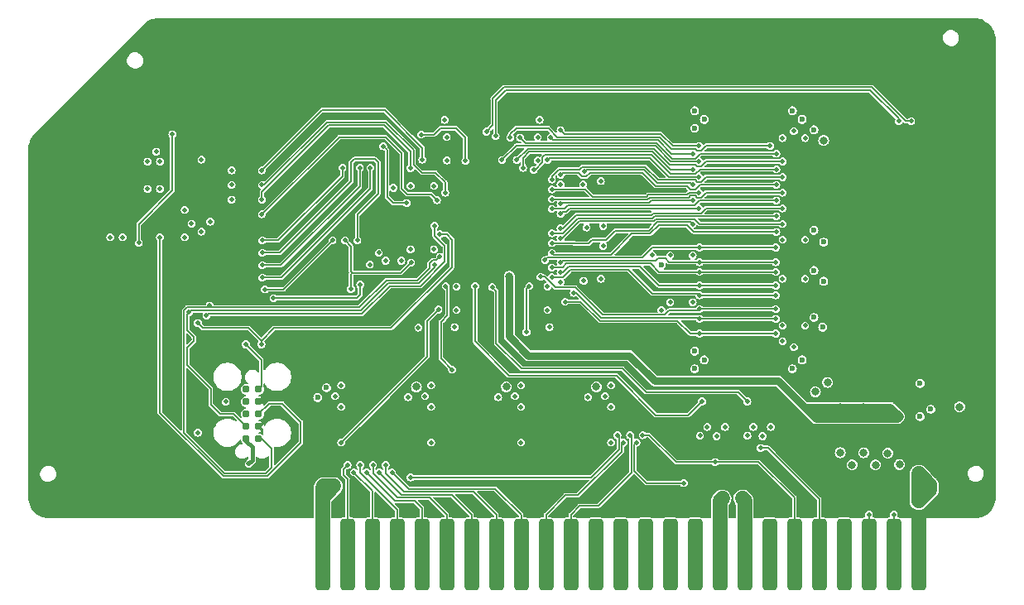
<source format=gbl>
G04 #@! TF.GenerationSoftware,KiCad,Pcbnew,7.0.10*
G04 #@! TF.CreationDate,2024-03-18T20:49:12-04:00*
G04 #@! TF.ProjectId,GR8RAM,47523852-414d-42e6-9b69-6361645f7063,1.0*
G04 #@! TF.SameCoordinates,Original*
G04 #@! TF.FileFunction,Copper,L4,Bot*
G04 #@! TF.FilePolarity,Positive*
%FSLAX46Y46*%
G04 Gerber Fmt 4.6, Leading zero omitted, Abs format (unit mm)*
G04 Created by KiCad (PCBNEW 7.0.10) date 2024-03-18 20:49:12*
%MOMM*%
%LPD*%
G01*
G04 APERTURE LIST*
G04 Aperture macros list*
%AMRoundRect*
0 Rectangle with rounded corners*
0 $1 Rounding radius*
0 $2 $3 $4 $5 $6 $7 $8 $9 X,Y pos of 4 corners*
0 Add a 4 corners polygon primitive as box body*
4,1,4,$2,$3,$4,$5,$6,$7,$8,$9,$2,$3,0*
0 Add four circle primitives for the rounded corners*
1,1,$1+$1,$2,$3*
1,1,$1+$1,$4,$5*
1,1,$1+$1,$6,$7*
1,1,$1+$1,$8,$9*
0 Add four rect primitives between the rounded corners*
20,1,$1+$1,$2,$3,$4,$5,0*
20,1,$1+$1,$4,$5,$6,$7,0*
20,1,$1+$1,$6,$7,$8,$9,0*
20,1,$1+$1,$8,$9,$2,$3,0*%
G04 Aperture macros list end*
G04 #@! TA.AperFunction,SMDPad,CuDef*
%ADD10RoundRect,0.381000X0.381000X3.289000X-0.381000X3.289000X-0.381000X-3.289000X0.381000X-3.289000X0*%
G04 #@! TD*
G04 #@! TA.AperFunction,ComponentPad*
%ADD11C,2.000000*%
G04 #@! TD*
G04 #@! TA.AperFunction,ConnectorPad*
%ADD12C,0.787400*%
G04 #@! TD*
G04 #@! TA.AperFunction,ViaPad*
%ADD13C,1.524000*%
G04 #@! TD*
G04 #@! TA.AperFunction,ViaPad*
%ADD14C,0.800000*%
G04 #@! TD*
G04 #@! TA.AperFunction,ViaPad*
%ADD15C,0.500000*%
G04 #@! TD*
G04 #@! TA.AperFunction,ViaPad*
%ADD16C,0.600000*%
G04 #@! TD*
G04 #@! TA.AperFunction,Conductor*
%ADD17C,0.800000*%
G04 #@! TD*
G04 #@! TA.AperFunction,Conductor*
%ADD18C,1.524000*%
G04 #@! TD*
G04 #@! TA.AperFunction,Conductor*
%ADD19C,0.450000*%
G04 #@! TD*
G04 #@! TA.AperFunction,Conductor*
%ADD20C,0.500000*%
G04 #@! TD*
G04 #@! TA.AperFunction,Conductor*
%ADD21C,0.300000*%
G04 #@! TD*
G04 #@! TA.AperFunction,Conductor*
%ADD22C,0.150000*%
G04 #@! TD*
G04 APERTURE END LIST*
D10*
X137160000Y-135282000D03*
X134620000Y-135282000D03*
X132080000Y-135282000D03*
X129540000Y-135282000D03*
X127000000Y-135282000D03*
X124460000Y-135282000D03*
X121920000Y-135282000D03*
X119380000Y-135282000D03*
X116840000Y-135282000D03*
X114300000Y-135282000D03*
X111760000Y-135282000D03*
X109220000Y-135282000D03*
X106680000Y-135282000D03*
X104140000Y-135282000D03*
X101600000Y-135282000D03*
X99060000Y-135282000D03*
X96520000Y-135282000D03*
X93980000Y-135282000D03*
X91440000Y-135282000D03*
X88900000Y-135282000D03*
X86360000Y-135282000D03*
X83820000Y-135282000D03*
X81280000Y-135282000D03*
X78740000Y-135282000D03*
X76200000Y-135282000D03*
D11*
X140462000Y-129540000D03*
D12*
X69659500Y-118364000D03*
X69659500Y-119634000D03*
X69659500Y-120904000D03*
X69659500Y-122174000D03*
X69659500Y-123444000D03*
X68389500Y-123444000D03*
X68389500Y-122174000D03*
X68389500Y-120904000D03*
X68389500Y-119634000D03*
X68389500Y-118364000D03*
D13*
X137160000Y-129794000D03*
D14*
X138303000Y-128270000D03*
X137160000Y-127000000D03*
D15*
X94500000Y-129900000D03*
X135763000Y-93345000D03*
X107823000Y-86931500D03*
X116500000Y-120050000D03*
X65532000Y-124650500D03*
X143383000Y-100965000D03*
X117450000Y-103050000D03*
X76350000Y-104700000D03*
X118110000Y-131318000D03*
X98400000Y-110250000D03*
D16*
X127450000Y-104300000D03*
D15*
X121200000Y-120050000D03*
X123063000Y-85725000D03*
X51435000Y-109601000D03*
D14*
X120777000Y-129540000D03*
D15*
X64262000Y-115697000D03*
X82550000Y-131318000D03*
X140843000Y-93345000D03*
X78200000Y-105950000D03*
X133223000Y-90805000D03*
X92710000Y-131318000D03*
X97790000Y-131318000D03*
X138303000Y-90805000D03*
X64643000Y-93345000D03*
X93150000Y-123800000D03*
D14*
X121856500Y-128270000D03*
D15*
X64643000Y-83185000D03*
X56515000Y-89916000D03*
X97663000Y-80645000D03*
X138303000Y-116205000D03*
X104950000Y-102600000D03*
X72263000Y-80645000D03*
D16*
X136200000Y-119450000D03*
D15*
X100550000Y-103900000D03*
X51435000Y-114681000D03*
X69088000Y-128016000D03*
X87600000Y-103250000D03*
X64643000Y-88265000D03*
X138303000Y-100965000D03*
X133350000Y-131318000D03*
X107950000Y-131318000D03*
X62103000Y-97853500D03*
X87600000Y-96750000D03*
X138303000Y-80645000D03*
X77343000Y-85725000D03*
X115443000Y-88265000D03*
X102900000Y-108050000D03*
D16*
X49550000Y-104400000D03*
D15*
X52500000Y-97000000D03*
X82800000Y-102100000D03*
X48895000Y-117221000D03*
X89400000Y-129850000D03*
D14*
X129150000Y-118700000D03*
D15*
X138430000Y-131318000D03*
X90900000Y-126300000D03*
X104650000Y-108250000D03*
D16*
X113050000Y-116250000D03*
X123050000Y-114450000D03*
D15*
X56515000Y-104584500D03*
X135763000Y-88265000D03*
X56515000Y-109664500D03*
X79883000Y-83185000D03*
X83450000Y-108750000D03*
X74803000Y-88265000D03*
X91950000Y-129850000D03*
D16*
X123050000Y-89850000D03*
D15*
X117983000Y-116205000D03*
X53900000Y-89100600D03*
X87503000Y-86931500D03*
X59055000Y-112204500D03*
X90700000Y-110250000D03*
X67183000Y-80645000D03*
X52100000Y-91650600D03*
X103150000Y-129100000D03*
X128143000Y-95885000D03*
X125603000Y-88265000D03*
X69723000Y-88265000D03*
X66675000Y-131318000D03*
X84300000Y-102100000D03*
X62928500Y-100076000D03*
X108050000Y-104350000D03*
X46355000Y-129540000D03*
X136398000Y-100838000D03*
D14*
X134000000Y-123500000D03*
D15*
X100650000Y-115750000D03*
X53975000Y-85725000D03*
X62103000Y-80645000D03*
X51650000Y-96200000D03*
X63754000Y-92138500D03*
X88050000Y-129650000D03*
D16*
X84900000Y-120400000D03*
D15*
X67183000Y-111379000D03*
X113700000Y-119600000D03*
X48133000Y-131318000D03*
X100330000Y-131318000D03*
D14*
X114300000Y-128270000D03*
D15*
X102870000Y-131318000D03*
X143383000Y-116205000D03*
D14*
X140100000Y-122300000D03*
D15*
X103000000Y-124950000D03*
X70485000Y-119380000D03*
X118650000Y-110650000D03*
X130683000Y-93345000D03*
X98200000Y-112000000D03*
X85200000Y-103250000D03*
X64262000Y-118491000D03*
D14*
X126450000Y-95100000D03*
D15*
X51435000Y-104584500D03*
X144780000Y-123825000D03*
X59055000Y-117284500D03*
X85200000Y-96750000D03*
X77850000Y-127200000D03*
X92583000Y-86931500D03*
X60833000Y-102806500D03*
X118650000Y-109450000D03*
X93450000Y-110300000D03*
D16*
X103300000Y-120400000D03*
D15*
X85150000Y-108750000D03*
X106500000Y-117950000D03*
X98400000Y-107850000D03*
X115650000Y-121000000D03*
X53975000Y-117284500D03*
X140843000Y-98425000D03*
X59182000Y-92900500D03*
X82423000Y-85725000D03*
X57150000Y-91186000D03*
X133223000Y-116205000D03*
X81788000Y-129349500D03*
X100203000Y-88265000D03*
X89700000Y-92550000D03*
X125550000Y-113050000D03*
X143383000Y-85725000D03*
X144780000Y-103505000D03*
X97400000Y-94950000D03*
D16*
X85800000Y-121400000D03*
D15*
X105410000Y-131318000D03*
X83950000Y-126100000D03*
D14*
X115443000Y-129540000D03*
D15*
X135763000Y-83185000D03*
X102500000Y-117600000D03*
X83950000Y-123800000D03*
X56515000Y-131318000D03*
X133223000Y-95885000D03*
D16*
X122050000Y-90750000D03*
D15*
X91950000Y-126750000D03*
X128143000Y-111125000D03*
X111550000Y-123800000D03*
X128143000Y-80645000D03*
X143383000Y-90805000D03*
X130350000Y-122400000D03*
X102850000Y-98400000D03*
X64706500Y-100076000D03*
X143383000Y-121285000D03*
X114050000Y-111850000D03*
X90900000Y-112000000D03*
X97450000Y-126900000D03*
X95000000Y-127900000D03*
X58293000Y-91884500D03*
X123250000Y-109450000D03*
X71247000Y-112839500D03*
X48895000Y-90805000D03*
X130683000Y-88265000D03*
X122050000Y-121000000D03*
X51435000Y-124841000D03*
X110363000Y-88265000D03*
X50673000Y-94615000D03*
D16*
X110800000Y-102450000D03*
D15*
X128270000Y-131318000D03*
X66900000Y-100450000D03*
X102743000Y-85725000D03*
X57023000Y-100012500D03*
X135763000Y-98425000D03*
X69723000Y-83185000D03*
D16*
X112050000Y-115350000D03*
D15*
X77343000Y-80645000D03*
X93150000Y-126100000D03*
X105283000Y-88265000D03*
X123063000Y-80645000D03*
X74803000Y-83185000D03*
X70802500Y-120713500D03*
X59944000Y-84328000D03*
X144780000Y-82423000D03*
X133223000Y-85725000D03*
X71755000Y-131318000D03*
X140843000Y-113665000D03*
X135763000Y-113665000D03*
X106900000Y-126800000D03*
X118650000Y-105850000D03*
X51435000Y-131318000D03*
X120350000Y-121000000D03*
X82423000Y-80645000D03*
X125603000Y-118745000D03*
X61531500Y-114744500D03*
X97300000Y-117950000D03*
X50750000Y-96700000D03*
X111550000Y-126100000D03*
X59055000Y-107124500D03*
X117983000Y-86931500D03*
X59055000Y-122364500D03*
X130683000Y-128905000D03*
X84600000Y-124950000D03*
X56515000Y-83185000D03*
X125603000Y-123825000D03*
X84963000Y-88392000D03*
X112903000Y-80645000D03*
X111750000Y-113450000D03*
X128143000Y-100965000D03*
X95850000Y-120650000D03*
X118650000Y-111850000D03*
D16*
X47000000Y-104950000D03*
D15*
X63563500Y-114998500D03*
D16*
X123050000Y-116250000D03*
D15*
X80750000Y-129900000D03*
X86900000Y-126200000D03*
X53975000Y-122364500D03*
X119850000Y-103050000D03*
D14*
X127450000Y-93900000D03*
D16*
X76600000Y-121400000D03*
X104200000Y-121400000D03*
D15*
X110100000Y-128450000D03*
X120523000Y-83185000D03*
X65786000Y-111379000D03*
X130683000Y-98425000D03*
X62103000Y-95059500D03*
X57912000Y-86360000D03*
X86850000Y-129950000D03*
X56388000Y-95059500D03*
X64643000Y-98425000D03*
X118350000Y-119600000D03*
X90170000Y-131318000D03*
X99550000Y-128550000D03*
D14*
X74549000Y-129540000D03*
D15*
X108900000Y-113400000D03*
X102350000Y-123800000D03*
X143383000Y-111125000D03*
X77470000Y-131318000D03*
D14*
X135509000Y-127000000D03*
D15*
X128143000Y-90805000D03*
X46355000Y-119761000D03*
X69532500Y-111823500D03*
X144780000Y-118745000D03*
X53975000Y-112204500D03*
X118650000Y-113450000D03*
D14*
X138900000Y-123450000D03*
D15*
X53848000Y-128016000D03*
X78000000Y-107600000D03*
X88100000Y-117950000D03*
X52006500Y-90297000D03*
D16*
X138400000Y-119450000D03*
D15*
X55435500Y-88773000D03*
X113030000Y-131318000D03*
X109950000Y-107850000D03*
X83750000Y-98800000D03*
X59182000Y-80645000D03*
X51435000Y-119761000D03*
X132750000Y-122400000D03*
X112903000Y-86931500D03*
X59563000Y-88265000D03*
X139000000Y-118550000D03*
X48895000Y-107061000D03*
X106500000Y-120150000D03*
X114050000Y-107050000D03*
D14*
X132750000Y-117650000D03*
D16*
X112050000Y-90750000D03*
X75700000Y-120400000D03*
D15*
X90300000Y-129350000D03*
X51435000Y-88265000D03*
X88950000Y-103250000D03*
X144780000Y-98425000D03*
X61595000Y-131318000D03*
X61531500Y-119824500D03*
X81950000Y-103050000D03*
X50750000Y-101100000D03*
X143383000Y-95885000D03*
X125550000Y-104650000D03*
X109537500Y-126809500D03*
X63944500Y-119570500D03*
X144780000Y-88265000D03*
X118650000Y-108250000D03*
D14*
X135509000Y-129540000D03*
D15*
X118650000Y-107050000D03*
X102100000Y-129700000D03*
D14*
X131550000Y-118900000D03*
D15*
X79883000Y-88265000D03*
X112200000Y-124950000D03*
D14*
X135200000Y-122300000D03*
X141300000Y-123550000D03*
D16*
X126450000Y-109500000D03*
D14*
X134000000Y-118950000D03*
D15*
X133223000Y-111125000D03*
X61531500Y-109664500D03*
X111750000Y-103050000D03*
X117983000Y-80645000D03*
X60071000Y-104457500D03*
X64643000Y-103505000D03*
X112900000Y-114050000D03*
X144780000Y-113665000D03*
X46355000Y-109601000D03*
X53848000Y-95123000D03*
X58928000Y-128016000D03*
D14*
X131550000Y-123550000D03*
D15*
X46355000Y-124841000D03*
X57404000Y-92900500D03*
X53200000Y-90650600D03*
X73787000Y-115379500D03*
D14*
X129150000Y-123350000D03*
D15*
X138303000Y-85725000D03*
X79950000Y-128350000D03*
X143002000Y-131318000D03*
X87250000Y-93250000D03*
X133223000Y-80645000D03*
X105050000Y-120650000D03*
X62103000Y-85725000D03*
X77216000Y-98298000D03*
X110750000Y-96450000D03*
X114050000Y-92650000D03*
X76454000Y-97091500D03*
X104700000Y-98150000D03*
X56515000Y-124904500D03*
X98550000Y-128050000D03*
X97400000Y-92550000D03*
X62801500Y-96456500D03*
X50350000Y-91850000D03*
X138303000Y-111125000D03*
X103200000Y-102950000D03*
X104050000Y-103950000D03*
X117350000Y-121000000D03*
X80010000Y-131318000D03*
X89900000Y-90800000D03*
X144780000Y-129540000D03*
X102850000Y-103950000D03*
X118650000Y-104650000D03*
X130683000Y-113665000D03*
D16*
X112900000Y-91950000D03*
D15*
X143002000Y-80645000D03*
X135128000Y-100838000D03*
D16*
X94100000Y-120400000D03*
D15*
X95123000Y-88265000D03*
X52324000Y-94551500D03*
X62103000Y-90805000D03*
X59055000Y-103822500D03*
X100203000Y-83185000D03*
X83450000Y-96550000D03*
X114050000Y-103050000D03*
X102350000Y-126100000D03*
X46355000Y-114681000D03*
X125600000Y-94150000D03*
X60833000Y-100012500D03*
X138303000Y-95885000D03*
D16*
X110850000Y-107000000D03*
D15*
X56515000Y-119824500D03*
X117983000Y-90805000D03*
X55400000Y-94350600D03*
X144780000Y-93345000D03*
X128143000Y-126365000D03*
D16*
X127350000Y-113200000D03*
D15*
X143383000Y-106045000D03*
X97663000Y-86931500D03*
X105283000Y-83185000D03*
D16*
X47000000Y-94650000D03*
D15*
X49974500Y-93345000D03*
X135890000Y-131318000D03*
X87800000Y-114450000D03*
D16*
X109450000Y-103350000D03*
D15*
X95250000Y-131318000D03*
X72263000Y-90805000D03*
X77450000Y-120650000D03*
D16*
X49550000Y-95200000D03*
D15*
X123190000Y-131318000D03*
X87630000Y-131318000D03*
X59309000Y-90487500D03*
X111750000Y-92500000D03*
X130810000Y-131318000D03*
X72263000Y-85725000D03*
X94450000Y-111300000D03*
X50750000Y-102900000D03*
X67183000Y-85725000D03*
D14*
X126450000Y-114300000D03*
D15*
X101000000Y-111550000D03*
X120523000Y-88265000D03*
X123063000Y-126365000D03*
X89700000Y-94950000D03*
X85090000Y-131318000D03*
D16*
X127450000Y-108300000D03*
D15*
X53975000Y-107124500D03*
X92550000Y-127950000D03*
X125603000Y-83185000D03*
X113100000Y-120500000D03*
X114050000Y-113450000D03*
X63817500Y-99060000D03*
X107200000Y-128400000D03*
X97200000Y-90800000D03*
X65278000Y-119507000D03*
X120650000Y-131318000D03*
X115570000Y-131318000D03*
D16*
X123050000Y-91650000D03*
D15*
X133223000Y-100965000D03*
X87503000Y-80645000D03*
X128143000Y-116205000D03*
X105200000Y-128700000D03*
X62547500Y-113220500D03*
X67183000Y-90805000D03*
X92583000Y-80645000D03*
D16*
X122050000Y-115350000D03*
D14*
X73406000Y-128524000D03*
D16*
X95000000Y-121400000D03*
D15*
X93800000Y-124950000D03*
X64008000Y-128016000D03*
X140843000Y-88265000D03*
X77216000Y-95821500D03*
X123250000Y-104650000D03*
X130683000Y-83185000D03*
X107823000Y-80645000D03*
X48895000Y-122301000D03*
D16*
X126450000Y-105400000D03*
D15*
X48895000Y-112141000D03*
X107823000Y-90805000D03*
X102743000Y-80645000D03*
D14*
X130350000Y-117650000D03*
D15*
X90700000Y-107850000D03*
X100550000Y-98400000D03*
D16*
X113050000Y-89850000D03*
D15*
X144780000Y-108585000D03*
X125730000Y-131318000D03*
X86650000Y-120650000D03*
X78900000Y-117950000D03*
D14*
X141350000Y-118950000D03*
D15*
X88400000Y-128050000D03*
X128143000Y-85725000D03*
X46355000Y-93472000D03*
X68580000Y-111379000D03*
X62865000Y-114300000D03*
X111750000Y-111850000D03*
X110490000Y-131318000D03*
X56515000Y-114744500D03*
X125603000Y-128905000D03*
X92550000Y-129050000D03*
X110250000Y-126100000D03*
X83300000Y-126850000D03*
X82650000Y-126100000D03*
X79400000Y-126850000D03*
X82000000Y-126850000D03*
X78750000Y-126100000D03*
X80050000Y-126100000D03*
X80700000Y-126850000D03*
X81350000Y-126100000D03*
D14*
X76200000Y-129540000D03*
X77343000Y-128270000D03*
X119126000Y-129540000D03*
X117094000Y-129540000D03*
D15*
X85200000Y-127381000D03*
X106350000Y-123050000D03*
X113150000Y-127950000D03*
X108300000Y-123800000D03*
X121000000Y-124350000D03*
X108950000Y-123050000D03*
X116350000Y-125800000D03*
X107650000Y-123050000D03*
X107000000Y-123800000D03*
X132080000Y-131191000D03*
X134620000Y-131191000D03*
X88200000Y-102500000D03*
X60833000Y-92265500D03*
X57404000Y-103378000D03*
X69950000Y-113750000D03*
X63436500Y-111569500D03*
X87650000Y-105650000D03*
X62547500Y-110490000D03*
X64325500Y-110807500D03*
X59563000Y-102806500D03*
X87650000Y-101650000D03*
X88200000Y-104800000D03*
X64643000Y-109791500D03*
X84800000Y-99300000D03*
X82400000Y-93500000D03*
X88800000Y-107800000D03*
X89450000Y-116350000D03*
X90800000Y-95000000D03*
X86300000Y-92300000D03*
X123250000Y-103050000D03*
X55753000Y-102806500D03*
X105700000Y-123800000D03*
X66900000Y-95950000D03*
X87300000Y-123800000D03*
X87600000Y-97550000D03*
X100550000Y-107400000D03*
X102850000Y-97400000D03*
D16*
X125250000Y-115350000D03*
D14*
X127850000Y-117650000D03*
D15*
X122050000Y-122200000D03*
X87600000Y-104050000D03*
X100550000Y-97400000D03*
D16*
X126450000Y-111000000D03*
D15*
X89700000Y-112000000D03*
X88900000Y-94950000D03*
D16*
X138400000Y-120400000D03*
X114250000Y-89850000D03*
D15*
X125550000Y-107050000D03*
D16*
X115250000Y-115350000D03*
D15*
X111750000Y-104650000D03*
X62103000Y-102806500D03*
X81026000Y-105600500D03*
D16*
X126450000Y-91800000D03*
D15*
X124400000Y-91950000D03*
X102900000Y-107250000D03*
X104900000Y-103700000D03*
X59563000Y-95059500D03*
D16*
X114250000Y-91650000D03*
D14*
X131550000Y-124850000D03*
D16*
X124250000Y-89850000D03*
X114250000Y-116250000D03*
D15*
X105075000Y-119050000D03*
X120250000Y-122200000D03*
X87300000Y-117950000D03*
X86675000Y-119050000D03*
X95875000Y-119050000D03*
X81950000Y-104400000D03*
D14*
X130350000Y-126100000D03*
D15*
X119650000Y-123100000D03*
D14*
X129150000Y-124850000D03*
D15*
X86000000Y-112050000D03*
D14*
X95000000Y-118100000D03*
D15*
X63436500Y-122809000D03*
X66900000Y-97450000D03*
X98400000Y-90800000D03*
X111750000Y-109450000D03*
X99200000Y-110250000D03*
X85200000Y-104050000D03*
X103350000Y-119150000D03*
X84950000Y-119150000D03*
D16*
X124250000Y-116250000D03*
X75700000Y-119200000D03*
D15*
X104900000Y-101650000D03*
X105700000Y-120150000D03*
X96500000Y-117950000D03*
D14*
X104200000Y-118100000D03*
D15*
X104650000Y-97050000D03*
X59563000Y-97853500D03*
X62103000Y-100012500D03*
X104650000Y-107050000D03*
D16*
X137300000Y-117750000D03*
D15*
X62801500Y-101409500D03*
D16*
X126450000Y-102100000D03*
D14*
X127450000Y-92900000D03*
D15*
X78100000Y-120150000D03*
X63817500Y-94869000D03*
D14*
X135200000Y-126050000D03*
D15*
X83450000Y-97750000D03*
X96500000Y-120150000D03*
D14*
X141350000Y-120150000D03*
D15*
X59182000Y-94043500D03*
X121200000Y-123150000D03*
X87300000Y-120150000D03*
X114050000Y-109450000D03*
D16*
X126450000Y-106200000D03*
D15*
X123250000Y-92650000D03*
X124400000Y-114050000D03*
D16*
X110850000Y-105650000D03*
D15*
X125550000Y-103050000D03*
X66900000Y-98950000D03*
D16*
X127450000Y-107300000D03*
D15*
X125550000Y-111850000D03*
X115550000Y-122200000D03*
X64706500Y-101219000D03*
D16*
X114250000Y-114450000D03*
D15*
X84250000Y-105200000D03*
X54483000Y-102806500D03*
X98200000Y-92550000D03*
X82650000Y-105200000D03*
X99400000Y-112000000D03*
X114800000Y-123100000D03*
D16*
X76600000Y-118200000D03*
X127450000Y-103300000D03*
D15*
X114050000Y-104650000D03*
X78100000Y-117950000D03*
D14*
X85800000Y-118100000D03*
D16*
X115250000Y-90750000D03*
X127350000Y-112000000D03*
D15*
X89900000Y-107850000D03*
X123250000Y-113450000D03*
X123250000Y-107050000D03*
X99200000Y-107850000D03*
X109950000Y-104650000D03*
X103200000Y-101800000D03*
X98200000Y-94950000D03*
X125550000Y-92650000D03*
X88900000Y-92550000D03*
X66294000Y-119634000D03*
X89900000Y-110250000D03*
X116500000Y-123150000D03*
D14*
X132750000Y-126100000D03*
D15*
X110850000Y-110250000D03*
D14*
X134000000Y-124900000D03*
D15*
X88700000Y-90800000D03*
X96500000Y-123800000D03*
X117350000Y-122200000D03*
X85200000Y-97550000D03*
X77475000Y-119050000D03*
D14*
X126600000Y-118600000D03*
D15*
X123250000Y-111850000D03*
X58293000Y-95059500D03*
X94150000Y-119150000D03*
X68643500Y-125984000D03*
X58293000Y-97853500D03*
D16*
X125250000Y-90750000D03*
X137300000Y-121150000D03*
D15*
X63817500Y-102235000D03*
X105700000Y-117950000D03*
X97350000Y-107800000D03*
X97050000Y-112500000D03*
X88050000Y-110200000D03*
X78100000Y-123800000D03*
X122550000Y-112650000D03*
X114750000Y-112650000D03*
X101000000Y-109400000D03*
X122550000Y-111150000D03*
X114750000Y-111150000D03*
X101900000Y-108500000D03*
X114750000Y-108750000D03*
X99650000Y-106900000D03*
X122550000Y-108750000D03*
X98500000Y-106850000D03*
X114750000Y-110150000D03*
X122550000Y-110150000D03*
X98950000Y-105150000D03*
X122550000Y-103850000D03*
X114750000Y-103850000D03*
X99650000Y-105900000D03*
X122550000Y-106350000D03*
X114750000Y-106350000D03*
X100550000Y-106400000D03*
X114750000Y-107750000D03*
X122550000Y-107750000D03*
X122600000Y-102250000D03*
X99650000Y-104400000D03*
X100550000Y-102900000D03*
X123250000Y-101450000D03*
X99650000Y-102400000D03*
X122600000Y-100650000D03*
X100550000Y-101900000D03*
X123250000Y-99850000D03*
X122600000Y-99050000D03*
X99650000Y-99900000D03*
X122600000Y-95850000D03*
X97800000Y-95900000D03*
X95400000Y-92600000D03*
X121950000Y-93450000D03*
X114700000Y-93450000D03*
X100550000Y-91850000D03*
X114700000Y-95050000D03*
X94550000Y-94900000D03*
X100550000Y-100400000D03*
X114700000Y-99850000D03*
X99650000Y-103400000D03*
X114050000Y-101450000D03*
X114050000Y-99050000D03*
X100550000Y-99400000D03*
X99650000Y-98900000D03*
X123250000Y-98250000D03*
X99650000Y-97900000D03*
X114700000Y-98250000D03*
X122600000Y-97450000D03*
X100550000Y-96400000D03*
X114050000Y-97450000D03*
X102950000Y-96100000D03*
X123250000Y-96650000D03*
X99650000Y-96900000D03*
X114700000Y-96650000D03*
X99200000Y-94900000D03*
X96700000Y-95700000D03*
X114050000Y-95850000D03*
X123250000Y-95050000D03*
X96050000Y-94900000D03*
X96400000Y-92600000D03*
X122600000Y-94250000D03*
X114050000Y-94250000D03*
X99550000Y-92600000D03*
X80010000Y-95694500D03*
X70040500Y-105664000D03*
X70294500Y-108140500D03*
X77216000Y-103124000D03*
X70040500Y-106934000D03*
X81089500Y-95694500D03*
X78486000Y-103124000D03*
X79100000Y-108100000D03*
X85250000Y-105400000D03*
X91800000Y-107800000D03*
X115000000Y-119600000D03*
X78232000Y-95694500D03*
X70040500Y-103124000D03*
X70040500Y-104394000D03*
X79756000Y-103124000D03*
X80050000Y-107650000D03*
X71183500Y-109029500D03*
X114750000Y-105350000D03*
X122550000Y-105350000D03*
X100550000Y-105400000D03*
X135128000Y-90932000D03*
X93900000Y-92450000D03*
X92950000Y-92000000D03*
X136398000Y-90932000D03*
X68350000Y-113750000D03*
X119650000Y-119600000D03*
X93550000Y-107900000D03*
X86400000Y-94850000D03*
X70000000Y-95950000D03*
X70000000Y-98950000D03*
X85200000Y-95750000D03*
X88750000Y-98250000D03*
X70000000Y-97450000D03*
X70000000Y-100450000D03*
X87900000Y-99000000D03*
D14*
X134000000Y-120400000D03*
D16*
X135200000Y-121150000D03*
D15*
X132750000Y-121350000D03*
D14*
X131550000Y-120200000D03*
X126600000Y-120500000D03*
D15*
X130350000Y-121350000D03*
D14*
X95300000Y-106800000D03*
X129150000Y-120200000D03*
D17*
X136915002Y-127000000D02*
X137160000Y-127000000D01*
D18*
X137160000Y-129794000D02*
X137160000Y-127000000D01*
D17*
X138620500Y-127952500D02*
X138112500Y-127952500D01*
D19*
X137856000Y-129794000D02*
X137160000Y-129794000D01*
D20*
X137160000Y-128940000D02*
X137160000Y-129794000D01*
D17*
X137160000Y-127000000D02*
X136906000Y-127000000D01*
D18*
X138303000Y-128651000D02*
X137160000Y-129794000D01*
X138303000Y-128143000D02*
X137160000Y-127000000D01*
D17*
X138112500Y-127952500D02*
X137160000Y-127000000D01*
D18*
X138303000Y-128270000D02*
X138303000Y-128651000D01*
X138303000Y-128270000D02*
X138303000Y-128143000D01*
D20*
X138530000Y-128270000D02*
X138303000Y-128270000D01*
X137160000Y-127000000D02*
X137310000Y-126850000D01*
D17*
X137160000Y-127000000D02*
X137160000Y-127960000D01*
D21*
X69659500Y-122174000D02*
X69786500Y-122174000D01*
D22*
X136906000Y-131318000D02*
X137160000Y-131572000D01*
X137414000Y-131318000D02*
X137160000Y-131572000D01*
D21*
X69786500Y-122174000D02*
X70802500Y-121158000D01*
D22*
X135890000Y-131318000D02*
X136906000Y-131318000D01*
D20*
X69659500Y-119634000D02*
X70231000Y-119634000D01*
X70231000Y-119634000D02*
X70485000Y-119380000D01*
D21*
X70802500Y-121158000D02*
X70802500Y-120713500D01*
D18*
X137160000Y-135382000D02*
X137160000Y-131572000D01*
D22*
X138430000Y-131318000D02*
X137414000Y-131318000D01*
X93879000Y-128550000D02*
X96520000Y-131191000D01*
X96520000Y-131191000D02*
X96520000Y-135382000D01*
X85000000Y-128550000D02*
X93879000Y-128550000D01*
X83300000Y-126850000D02*
X85000000Y-128550000D01*
X91639000Y-128850000D02*
X93980000Y-131191000D01*
X93980000Y-131191000D02*
X93980000Y-135382000D01*
X84527000Y-128850000D02*
X91639000Y-128850000D01*
X82650000Y-126100000D02*
X82650000Y-126973000D01*
X82650000Y-126973000D02*
X84527000Y-128850000D01*
X81280000Y-135382000D02*
X81280000Y-128730000D01*
X81280000Y-128730000D02*
X79400000Y-126850000D01*
X84300000Y-129150000D02*
X89399000Y-129150000D01*
X89399000Y-129150000D02*
X91440000Y-131191000D01*
X91440000Y-131191000D02*
X91440000Y-135382000D01*
X82000000Y-126850000D02*
X84300000Y-129150000D01*
X78350000Y-127150000D02*
X78750000Y-127550000D01*
X78750000Y-135372000D02*
X78740000Y-135382000D01*
X78350000Y-127150000D02*
X78350000Y-126500000D01*
X78350000Y-126500000D02*
X78750000Y-126100000D01*
X78750000Y-127550000D02*
X78750000Y-135372000D01*
X83820000Y-131064000D02*
X83820000Y-135382000D01*
X80050000Y-126913000D02*
X83820000Y-130683000D01*
X83820000Y-130683000D02*
X83820000Y-131064000D01*
X80050000Y-126100000D02*
X80050000Y-126913000D01*
X80700000Y-126850000D02*
X83600000Y-129750000D01*
X85617500Y-129750000D02*
X86360000Y-130492500D01*
X83600000Y-129750000D02*
X85617500Y-129750000D01*
X86360000Y-130492500D02*
X86360000Y-135382000D01*
X81350000Y-126943000D02*
X83857000Y-129450000D01*
X83857000Y-129450000D02*
X87159000Y-129450000D01*
X88900000Y-131191000D02*
X88900000Y-135382000D01*
X87159000Y-129450000D02*
X88900000Y-131191000D01*
X81350000Y-126100000D02*
X81350000Y-126943000D01*
D18*
X76200000Y-135382000D02*
X76200000Y-129540000D01*
X76200000Y-128397000D02*
X76200000Y-129540000D01*
X76200000Y-129540000D02*
X76200000Y-129413000D01*
X76200000Y-129413000D02*
X77343000Y-128270000D01*
X76327000Y-128270000D02*
X76200000Y-128397000D01*
X77343000Y-128270000D02*
X76327000Y-128270000D01*
X119380000Y-129794000D02*
X119126000Y-129540000D01*
X119380000Y-135382000D02*
X119380000Y-129794000D01*
X116840000Y-135382000D02*
X116840000Y-129794000D01*
X116840000Y-129794000D02*
X117094000Y-129540000D01*
D22*
X85200000Y-127381000D02*
X103669000Y-127381000D01*
X103669000Y-127381000D02*
X106500000Y-124550000D01*
X106500000Y-123200000D02*
X106350000Y-123050000D01*
X106500000Y-124550000D02*
X106500000Y-123200000D01*
X108100000Y-126700000D02*
X108100000Y-124000000D01*
X109350000Y-127950000D02*
X108100000Y-126700000D01*
X113150000Y-127950000D02*
X109350000Y-127950000D01*
X108100000Y-124000000D02*
X108300000Y-123800000D01*
X121000000Y-124350000D02*
X121750000Y-124350000D01*
X127000000Y-129600000D02*
X127000000Y-135282000D01*
X121750000Y-124350000D02*
X127000000Y-129600000D01*
X124460000Y-129460000D02*
X124460000Y-135382000D01*
X116350000Y-125800000D02*
X112338000Y-125800000D01*
X112338000Y-125800000D02*
X109588000Y-123050000D01*
X109588000Y-123050000D02*
X108950000Y-123050000D01*
X116350000Y-125800000D02*
X120800000Y-125800000D01*
X120800000Y-125800000D02*
X124460000Y-129460000D01*
X104394000Y-130302000D02*
X102489000Y-130302000D01*
X107800000Y-126896000D02*
X104394000Y-130302000D01*
X107800000Y-123200000D02*
X107800000Y-126896000D01*
X107650000Y-123050000D02*
X107800000Y-123200000D01*
X101600000Y-131191000D02*
X101600000Y-135382000D01*
X102489000Y-130302000D02*
X101600000Y-131191000D01*
X106800000Y-124000000D02*
X106800000Y-124721000D01*
X101051000Y-129200000D02*
X99060000Y-131191000D01*
X106800000Y-124721000D02*
X102321000Y-129200000D01*
X99060000Y-131191000D02*
X99060000Y-135382000D01*
X102321000Y-129200000D02*
X101051000Y-129200000D01*
X107000000Y-123800000D02*
X106800000Y-124000000D01*
X132080000Y-135382000D02*
X132080000Y-131191000D01*
X134620000Y-135382000D02*
X134620000Y-131191000D01*
X71247000Y-112100000D02*
X69942500Y-113404500D01*
X88200000Y-102500000D02*
X88900000Y-102500000D01*
X57404000Y-101441250D02*
X60833000Y-98012250D01*
X57404000Y-103378000D02*
X57404000Y-101441250D01*
X63436500Y-111569500D02*
X63967000Y-112100000D01*
X69942500Y-113742500D02*
X69942500Y-113404500D01*
X88900000Y-102500000D02*
X89450000Y-103050000D01*
X83200000Y-112100000D02*
X71247000Y-112100000D01*
X89450000Y-105850000D02*
X83200000Y-112100000D01*
X89450000Y-103050000D02*
X89450000Y-105850000D01*
X63967000Y-112100000D02*
X68638000Y-112100000D01*
X68638000Y-112100000D02*
X69942500Y-113404500D01*
X60833000Y-98012250D02*
X60833000Y-92265500D01*
X69950000Y-113750000D02*
X69942500Y-113742500D01*
X62357000Y-112331500D02*
X63055500Y-113030000D01*
X62357000Y-115887500D02*
X64770000Y-118300500D01*
X62547500Y-110490000D02*
X62357000Y-110680500D01*
X63055500Y-113411000D02*
X62357000Y-114109500D01*
X80100500Y-110299500D02*
X62738000Y-110299500D01*
X67119500Y-120904000D02*
X68389500Y-122174000D01*
X82900000Y-107500000D02*
X80100500Y-110299500D01*
X64770000Y-119951500D02*
X65722500Y-120904000D01*
X63055500Y-113030000D02*
X63055500Y-113411000D01*
X87650000Y-105900000D02*
X86050000Y-107500000D01*
X62357000Y-110680500D02*
X62357000Y-112331500D01*
X87650000Y-105650000D02*
X87650000Y-105900000D01*
X86050000Y-107500000D02*
X82900000Y-107500000D01*
X62357000Y-114109500D02*
X62357000Y-115887500D01*
X64770000Y-118300500D02*
X64770000Y-119951500D01*
X65722500Y-120904000D02*
X67119500Y-120904000D01*
X62738000Y-110299500D02*
X62547500Y-110490000D01*
X64483000Y-110650000D02*
X80200000Y-110650000D01*
X83050000Y-107800000D02*
X86200000Y-107800000D01*
X88700000Y-105300000D02*
X88700000Y-103675000D01*
X87650000Y-102625000D02*
X87650000Y-101650000D01*
X64325500Y-110807500D02*
X64483000Y-110650000D01*
X73977500Y-121729500D02*
X73977500Y-123825000D01*
X66040000Y-127254000D02*
X59563000Y-120777000D01*
X59563000Y-120777000D02*
X59563000Y-102806500D01*
X80200000Y-110650000D02*
X83050000Y-107800000D01*
X88700000Y-103675000D02*
X87650000Y-102625000D01*
X86200000Y-107800000D02*
X88700000Y-105300000D01*
X72072500Y-119824500D02*
X73977500Y-121729500D01*
X69659500Y-120904000D02*
X70739000Y-119824500D01*
X70548500Y-127254000D02*
X66040000Y-127254000D01*
X73977500Y-123825000D02*
X70548500Y-127254000D01*
X70739000Y-119824500D02*
X72072500Y-119824500D01*
X66167000Y-126936500D02*
X70421500Y-126936500D01*
X64643000Y-109791500D02*
X64452500Y-109982000D01*
X87450000Y-105150000D02*
X87150000Y-105450000D01*
X87150000Y-105450000D02*
X87150000Y-105950000D01*
X88200000Y-104800000D02*
X87850000Y-105150000D01*
X64452500Y-109982000D02*
X62357000Y-109982000D01*
X62039500Y-122809000D02*
X66167000Y-126936500D01*
X64833500Y-109982000D02*
X64643000Y-109791500D01*
X70993000Y-126365000D02*
X70993000Y-124440500D01*
X79968000Y-109982000D02*
X64833500Y-109982000D01*
X69996500Y-123444000D02*
X69659500Y-123444000D01*
X62357000Y-109982000D02*
X62039500Y-110299500D01*
X70993000Y-124440500D02*
X69996500Y-123444000D01*
X62039500Y-110299500D02*
X62039500Y-122809000D01*
X70421500Y-126936500D02*
X70993000Y-126365000D01*
X87150000Y-105950000D02*
X85900000Y-107200000D01*
X82750000Y-107200000D02*
X79968000Y-109982000D01*
X87850000Y-105150000D02*
X87450000Y-105150000D01*
X85900000Y-107200000D02*
X82750000Y-107200000D01*
X84800000Y-99300000D02*
X83400000Y-99300000D01*
X82800000Y-98700000D02*
X82800000Y-93900000D01*
X83400000Y-99300000D02*
X82800000Y-98700000D01*
X82800000Y-93900000D02*
X82400000Y-93500000D01*
X88300000Y-115200000D02*
X88300000Y-111475000D01*
X88950000Y-107950000D02*
X88800000Y-107800000D01*
X88300000Y-111475000D02*
X88950000Y-110825000D01*
X88950000Y-110825000D02*
X88950000Y-107950000D01*
X89450000Y-116350000D02*
X88300000Y-115200000D01*
X86300000Y-92300000D02*
X87600000Y-92300000D01*
X89850000Y-91650000D02*
X90800000Y-92600000D01*
X88250000Y-91650000D02*
X89850000Y-91650000D01*
X87600000Y-92300000D02*
X88250000Y-91650000D01*
X90800000Y-92600000D02*
X90800000Y-95000000D01*
D19*
X69024500Y-124269500D02*
X68389500Y-123634500D01*
X68643500Y-125984000D02*
X69024500Y-125603000D01*
X69024500Y-125603000D02*
X69024500Y-124269500D01*
X68389500Y-123634500D02*
X68389500Y-123444000D01*
D22*
X97050000Y-108100000D02*
X97050000Y-112500000D01*
X97350000Y-107800000D02*
X97050000Y-108100000D01*
X86900000Y-111350000D02*
X88050000Y-110200000D01*
X86900000Y-115000000D02*
X86900000Y-111350000D01*
X78100000Y-123800000D02*
X86900000Y-115000000D01*
X112500000Y-111350000D02*
X113800000Y-112650000D01*
X122550000Y-112650000D02*
X114750000Y-112650000D01*
X113800000Y-112650000D02*
X114750000Y-112650000D01*
X101000000Y-109400000D02*
X102600000Y-109400000D01*
X104550000Y-111350000D02*
X112500000Y-111350000D01*
X102600000Y-109400000D02*
X104550000Y-111350000D01*
X114650000Y-111050000D02*
X104700000Y-111050000D01*
X118400002Y-111150000D02*
X122550000Y-111150000D01*
X102150000Y-108500000D02*
X101900000Y-108500000D01*
X104700000Y-111050000D02*
X102150000Y-108500000D01*
X114750000Y-111150000D02*
X118400002Y-111150000D01*
X114750000Y-111150000D02*
X114650000Y-111050000D01*
X107500000Y-106100000D02*
X109950000Y-108550000D01*
X99650000Y-106900000D02*
X100750000Y-106900000D01*
X109950000Y-108550000D02*
X114550000Y-108550000D01*
X120890662Y-108750000D02*
X122550000Y-108750000D01*
X100750000Y-106900000D02*
X101550000Y-106100000D01*
X114750000Y-108750000D02*
X120890662Y-108750000D01*
X114550000Y-108550000D02*
X114750000Y-108750000D01*
X101550000Y-106100000D02*
X107500000Y-106100000D01*
X122550000Y-110150000D02*
X114750000Y-110150000D01*
X102050000Y-107950000D02*
X104850000Y-110750000D01*
X98900000Y-106850000D02*
X100000000Y-107950000D01*
X111625000Y-110300000D02*
X114600000Y-110300000D01*
X98500000Y-106850000D02*
X98900000Y-106850000D01*
X100000000Y-107950000D02*
X102050000Y-107950000D01*
X111175000Y-110750000D02*
X111625000Y-110300000D01*
X104850000Y-110750000D02*
X111175000Y-110750000D01*
X114600000Y-110300000D02*
X114750000Y-110150000D01*
X122550000Y-103850000D02*
X114750000Y-103850000D01*
X99200000Y-104900000D02*
X108900000Y-104900000D01*
X98950000Y-105150000D02*
X99200000Y-104900000D01*
X114750000Y-103850000D02*
X109950000Y-103850000D01*
X109950000Y-103850000D02*
X108950000Y-104850000D01*
X108900000Y-104900000D02*
X108950000Y-104850000D01*
X99650000Y-105900000D02*
X100750000Y-105900000D01*
X110600000Y-106350000D02*
X114750000Y-106350000D01*
X100750000Y-105900000D02*
X101150000Y-105500000D01*
X109750000Y-105500000D02*
X110600000Y-106350000D01*
X122550000Y-106350000D02*
X114750000Y-106350000D01*
X101150000Y-105500000D02*
X109750000Y-105500000D01*
X114750000Y-107750000D02*
X116300002Y-107750000D01*
X100750000Y-106400000D02*
X100550000Y-106400000D01*
X114750000Y-107750000D02*
X110600000Y-107750000D01*
X116300002Y-107750000D02*
X122550000Y-107750000D01*
X110600000Y-107750000D02*
X108650000Y-105800000D01*
X101350000Y-105800000D02*
X100750000Y-106400000D01*
X108650000Y-105800000D02*
X101350000Y-105800000D01*
X113450000Y-101550000D02*
X114150000Y-102250000D01*
X114150000Y-102250000D02*
X122600000Y-102250000D01*
X109700000Y-102450000D02*
X110600000Y-101550000D01*
X107850000Y-102450000D02*
X109700000Y-102450000D01*
X110600000Y-101550000D02*
X113450000Y-101550000D01*
X99850000Y-104600000D02*
X105700000Y-104600000D01*
X105700000Y-104600000D02*
X107850000Y-102450000D01*
X99650000Y-104400000D02*
X99850000Y-104600000D01*
X114250000Y-100950000D02*
X114750000Y-101450000D01*
X102450000Y-101150000D02*
X110100000Y-101150000D01*
X110300000Y-100950000D02*
X114250000Y-100950000D01*
X110100000Y-101150000D02*
X110300000Y-100950000D01*
X114750000Y-101450000D02*
X123250000Y-101450000D01*
X100550000Y-102900000D02*
X100700000Y-102900000D01*
X100700000Y-102900000D02*
X102450000Y-101150000D01*
X122600000Y-100650000D02*
X110150000Y-100650000D01*
X100750000Y-102400000D02*
X99650000Y-102400000D01*
X109950000Y-100850000D02*
X102300000Y-100850000D01*
X110150000Y-100650000D02*
X109950000Y-100850000D01*
X102300000Y-100850000D02*
X100750000Y-102400000D01*
X109800000Y-100550000D02*
X110000000Y-100350000D01*
X100550000Y-101900000D02*
X100800000Y-101900000D01*
X100800000Y-101900000D02*
X102150000Y-100550000D01*
X110000000Y-100350000D02*
X114900000Y-100350000D01*
X102150000Y-100550000D02*
X109800000Y-100550000D01*
X114900000Y-100350000D02*
X115400000Y-99850000D01*
X115400000Y-99850000D02*
X123250000Y-99850000D01*
X122600000Y-99050000D02*
X114750000Y-99050000D01*
X114750000Y-99050000D02*
X114250000Y-99550000D01*
X100950000Y-99900000D02*
X99650000Y-99900000D01*
X101300000Y-99550000D02*
X100950000Y-99900000D01*
X114250000Y-99550000D02*
X101300000Y-99550000D01*
X98000000Y-95850000D02*
X97900000Y-95850000D01*
X122600000Y-95850000D02*
X114800000Y-95850000D01*
X111800000Y-96350000D02*
X109850000Y-94400000D01*
X109850000Y-94400000D02*
X98950000Y-94400000D01*
X98700000Y-94650000D02*
X98700000Y-95150000D01*
X114300000Y-96350000D02*
X111800000Y-96350000D01*
X98700000Y-95150000D02*
X98000000Y-95850000D01*
X98950000Y-94400000D02*
X98700000Y-94650000D01*
X114800000Y-95850000D02*
X114300000Y-96350000D01*
X96000000Y-91650000D02*
X99300000Y-91650000D01*
X95400000Y-92250000D02*
X96000000Y-91650000D01*
X95400000Y-92600000D02*
X95400000Y-92250000D01*
X114500000Y-93950000D02*
X114900000Y-93950000D01*
X115400000Y-93450000D02*
X121950000Y-93450000D01*
X111850000Y-93750000D02*
X114300000Y-93750000D01*
X110650000Y-92550000D02*
X111850000Y-93750000D01*
X100200000Y-92550000D02*
X110650000Y-92550000D01*
X99300000Y-91650000D02*
X100200000Y-92550000D01*
X114300000Y-93750000D02*
X114500000Y-93950000D01*
X114900000Y-93950000D02*
X115400000Y-93450000D01*
X112000000Y-93450000D02*
X114700000Y-93450000D01*
X100950000Y-92250000D02*
X110800000Y-92250000D01*
X110800000Y-92250000D02*
X112000000Y-93450000D01*
X100550000Y-91850000D02*
X100950000Y-92250000D01*
X110225000Y-93450000D02*
X96000000Y-93450000D01*
X96000000Y-93450000D02*
X94550000Y-94900000D01*
X111825000Y-95050000D02*
X110225000Y-93450000D01*
X114700000Y-95050000D02*
X111825000Y-95050000D01*
X101100000Y-100200000D02*
X100750000Y-100200000D01*
X101450000Y-99850000D02*
X101100000Y-100200000D01*
X100750000Y-100200000D02*
X100550000Y-100400000D01*
X114700000Y-99850000D02*
X101450000Y-99850000D01*
X106100000Y-102150000D02*
X109550000Y-102150000D01*
X99650000Y-103400000D02*
X101900000Y-103400000D01*
X103400000Y-103450000D02*
X103750000Y-103100000D01*
X105150000Y-103100000D02*
X106100000Y-102150000D01*
X103750000Y-103100000D02*
X105150000Y-103100000D01*
X110450000Y-101250000D02*
X113850000Y-101250000D01*
X109550000Y-102150000D02*
X110450000Y-101250000D01*
X101950000Y-103450000D02*
X103400000Y-103450000D01*
X113850000Y-101250000D02*
X114050000Y-101450000D01*
X101900000Y-103400000D02*
X101950000Y-103450000D01*
X100550000Y-99400000D02*
X100700000Y-99250000D01*
X109600000Y-99250000D02*
X109800000Y-99050000D01*
X100700000Y-99250000D02*
X109600000Y-99250000D01*
X109800000Y-99050000D02*
X114050000Y-99050000D01*
X99650000Y-98900000D02*
X100750000Y-98900000D01*
X113850000Y-98550000D02*
X114300000Y-98550000D01*
X114900000Y-98750000D02*
X115400000Y-98250000D01*
X114500000Y-98750000D02*
X114900000Y-98750000D01*
X100800000Y-98950000D02*
X109450000Y-98950000D01*
X109450000Y-98950000D02*
X109650000Y-98750000D01*
X114300000Y-98550000D02*
X114500000Y-98750000D01*
X113650000Y-98750000D02*
X113850000Y-98550000D01*
X109650000Y-98750000D02*
X113650000Y-98750000D01*
X115400000Y-98250000D02*
X123250000Y-98250000D01*
X100750000Y-98900000D02*
X100800000Y-98950000D01*
X114700000Y-98250000D02*
X113700000Y-98250000D01*
X113700000Y-98250000D02*
X113500000Y-98450000D01*
X109500000Y-98450000D02*
X109300000Y-98650000D01*
X113500000Y-98450000D02*
X109500000Y-98450000D01*
X103850000Y-98650000D02*
X103100000Y-97900000D01*
X103100000Y-97900000D02*
X99650000Y-97900000D01*
X109300000Y-98650000D02*
X103850000Y-98650000D01*
X108900000Y-96200000D02*
X110250000Y-97550000D01*
X114800000Y-97450000D02*
X122600000Y-97450000D01*
X100750000Y-96200000D02*
X102350000Y-96200000D01*
X114300000Y-97950000D02*
X114800000Y-97450000D01*
X100550000Y-96400000D02*
X100750000Y-96200000D01*
X110250000Y-97550000D02*
X113450000Y-97550000D01*
X103550000Y-96200000D02*
X108900000Y-96200000D01*
X102350000Y-96200000D02*
X102750000Y-96600000D01*
X113850000Y-97950000D02*
X114300000Y-97950000D01*
X102750000Y-96600000D02*
X103150000Y-96600000D01*
X103150000Y-96600000D02*
X103550000Y-96200000D01*
X113450000Y-97550000D02*
X113850000Y-97950000D01*
X110400000Y-97250000D02*
X113850000Y-97250000D01*
X113850000Y-97250000D02*
X114050000Y-97450000D01*
X102950000Y-96100000D02*
X103150000Y-95900000D01*
X109050000Y-95900000D02*
X110400000Y-97250000D01*
X103150000Y-95900000D02*
X109050000Y-95900000D01*
X114300000Y-96950000D02*
X110550000Y-96950000D01*
X123250000Y-96650000D02*
X115400000Y-96650000D01*
X114500000Y-97150000D02*
X114300000Y-96950000D01*
X114900000Y-97150000D02*
X114500000Y-97150000D01*
X110550000Y-96950000D02*
X109200000Y-95600000D01*
X102750000Y-95600000D02*
X102450000Y-95900000D01*
X115400000Y-96650000D02*
X114900000Y-97150000D01*
X102450000Y-95900000D02*
X100350000Y-95900000D01*
X100350000Y-95900000D02*
X99650000Y-96600000D01*
X99650000Y-96600000D02*
X99650000Y-96900000D01*
X109200000Y-95600000D02*
X102750000Y-95600000D01*
X114700000Y-96650000D02*
X111650000Y-96650000D01*
X111650000Y-96650000D02*
X109700000Y-94700000D01*
X109700000Y-94700000D02*
X99400000Y-94700000D01*
X99400000Y-94700000D02*
X99200000Y-94900000D01*
X97350000Y-94050000D02*
X96700000Y-94700000D01*
X96700000Y-94700000D02*
X96700000Y-95650000D01*
X111750000Y-95850000D02*
X109950000Y-94050000D01*
X114050000Y-95850000D02*
X111750000Y-95850000D01*
X109950000Y-94050000D02*
X97350000Y-94050000D01*
X96050000Y-94900000D02*
X97200000Y-93750000D01*
X110100000Y-93750000D02*
X111700000Y-95350000D01*
X111700000Y-95350000D02*
X114300000Y-95350000D01*
X114500000Y-95550000D02*
X114900000Y-95550000D01*
X97200000Y-93750000D02*
X110100000Y-93750000D01*
X114900000Y-95550000D02*
X115400000Y-95050000D01*
X114300000Y-95350000D02*
X114500000Y-95550000D01*
X115400000Y-95050000D02*
X123250000Y-95050000D01*
X114800000Y-94250000D02*
X114300000Y-94750000D01*
X96950000Y-93150000D02*
X96400000Y-92600000D01*
X122600000Y-94250000D02*
X114800000Y-94250000D01*
X114300000Y-94750000D02*
X111950000Y-94750000D01*
X110350000Y-93150000D02*
X96950000Y-93150000D01*
X111950000Y-94750000D02*
X110350000Y-93150000D01*
X99800000Y-92850000D02*
X110500000Y-92850000D01*
X99550000Y-92600000D02*
X99800000Y-92850000D01*
X111900000Y-94250000D02*
X114050000Y-94250000D01*
X110500000Y-92850000D02*
X111900000Y-94250000D01*
X70040500Y-105664000D02*
X71945500Y-105664000D01*
X80010000Y-97599500D02*
X80010000Y-95694500D01*
X71945500Y-105664000D02*
X80010000Y-97599500D01*
X72199500Y-108140500D02*
X77216000Y-103124000D01*
X70294500Y-108140500D02*
X72199500Y-108140500D01*
X81089500Y-97853500D02*
X81089500Y-95694500D01*
X72009000Y-106934000D02*
X81089500Y-97853500D01*
X70040500Y-106934000D02*
X72009000Y-106934000D01*
X79100000Y-106600000D02*
X79100000Y-108100000D01*
X78486000Y-103124000D02*
X79100000Y-103738000D01*
X79250000Y-106450000D02*
X79100000Y-106600000D01*
X79100000Y-103738000D02*
X79100000Y-106300000D01*
X84200000Y-106450000D02*
X79250000Y-106450000D01*
X85250000Y-105400000D02*
X84200000Y-106450000D01*
X79250000Y-106450000D02*
X79100000Y-106300000D01*
X110300000Y-121000000D02*
X113600000Y-121000000D01*
X95300000Y-116950000D02*
X106250000Y-116950000D01*
X106250000Y-116950000D02*
X110300000Y-121000000D01*
X91800000Y-107800000D02*
X91800000Y-113450000D01*
X113600000Y-121000000D02*
X115000000Y-119600000D01*
X91800000Y-113450000D02*
X95300000Y-116950000D01*
X78232000Y-96568000D02*
X78232000Y-95694500D01*
X71676000Y-103124000D02*
X78232000Y-96568000D01*
X70040500Y-103124000D02*
X71676000Y-103124000D01*
X81900000Y-95171500D02*
X81900000Y-98350000D01*
X79756000Y-100494000D02*
X79756000Y-103124000D01*
X70040500Y-104394000D02*
X71818500Y-104394000D01*
X79438500Y-94805500D02*
X81534000Y-94805500D01*
X79121000Y-95123000D02*
X79438500Y-94805500D01*
X79121000Y-97091500D02*
X79121000Y-95123000D01*
X81900000Y-98350000D02*
X79756000Y-100494000D01*
X81534000Y-94805500D02*
X81900000Y-95171500D01*
X71818500Y-104394000D02*
X79121000Y-97091500D01*
X71183500Y-109029500D02*
X79720500Y-109029500D01*
X80050000Y-108700000D02*
X80050000Y-107650000D01*
X79720500Y-109029500D02*
X80050000Y-108700000D01*
X114750000Y-105350000D02*
X122550000Y-105350000D01*
X100750000Y-105200000D02*
X110250000Y-105200000D01*
X111650000Y-105350000D02*
X114750000Y-105350000D01*
X110250000Y-105200000D02*
X110500000Y-104950000D01*
X111250000Y-104950000D02*
X111650000Y-105350000D01*
X110500000Y-104950000D02*
X111250000Y-104950000D01*
X100550000Y-105400000D02*
X100750000Y-105200000D01*
X135128000Y-90932000D02*
X135128000Y-90678000D01*
X135128000Y-90678000D02*
X132200000Y-87750000D01*
X93900000Y-88800000D02*
X93900000Y-92450000D01*
X132200000Y-87750000D02*
X94950000Y-87750000D01*
X94950000Y-87750000D02*
X93900000Y-88800000D01*
X94800000Y-87450000D02*
X132350000Y-87450000D01*
X93600000Y-88650000D02*
X94800000Y-87450000D01*
X135832000Y-90932000D02*
X136398000Y-90932000D01*
X132350000Y-87450000D02*
X135832000Y-90932000D01*
X93600000Y-91350000D02*
X93600000Y-88650000D01*
X92950000Y-92000000D02*
X93600000Y-91350000D01*
X69942500Y-118081000D02*
X69942500Y-115342500D01*
X69942500Y-115342500D02*
X68350000Y-113750000D01*
X69659500Y-118364000D02*
X69942500Y-118081000D01*
X93950000Y-113650000D02*
X96550000Y-116250000D01*
X93950000Y-108300000D02*
X93950000Y-113650000D01*
X93550000Y-107900000D02*
X93950000Y-108300000D01*
X96550000Y-116250000D02*
X106900000Y-116250000D01*
X118700000Y-118650000D02*
X119650000Y-119600000D01*
X106900000Y-116250000D02*
X109300000Y-118650000D01*
X109300000Y-118650000D02*
X118700000Y-118650000D01*
X86400000Y-94850000D02*
X86400000Y-93650000D01*
X82550000Y-89800000D02*
X76150000Y-89800000D01*
X86400000Y-93650000D02*
X82550000Y-89800000D01*
X76150000Y-89800000D02*
X70000000Y-95950000D01*
X85200000Y-94050000D02*
X82500000Y-91350000D01*
X70000000Y-98150000D02*
X70000000Y-98950000D01*
X76800000Y-91350000D02*
X70000000Y-98150000D01*
X82500000Y-91350000D02*
X76800000Y-91350000D01*
X85200000Y-95750000D02*
X85200000Y-94050000D01*
X70250000Y-97450000D02*
X70000000Y-97450000D01*
X85500000Y-95350000D02*
X85500000Y-93900000D01*
X82650000Y-91050000D02*
X76650000Y-91050000D01*
X87750000Y-96200000D02*
X86350000Y-96200000D01*
X86350000Y-96200000D02*
X85500000Y-95350000D01*
X88750000Y-98250000D02*
X88750000Y-97200000D01*
X76650000Y-91050000D02*
X70250000Y-97450000D01*
X85500000Y-93900000D02*
X82650000Y-91050000D01*
X88750000Y-97200000D02*
X87750000Y-96200000D01*
X87300000Y-98400000D02*
X87900000Y-99000000D01*
X84300000Y-97850000D02*
X84850000Y-98400000D01*
X82650000Y-92550000D02*
X84300000Y-94200000D01*
X70000000Y-100450000D02*
X77900000Y-92550000D01*
X84300000Y-94200000D02*
X84300000Y-97850000D01*
X77900000Y-92550000D02*
X82650000Y-92550000D01*
X84850000Y-98400000D02*
X87300000Y-98400000D01*
D17*
X135200000Y-121150000D02*
X134990500Y-120940500D01*
X122800000Y-117500000D02*
X125500000Y-120200000D01*
X126650000Y-121350000D02*
X126250000Y-120950000D01*
X130350000Y-121350000D02*
X126650000Y-121350000D01*
X135000000Y-120950000D02*
X135200000Y-121150000D01*
X135200000Y-121150000D02*
X134250000Y-120200000D01*
X126250000Y-120950000D02*
X125800000Y-120500000D01*
X125800000Y-120500000D02*
X126600000Y-120500000D01*
X135200000Y-121150000D02*
X135000000Y-121350000D01*
X126250000Y-120950000D02*
X135000000Y-120950000D01*
X107550000Y-114900000D02*
X110150000Y-117500000D01*
X125500000Y-120200000D02*
X125800000Y-120500000D01*
X126600000Y-120500000D02*
X134550000Y-120500000D01*
X95300000Y-112950000D02*
X97250000Y-114900000D01*
X134550000Y-120500000D02*
X135200000Y-121150000D01*
X95300000Y-106800000D02*
X95300000Y-112950000D01*
X97250000Y-114900000D02*
X107550000Y-114900000D01*
X134250000Y-120200000D02*
X129150000Y-120200000D01*
X129150000Y-120200000D02*
X125500000Y-120200000D01*
X110150000Y-117500000D02*
X122800000Y-117500000D01*
X135000000Y-121350000D02*
X130350000Y-121350000D01*
G04 #@! TA.AperFunction,Conductor*
G36*
X62380200Y-116236622D02*
G01*
X62395774Y-116248573D01*
X64520074Y-118372873D01*
X64541814Y-118419493D01*
X64542100Y-118426047D01*
X64542100Y-119943562D01*
X64541997Y-119947498D01*
X64539876Y-119987948D01*
X64548688Y-120010902D01*
X64552039Y-120022215D01*
X64557151Y-120046263D01*
X64557152Y-120046266D01*
X64561816Y-120052686D01*
X64562169Y-120053171D01*
X64571536Y-120070422D01*
X64574596Y-120078395D01*
X64574597Y-120078396D01*
X64591985Y-120095784D01*
X64599644Y-120104752D01*
X64614097Y-120124644D01*
X64614099Y-120124646D01*
X64621495Y-120128916D01*
X64637066Y-120140865D01*
X65555731Y-121059530D01*
X65558442Y-121062386D01*
X65585551Y-121092494D01*
X65608016Y-121102495D01*
X65618387Y-121108127D01*
X65639002Y-121121516D01*
X65647428Y-121122850D01*
X65666259Y-121128428D01*
X65674053Y-121131898D01*
X65674055Y-121131898D01*
X65674058Y-121131900D01*
X65698652Y-121131900D01*
X65710415Y-121132825D01*
X65734694Y-121136671D01*
X65739753Y-121135315D01*
X65742940Y-121134462D01*
X65762401Y-121131900D01*
X66993953Y-121131900D01*
X67042291Y-121149493D01*
X67047127Y-121153926D01*
X67414270Y-121521069D01*
X67436010Y-121567689D01*
X67422696Y-121617376D01*
X67380559Y-121646881D01*
X67329315Y-121642397D01*
X67319966Y-121637198D01*
X67171236Y-121540027D01*
X67171232Y-121540026D01*
X66953008Y-121444303D01*
X66953003Y-121444301D01*
X66953002Y-121444301D01*
X66721990Y-121385801D01*
X66721988Y-121385800D01*
X66721986Y-121385800D01*
X66543980Y-121371050D01*
X66543972Y-121371050D01*
X66425028Y-121371050D01*
X66425020Y-121371050D01*
X66247013Y-121385800D01*
X66247010Y-121385801D01*
X66015998Y-121444301D01*
X66015991Y-121444303D01*
X65797768Y-121540025D01*
X65598265Y-121670367D01*
X65422942Y-121831762D01*
X65422938Y-121831766D01*
X65276569Y-122019822D01*
X65163153Y-122229397D01*
X65163152Y-122229399D01*
X65085775Y-122454791D01*
X65085772Y-122454801D01*
X65046550Y-122689844D01*
X65046550Y-122928155D01*
X65085772Y-123163198D01*
X65085773Y-123163202D01*
X65085774Y-123163206D01*
X65124515Y-123276055D01*
X65163152Y-123388600D01*
X65163153Y-123388602D01*
X65276569Y-123598177D01*
X65422938Y-123786233D01*
X65422942Y-123786237D01*
X65517673Y-123873442D01*
X65598266Y-123947633D01*
X65797766Y-124077973D01*
X65797768Y-124077974D01*
X65950799Y-124145100D01*
X66015998Y-124173699D01*
X66247010Y-124232199D01*
X66295560Y-124236222D01*
X66425020Y-124246950D01*
X66425028Y-124246950D01*
X66543980Y-124246950D01*
X66662650Y-124237116D01*
X66721990Y-124232199D01*
X66953002Y-124173699D01*
X67171234Y-124077973D01*
X67370734Y-123947633D01*
X67546060Y-123786235D01*
X67692429Y-123598179D01*
X67715577Y-123555405D01*
X67754055Y-123521267D01*
X67805475Y-123519849D01*
X67845777Y-123551815D01*
X67856269Y-123581377D01*
X67856968Y-123586691D01*
X67912045Y-123719660D01*
X67999659Y-123833840D01*
X67999992Y-123834095D01*
X68000128Y-123834309D01*
X68003145Y-123837326D01*
X68002476Y-123837994D01*
X68027630Y-123877479D01*
X68020916Y-123928478D01*
X67982991Y-123963231D01*
X67962944Y-123968446D01*
X67835337Y-123983362D01*
X67671509Y-124042991D01*
X67671508Y-124042991D01*
X67671507Y-124042992D01*
X67525846Y-124138795D01*
X67525845Y-124138795D01*
X67525845Y-124138796D01*
X67406204Y-124265606D01*
X67319032Y-124416593D01*
X67269031Y-124583609D01*
X67269031Y-124583611D01*
X67258893Y-124757660D01*
X67289168Y-124929356D01*
X67358220Y-125089437D01*
X67462332Y-125229283D01*
X67595882Y-125341346D01*
X67595883Y-125341347D01*
X67595884Y-125341347D01*
X67595886Y-125341349D01*
X67751685Y-125419594D01*
X67921329Y-125459800D01*
X68051943Y-125459800D01*
X68051945Y-125459799D01*
X68070159Y-125457670D01*
X68181664Y-125444637D01*
X68345493Y-125385008D01*
X68491154Y-125289205D01*
X68516702Y-125262125D01*
X68562669Y-125239040D01*
X68612722Y-125250902D01*
X68643441Y-125292163D01*
X68646600Y-125313731D01*
X68646600Y-125415320D01*
X68629007Y-125463658D01*
X68624584Y-125468483D01*
X68550739Y-125542329D01*
X68484236Y-125608832D01*
X68465203Y-125622660D01*
X68403730Y-125653982D01*
X68313483Y-125744230D01*
X68255543Y-125857943D01*
X68235578Y-125983999D01*
X68235578Y-125984000D01*
X68255543Y-126110056D01*
X68307561Y-126212146D01*
X68313484Y-126223771D01*
X68403729Y-126314016D01*
X68517443Y-126371956D01*
X68517445Y-126371957D01*
X68643500Y-126391922D01*
X68769555Y-126371957D01*
X68883271Y-126314016D01*
X68973516Y-126223771D01*
X69004837Y-126162296D01*
X69018663Y-126143266D01*
X69258494Y-125903436D01*
X69270532Y-125893662D01*
X69283984Y-125884874D01*
X69305440Y-125857305D01*
X69311608Y-125850324D01*
X69313851Y-125848081D01*
X69313851Y-125848080D01*
X69313856Y-125848076D01*
X69326633Y-125830178D01*
X69328443Y-125827750D01*
X69361448Y-125785347D01*
X69361449Y-125785343D01*
X69364413Y-125779867D01*
X69364677Y-125780009D01*
X69366224Y-125777003D01*
X69365955Y-125776872D01*
X69368690Y-125771274D01*
X69368695Y-125771268D01*
X69384024Y-125719776D01*
X69384937Y-125716925D01*
X69402400Y-125666060D01*
X69402400Y-125666053D01*
X69403425Y-125659915D01*
X69403718Y-125659963D01*
X69404206Y-125656612D01*
X69403911Y-125656576D01*
X69404680Y-125650395D01*
X69404682Y-125650390D01*
X69402464Y-125596752D01*
X69402400Y-125593646D01*
X69402400Y-125313410D01*
X69419993Y-125265072D01*
X69464542Y-125239352D01*
X69515200Y-125248285D01*
X69525938Y-125255804D01*
X69627882Y-125341346D01*
X69627883Y-125341347D01*
X69627884Y-125341347D01*
X69627886Y-125341349D01*
X69783685Y-125419594D01*
X69953329Y-125459800D01*
X70083943Y-125459800D01*
X70083945Y-125459799D01*
X70102159Y-125457670D01*
X70213664Y-125444637D01*
X70377493Y-125385008D01*
X70523154Y-125289205D01*
X70635202Y-125170441D01*
X70681170Y-125147356D01*
X70731223Y-125159219D01*
X70761941Y-125200481D01*
X70765100Y-125222048D01*
X70765100Y-126239452D01*
X70747507Y-126287790D01*
X70743074Y-126292626D01*
X70349126Y-126686574D01*
X70302506Y-126708314D01*
X70295952Y-126708600D01*
X66292547Y-126708600D01*
X66244209Y-126691007D01*
X66239373Y-126686574D01*
X62361800Y-122809000D01*
X63028578Y-122809000D01*
X63048543Y-122935056D01*
X63099588Y-123035236D01*
X63106484Y-123048771D01*
X63196729Y-123139016D01*
X63310443Y-123196956D01*
X63310445Y-123196957D01*
X63436500Y-123216922D01*
X63562555Y-123196957D01*
X63676271Y-123139016D01*
X63766516Y-123048771D01*
X63824457Y-122935055D01*
X63844422Y-122809000D01*
X63843710Y-122804507D01*
X63840664Y-122785276D01*
X63824457Y-122682945D01*
X63766516Y-122569229D01*
X63676271Y-122478984D01*
X63562555Y-122421043D01*
X63562557Y-122421043D01*
X63436500Y-122401078D01*
X63310443Y-122421043D01*
X63196728Y-122478984D01*
X63106484Y-122569228D01*
X63048543Y-122682943D01*
X63028578Y-122808999D01*
X63028578Y-122809000D01*
X62361800Y-122809000D01*
X62289426Y-122736626D01*
X62267686Y-122690006D01*
X62267400Y-122683452D01*
X62267400Y-116301747D01*
X62284993Y-116253409D01*
X62329542Y-116227689D01*
X62380200Y-116236622D01*
G37*
G04 #@! TD.AperFunction*
G04 #@! TA.AperFunction,Conductor*
G36*
X71995291Y-120069993D02*
G01*
X72000127Y-120074426D01*
X73727574Y-121801873D01*
X73749314Y-121848493D01*
X73749600Y-121855047D01*
X73749600Y-123699452D01*
X73732007Y-123747790D01*
X73727574Y-123752626D01*
X71349274Y-126130926D01*
X71302654Y-126152666D01*
X71252967Y-126139352D01*
X71223462Y-126097215D01*
X71220900Y-126077752D01*
X71220900Y-124448436D01*
X71221003Y-124444499D01*
X71223123Y-124404055D01*
X71223122Y-124404054D01*
X71223123Y-124404052D01*
X71214306Y-124381086D01*
X71210960Y-124369788D01*
X71205848Y-124345734D01*
X71200830Y-124338827D01*
X71191456Y-124321557D01*
X71190860Y-124320003D01*
X71189977Y-124268570D01*
X71222361Y-124228604D01*
X71272859Y-124218803D01*
X71279502Y-124220168D01*
X71327010Y-124232199D01*
X71375560Y-124236222D01*
X71505020Y-124246950D01*
X71505028Y-124246950D01*
X71623980Y-124246950D01*
X71742650Y-124237116D01*
X71801990Y-124232199D01*
X72033002Y-124173699D01*
X72251234Y-124077973D01*
X72450734Y-123947633D01*
X72626060Y-123786235D01*
X72772429Y-123598179D01*
X72885849Y-123388597D01*
X72963226Y-123163206D01*
X73002450Y-122928152D01*
X73002450Y-122689848D01*
X72963226Y-122454794D01*
X72885849Y-122229403D01*
X72869937Y-122200000D01*
X72772430Y-122019822D01*
X72626061Y-121831766D01*
X72626057Y-121831762D01*
X72450734Y-121670367D01*
X72251231Y-121540025D01*
X72033008Y-121444303D01*
X72033003Y-121444301D01*
X72033002Y-121444301D01*
X71801990Y-121385801D01*
X71801988Y-121385800D01*
X71801986Y-121385800D01*
X71623980Y-121371050D01*
X71623972Y-121371050D01*
X71505028Y-121371050D01*
X71505020Y-121371050D01*
X71327013Y-121385800D01*
X71327010Y-121385801D01*
X71095998Y-121444301D01*
X71095991Y-121444303D01*
X70877768Y-121540025D01*
X70678265Y-121670367D01*
X70502942Y-121831762D01*
X70502938Y-121831766D01*
X70356572Y-122019818D01*
X70333016Y-122063345D01*
X70294536Y-122097482D01*
X70243115Y-122098898D01*
X70202815Y-122066931D01*
X70192323Y-122037362D01*
X70191543Y-122031439D01*
X70139597Y-121906033D01*
X69871632Y-122173999D01*
X69871632Y-122174001D01*
X70136493Y-122438862D01*
X70158233Y-122485482D01*
X70157493Y-122504413D01*
X70126550Y-122689842D01*
X70126550Y-122689848D01*
X70126550Y-122928152D01*
X70129818Y-122947741D01*
X70130602Y-122952435D01*
X70121203Y-123003009D01*
X70081495Y-123035710D01*
X70030057Y-123035236D01*
X70010649Y-123024471D01*
X69982092Y-123002559D01*
X69935160Y-122966545D01*
X69935161Y-122966545D01*
X69802194Y-122911470D01*
X69802193Y-122911469D01*
X69802191Y-122911469D01*
X69724883Y-122901291D01*
X69679256Y-122877538D01*
X69659572Y-122830013D01*
X69659500Y-122826734D01*
X69659500Y-122790760D01*
X69677093Y-122742422D01*
X69721642Y-122716702D01*
X69724885Y-122716203D01*
X69802065Y-122706042D01*
X69927466Y-122654098D01*
X69927466Y-122654097D01*
X69681526Y-122408157D01*
X69659786Y-122361537D01*
X69659500Y-122354983D01*
X69659500Y-121993016D01*
X69677093Y-121944678D01*
X69681526Y-121939842D01*
X69927466Y-121693901D01*
X69802062Y-121641956D01*
X69724884Y-121631796D01*
X69679257Y-121608043D01*
X69659572Y-121560519D01*
X69659500Y-121557239D01*
X69659500Y-121521265D01*
X69677093Y-121472927D01*
X69721642Y-121447207D01*
X69724845Y-121446713D01*
X69802191Y-121436531D01*
X69935159Y-121381455D01*
X70049340Y-121293840D01*
X70136955Y-121179659D01*
X70192031Y-121046691D01*
X70210817Y-120904000D01*
X70192031Y-120761309D01*
X70191479Y-120759978D01*
X70191441Y-120759107D01*
X70190755Y-120756544D01*
X70191322Y-120756391D01*
X70189230Y-120708589D01*
X70207774Y-120678023D01*
X70811374Y-120074424D01*
X70857993Y-120052686D01*
X70864547Y-120052400D01*
X71946953Y-120052400D01*
X71995291Y-120069993D01*
G37*
G04 #@! TD.AperFunction*
G04 #@! TA.AperFunction,Conductor*
G36*
X62380200Y-112680622D02*
G01*
X62395774Y-112692573D01*
X62805574Y-113102373D01*
X62827314Y-113148993D01*
X62827600Y-113155547D01*
X62827600Y-113285452D01*
X62810007Y-113333790D01*
X62805574Y-113338626D01*
X62395774Y-113748426D01*
X62349154Y-113770166D01*
X62299467Y-113756852D01*
X62269962Y-113714715D01*
X62267400Y-113695252D01*
X62267400Y-112745747D01*
X62284993Y-112697409D01*
X62329542Y-112671689D01*
X62380200Y-112680622D01*
G37*
G04 #@! TD.AperFunction*
G04 #@! TA.AperFunction,Conductor*
G36*
X102919103Y-101395493D02*
G01*
X102944823Y-101440042D01*
X102935890Y-101490700D01*
X102923939Y-101506274D01*
X102869984Y-101560228D01*
X102812043Y-101673943D01*
X102792078Y-101799999D01*
X102792078Y-101800000D01*
X102812043Y-101926056D01*
X102846713Y-101994099D01*
X102869984Y-102039771D01*
X102960229Y-102130016D01*
X103073943Y-102187956D01*
X103073945Y-102187957D01*
X103200000Y-102207922D01*
X103326055Y-102187957D01*
X103439771Y-102130016D01*
X103530016Y-102039771D01*
X103587957Y-101926055D01*
X103607922Y-101800000D01*
X103587957Y-101673945D01*
X103530016Y-101560229D01*
X103476061Y-101506274D01*
X103454321Y-101459654D01*
X103467635Y-101409967D01*
X103509772Y-101380462D01*
X103529235Y-101377900D01*
X104463741Y-101377900D01*
X104512079Y-101395493D01*
X104537799Y-101440042D01*
X104530745Y-101487240D01*
X104512043Y-101523943D01*
X104492078Y-101649999D01*
X104492078Y-101650000D01*
X104512043Y-101776056D01*
X104553756Y-101857922D01*
X104569984Y-101889771D01*
X104660229Y-101980016D01*
X104773943Y-102037956D01*
X104773945Y-102037957D01*
X104900000Y-102057922D01*
X105026055Y-102037957D01*
X105139771Y-101980016D01*
X105230016Y-101889771D01*
X105287957Y-101776055D01*
X105307922Y-101650000D01*
X105307683Y-101648494D01*
X105301105Y-101606957D01*
X105287957Y-101523945D01*
X105269255Y-101487240D01*
X105262986Y-101436184D01*
X105291002Y-101393043D01*
X105336259Y-101377900D01*
X109818253Y-101377900D01*
X109866591Y-101395493D01*
X109892311Y-101440042D01*
X109883378Y-101490700D01*
X109871427Y-101506272D01*
X109638185Y-101739515D01*
X109477626Y-101900074D01*
X109431006Y-101921814D01*
X109424452Y-101922100D01*
X106107936Y-101922100D01*
X106104000Y-101921997D01*
X106102192Y-101921902D01*
X106063551Y-101919876D01*
X106063550Y-101919876D01*
X106040597Y-101928688D01*
X106029286Y-101932039D01*
X106005235Y-101937151D01*
X106005229Y-101937154D01*
X105998324Y-101942171D01*
X105981085Y-101951532D01*
X105973104Y-101954596D01*
X105955712Y-101971987D01*
X105946746Y-101979645D01*
X105926854Y-101994098D01*
X105926852Y-101994101D01*
X105922583Y-102001495D01*
X105910634Y-102017065D01*
X105077626Y-102850074D01*
X105031006Y-102871814D01*
X105024452Y-102872100D01*
X103757936Y-102872100D01*
X103754000Y-102871997D01*
X103752192Y-102871902D01*
X103713551Y-102869876D01*
X103713550Y-102869876D01*
X103690597Y-102878688D01*
X103679286Y-102882039D01*
X103655235Y-102887151D01*
X103655229Y-102887154D01*
X103648324Y-102892171D01*
X103631085Y-102901532D01*
X103623104Y-102904596D01*
X103605712Y-102921987D01*
X103596746Y-102929645D01*
X103576852Y-102944100D01*
X103576851Y-102944100D01*
X103572583Y-102951493D01*
X103560637Y-102967061D01*
X103327626Y-103200074D01*
X103281005Y-103221814D01*
X103274451Y-103222100D01*
X102075964Y-103222100D01*
X102045317Y-103212139D01*
X102044169Y-103214720D01*
X102014486Y-103201504D01*
X102004116Y-103195874D01*
X101983496Y-103182483D01*
X101975064Y-103181148D01*
X101956243Y-103175573D01*
X101948442Y-103172100D01*
X101923848Y-103172100D01*
X101912084Y-103171174D01*
X101887808Y-103167329D01*
X101887804Y-103167329D01*
X101879560Y-103169538D01*
X101860099Y-103172100D01*
X100986259Y-103172100D01*
X100937921Y-103154507D01*
X100912201Y-103109958D01*
X100919255Y-103062760D01*
X100925756Y-103050000D01*
X100937957Y-103026055D01*
X100941984Y-103000624D01*
X100963082Y-102959215D01*
X102522374Y-101399926D01*
X102568994Y-101378186D01*
X102575548Y-101377900D01*
X102870765Y-101377900D01*
X102919103Y-101395493D01*
G37*
G04 #@! TD.AperFunction*
G04 #@! TA.AperFunction,Conductor*
G36*
X143009300Y-80392460D02*
G01*
X143624233Y-80515446D01*
X143648168Y-80524700D01*
X144074717Y-80780630D01*
X144264062Y-80894237D01*
X144278546Y-80905546D01*
X144644370Y-81271370D01*
X144658457Y-81290914D01*
X144902495Y-81778991D01*
X144908974Y-81797873D01*
X145032540Y-82415700D01*
X145034000Y-82430448D01*
X145034000Y-129532552D01*
X145032540Y-129547300D01*
X144908974Y-130165126D01*
X144902495Y-130184008D01*
X144658457Y-130672086D01*
X144644370Y-130691630D01*
X144153630Y-131182370D01*
X144134086Y-131196457D01*
X143646008Y-131440495D01*
X143627126Y-131446974D01*
X143009300Y-131570540D01*
X142994552Y-131572000D01*
X137893885Y-131572000D01*
X137848447Y-131556720D01*
X137804886Y-131523687D01*
X137804879Y-131523683D01*
X137668480Y-131469894D01*
X137582760Y-131459600D01*
X137310000Y-131459600D01*
X137310000Y-131572000D01*
X137010000Y-131572000D01*
X137010000Y-131459600D01*
X136737240Y-131459600D01*
X136651519Y-131469894D01*
X136515120Y-131523683D01*
X136515113Y-131523687D01*
X136471553Y-131556720D01*
X136426115Y-131572000D01*
X135354712Y-131572000D01*
X135309274Y-131556720D01*
X135265130Y-131523245D01*
X135265128Y-131523244D01*
X135128593Y-131469401D01*
X135048696Y-131459806D01*
X135002801Y-131436575D01*
X134982577Y-131389277D01*
X134990660Y-131351002D01*
X135007956Y-131317057D01*
X135007956Y-131317056D01*
X135007957Y-131317055D01*
X135027922Y-131191000D01*
X135007957Y-131064945D01*
X135007528Y-131064104D01*
X134998670Y-131046718D01*
X134950016Y-130951229D01*
X134859771Y-130860984D01*
X134746055Y-130803043D01*
X134746057Y-130803043D01*
X134620000Y-130783078D01*
X134493943Y-130803043D01*
X134380228Y-130860984D01*
X134289984Y-130951228D01*
X134232043Y-131064943D01*
X134212078Y-131190999D01*
X134212078Y-131191000D01*
X134232043Y-131317056D01*
X134249340Y-131351003D01*
X134255609Y-131402059D01*
X134227592Y-131445200D01*
X134191303Y-131459806D01*
X134111406Y-131469401D01*
X133974871Y-131523244D01*
X133974870Y-131523245D01*
X133930725Y-131556720D01*
X133885288Y-131572000D01*
X132814712Y-131572000D01*
X132769274Y-131556720D01*
X132725130Y-131523245D01*
X132725128Y-131523244D01*
X132588593Y-131469401D01*
X132508696Y-131459806D01*
X132462801Y-131436575D01*
X132442577Y-131389277D01*
X132450660Y-131351002D01*
X132467956Y-131317057D01*
X132467956Y-131317056D01*
X132467957Y-131317055D01*
X132487922Y-131191000D01*
X132467957Y-131064945D01*
X132467528Y-131064104D01*
X132458670Y-131046718D01*
X132410016Y-130951229D01*
X132319771Y-130860984D01*
X132206055Y-130803043D01*
X132206057Y-130803043D01*
X132080000Y-130783078D01*
X131953943Y-130803043D01*
X131840228Y-130860984D01*
X131749984Y-130951228D01*
X131692043Y-131064943D01*
X131672078Y-131190999D01*
X131672078Y-131191000D01*
X131692043Y-131317056D01*
X131709340Y-131351003D01*
X131715609Y-131402059D01*
X131687592Y-131445200D01*
X131651303Y-131459806D01*
X131571406Y-131469401D01*
X131434871Y-131523244D01*
X131434870Y-131523245D01*
X131390725Y-131556720D01*
X131345288Y-131572000D01*
X130274712Y-131572000D01*
X130229274Y-131556720D01*
X130185130Y-131523245D01*
X130185128Y-131523244D01*
X130048597Y-131469403D01*
X129962803Y-131459100D01*
X129962802Y-131459100D01*
X129117198Y-131459100D01*
X129117197Y-131459100D01*
X129031402Y-131469403D01*
X128894871Y-131523244D01*
X128894870Y-131523245D01*
X128850725Y-131556720D01*
X128805288Y-131572000D01*
X127734712Y-131572000D01*
X127689274Y-131556720D01*
X127645130Y-131523245D01*
X127645128Y-131523244D01*
X127508597Y-131469403D01*
X127422803Y-131459100D01*
X127422802Y-131459100D01*
X127303100Y-131459100D01*
X127254762Y-131441507D01*
X127229042Y-131396958D01*
X127227900Y-131383900D01*
X127227900Y-129794001D01*
X136240060Y-129794001D01*
X136241966Y-129812138D01*
X136242275Y-129823931D01*
X136241321Y-129842146D01*
X136241320Y-129842149D01*
X136252306Y-129911509D01*
X136252820Y-129915410D01*
X136260163Y-129985268D01*
X136260164Y-129985273D01*
X136265797Y-130002611D01*
X136268550Y-130014076D01*
X136271405Y-130032097D01*
X136271406Y-130032099D01*
X136296582Y-130097688D01*
X136297895Y-130101397D01*
X136317608Y-130162065D01*
X136319593Y-130168173D01*
X136328711Y-130183965D01*
X136333790Y-130194615D01*
X136340326Y-130211643D01*
X136378582Y-130270552D01*
X136380631Y-130273895D01*
X136415753Y-130334727D01*
X136415756Y-130334730D01*
X136415757Y-130334732D01*
X136427957Y-130348282D01*
X136435138Y-130357641D01*
X136445070Y-130372934D01*
X136445072Y-130372936D01*
X136445073Y-130372937D01*
X136494729Y-130422593D01*
X136497421Y-130425430D01*
X136512282Y-130441934D01*
X136544440Y-130477649D01*
X136559201Y-130488373D01*
X136568165Y-130496029D01*
X136576147Y-130504011D01*
X136581064Y-130508928D01*
X136639969Y-130547181D01*
X136643195Y-130549398D01*
X136700030Y-130590691D01*
X136716687Y-130598107D01*
X136727054Y-130603735D01*
X136735908Y-130609485D01*
X136742357Y-130613674D01*
X136807923Y-130638842D01*
X136811548Y-130640342D01*
X136875723Y-130668915D01*
X136893560Y-130672705D01*
X136904865Y-130676053D01*
X136921902Y-130682594D01*
X136921906Y-130682594D01*
X136921907Y-130682595D01*
X136991263Y-130693579D01*
X136995133Y-130694295D01*
X137063840Y-130708900D01*
X137082076Y-130708900D01*
X137093840Y-130709825D01*
X137111854Y-130712679D01*
X137181998Y-130709003D01*
X137185933Y-130708900D01*
X137256159Y-130708900D01*
X137256160Y-130708900D01*
X137274002Y-130705107D01*
X137285692Y-130703568D01*
X137301205Y-130702755D01*
X137303911Y-130702614D01*
X137371751Y-130684436D01*
X137375557Y-130683521D01*
X137444277Y-130668915D01*
X137460936Y-130661496D01*
X137472057Y-130657558D01*
X137489677Y-130652838D01*
X137552272Y-130620943D01*
X137555794Y-130619263D01*
X137619970Y-130590691D01*
X137634729Y-130579966D01*
X137644779Y-130573807D01*
X137661035Y-130565526D01*
X137715633Y-130521312D01*
X137718701Y-130518958D01*
X137775560Y-130477649D01*
X137822587Y-130425418D01*
X137825260Y-130422602D01*
X138894830Y-129353032D01*
X138903790Y-129345378D01*
X138918560Y-129334649D01*
X138965578Y-129282428D01*
X138968251Y-129279611D01*
X138983839Y-129264025D01*
X138997704Y-129246901D01*
X139000234Y-129243938D01*
X139047247Y-129191727D01*
X139056366Y-129175931D01*
X139063049Y-129166206D01*
X139074526Y-129152035D01*
X139106424Y-129089429D01*
X139108291Y-129085994D01*
X139112965Y-129077900D01*
X139132480Y-129044099D01*
X139143405Y-129025177D01*
X139143408Y-129025169D01*
X139149042Y-129007830D01*
X139153556Y-128996930D01*
X139161838Y-128980677D01*
X139180018Y-128912824D01*
X139181135Y-128909054D01*
X139202837Y-128842266D01*
X139204742Y-128824130D01*
X139206893Y-128812526D01*
X139207671Y-128809622D01*
X139211614Y-128794910D01*
X139215290Y-128724753D01*
X139215594Y-128720884D01*
X139217900Y-128698952D01*
X139217900Y-128676933D01*
X139218003Y-128672998D01*
X139219134Y-128651407D01*
X139221679Y-128602854D01*
X139218825Y-128584840D01*
X139217900Y-128573076D01*
X139217900Y-128220923D01*
X139218826Y-128209157D01*
X139219369Y-128205733D01*
X139221679Y-128191146D01*
X139218003Y-128121000D01*
X139217900Y-128117065D01*
X139217900Y-128095050D01*
X139215903Y-128076056D01*
X139215594Y-128073118D01*
X139215289Y-128069242D01*
X139211614Y-127999090D01*
X139206892Y-127981472D01*
X139204742Y-127969866D01*
X139202837Y-127951735D01*
X139202836Y-127951732D01*
X139202273Y-127950000D01*
X139181135Y-127884944D01*
X139180016Y-127881167D01*
X139168197Y-127837058D01*
X139161838Y-127813323D01*
X139157041Y-127803908D01*
X139150420Y-127785074D01*
X139146374Y-127765604D01*
X139076449Y-127630656D01*
X139076447Y-127630654D01*
X139076447Y-127630653D01*
X138994902Y-127543340D01*
X138991419Y-127539336D01*
X138983839Y-127529975D01*
X138968260Y-127514396D01*
X138965567Y-127511558D01*
X138961513Y-127507056D01*
X138946692Y-127490595D01*
X138918559Y-127459349D01*
X138903801Y-127448628D01*
X138894827Y-127440963D01*
X138408854Y-126954990D01*
X142171845Y-126954990D01*
X142175785Y-127027659D01*
X142181578Y-127134502D01*
X142181578Y-127134505D01*
X142229672Y-127307720D01*
X142229675Y-127307728D01*
X142313878Y-127466552D01*
X142313880Y-127466555D01*
X142313881Y-127466556D01*
X142374750Y-127538217D01*
X142430265Y-127603574D01*
X142430267Y-127603576D01*
X142571602Y-127711016D01*
X142573382Y-127712369D01*
X142736541Y-127787854D01*
X142912113Y-127826500D01*
X142912115Y-127826500D01*
X143046814Y-127826500D01*
X143046816Y-127826500D01*
X143180721Y-127811937D01*
X143351085Y-127754535D01*
X143505126Y-127661851D01*
X143635642Y-127538220D01*
X143736529Y-127389423D01*
X143803070Y-127222416D01*
X143803070Y-127222410D01*
X143803072Y-127222407D01*
X143830419Y-127055600D01*
X143832155Y-127045010D01*
X143822422Y-126865499D01*
X143818118Y-126849999D01*
X143796032Y-126770452D01*
X143774327Y-126692277D01*
X143773654Y-126691007D01*
X143690121Y-126533447D01*
X143690117Y-126533442D01*
X143689702Y-126532954D01*
X143573735Y-126396426D01*
X143573734Y-126396425D01*
X143573732Y-126396423D01*
X143430620Y-126287632D01*
X143267460Y-126212146D01*
X143216858Y-126201008D01*
X143091887Y-126173500D01*
X142957184Y-126173500D01*
X142924506Y-126177053D01*
X142823282Y-126188062D01*
X142823279Y-126188063D01*
X142652915Y-126245464D01*
X142498875Y-126338148D01*
X142498870Y-126338152D01*
X142368357Y-126461780D01*
X142368356Y-126461782D01*
X142267473Y-126610572D01*
X142267469Y-126610580D01*
X142200931Y-126777580D01*
X142200927Y-126777592D01*
X142171845Y-126954983D01*
X142171845Y-126954985D01*
X142171845Y-126954988D01*
X142171845Y-126954990D01*
X138408854Y-126954990D01*
X137825279Y-126371415D01*
X137822568Y-126368559D01*
X137775558Y-126316348D01*
X137718729Y-126275060D01*
X137715623Y-126272678D01*
X137661035Y-126228474D01*
X137661033Y-126228473D01*
X137661032Y-126228472D01*
X137644784Y-126220193D01*
X137634725Y-126214029D01*
X137619967Y-126203307D01*
X137619966Y-126203306D01*
X137555802Y-126174738D01*
X137552250Y-126173044D01*
X137489675Y-126141161D01*
X137489672Y-126141159D01*
X137472055Y-126136439D01*
X137460933Y-126132501D01*
X137444275Y-126125084D01*
X137375570Y-126110479D01*
X137371745Y-126109561D01*
X137303911Y-126091386D01*
X137303907Y-126091385D01*
X137285689Y-126090430D01*
X137273997Y-126088890D01*
X137256166Y-126085100D01*
X137256160Y-126085100D01*
X137185933Y-126085100D01*
X137181998Y-126084997D01*
X137170433Y-126084390D01*
X137111854Y-126081321D01*
X137111853Y-126081321D01*
X137111852Y-126081321D01*
X137093841Y-126084174D01*
X137082076Y-126085100D01*
X137063838Y-126085100D01*
X136995140Y-126099701D01*
X136991271Y-126100418D01*
X136921900Y-126111405D01*
X136904871Y-126117942D01*
X136893564Y-126121292D01*
X136875723Y-126125085D01*
X136811565Y-126153648D01*
X136807931Y-126155152D01*
X136742359Y-126180324D01*
X136742355Y-126180326D01*
X136727057Y-126190261D01*
X136716693Y-126195889D01*
X136702042Y-126202412D01*
X136700035Y-126203307D01*
X136700028Y-126203310D01*
X136700026Y-126203311D01*
X136643207Y-126244591D01*
X136639966Y-126246819D01*
X136581063Y-126285073D01*
X136581056Y-126285079D01*
X136568166Y-126297968D01*
X136559200Y-126305626D01*
X136544442Y-126316349D01*
X136544440Y-126316351D01*
X136497439Y-126368549D01*
X136494731Y-126371402D01*
X136445075Y-126421059D01*
X136445074Y-126421060D01*
X136435136Y-126436362D01*
X136427959Y-126445714D01*
X136415758Y-126459265D01*
X136415753Y-126459273D01*
X136380628Y-126520108D01*
X136378572Y-126523462D01*
X136340327Y-126582354D01*
X136333788Y-126599387D01*
X136328712Y-126610028D01*
X136319594Y-126625822D01*
X136297893Y-126692609D01*
X136296580Y-126696317D01*
X136271406Y-126761900D01*
X136271405Y-126761903D01*
X136268550Y-126779924D01*
X136265797Y-126791390D01*
X136260163Y-126808730D01*
X136252820Y-126878588D01*
X136252306Y-126882489D01*
X136241321Y-126951850D01*
X136241321Y-126951853D01*
X136241321Y-126951854D01*
X136242433Y-126973078D01*
X136244997Y-127021998D01*
X136245100Y-127025933D01*
X136245100Y-129742106D01*
X136244688Y-129749966D01*
X136240060Y-129793999D01*
X136240060Y-129794001D01*
X127227900Y-129794001D01*
X127227900Y-129607928D01*
X127228003Y-129603991D01*
X127228970Y-129585547D01*
X127230123Y-129563552D01*
X127221309Y-129540594D01*
X127217960Y-129529288D01*
X127212848Y-129505234D01*
X127207830Y-129498327D01*
X127198463Y-129481075D01*
X127195403Y-129473104D01*
X127195402Y-129473102D01*
X127178018Y-129455718D01*
X127170355Y-129446747D01*
X127155901Y-129426854D01*
X127150180Y-129423551D01*
X127148503Y-129422582D01*
X127132933Y-129410634D01*
X123822300Y-126100000D01*
X129792329Y-126100000D01*
X129811331Y-126244337D01*
X129811916Y-126245749D01*
X129867043Y-126378836D01*
X129867044Y-126378838D01*
X129867045Y-126378839D01*
X129955666Y-126494333D01*
X130060080Y-126574452D01*
X130071164Y-126582957D01*
X130205664Y-126638669D01*
X130350000Y-126657671D01*
X130494336Y-126638669D01*
X130628836Y-126582957D01*
X130744333Y-126494333D01*
X130832957Y-126378836D01*
X130888669Y-126244336D01*
X130907671Y-126100000D01*
X132192329Y-126100000D01*
X132211331Y-126244337D01*
X132211916Y-126245749D01*
X132267043Y-126378836D01*
X132267044Y-126378838D01*
X132267045Y-126378839D01*
X132355666Y-126494333D01*
X132460080Y-126574452D01*
X132471164Y-126582957D01*
X132605664Y-126638669D01*
X132750000Y-126657671D01*
X132894336Y-126638669D01*
X133028836Y-126582957D01*
X133144333Y-126494333D01*
X133232957Y-126378836D01*
X133288669Y-126244336D01*
X133307671Y-126100000D01*
X133301088Y-126050000D01*
X134642329Y-126050000D01*
X134661331Y-126194337D01*
X134674470Y-126226056D01*
X134717043Y-126328836D01*
X134717044Y-126328838D01*
X134717045Y-126328839D01*
X134805666Y-126444333D01*
X134894101Y-126512191D01*
X134921164Y-126532957D01*
X135055664Y-126588669D01*
X135200000Y-126607671D01*
X135344336Y-126588669D01*
X135478836Y-126532957D01*
X135594333Y-126444333D01*
X135682957Y-126328836D01*
X135738669Y-126194336D01*
X135757671Y-126050000D01*
X135738669Y-125905664D01*
X135682957Y-125771165D01*
X135682051Y-125769984D01*
X135594333Y-125655666D01*
X135478839Y-125567045D01*
X135478838Y-125567044D01*
X135478836Y-125567043D01*
X135391891Y-125531029D01*
X135344337Y-125511331D01*
X135200000Y-125492329D01*
X135055662Y-125511331D01*
X134921163Y-125567044D01*
X134921162Y-125567044D01*
X134805666Y-125655666D01*
X134717044Y-125771162D01*
X134717044Y-125771163D01*
X134717043Y-125771164D01*
X134717043Y-125771165D01*
X134713380Y-125780009D01*
X134661331Y-125905662D01*
X134642329Y-126050000D01*
X133301088Y-126050000D01*
X133288669Y-125955664D01*
X133232957Y-125821165D01*
X133232955Y-125821162D01*
X133144333Y-125705666D01*
X133028839Y-125617045D01*
X133028838Y-125617044D01*
X133028836Y-125617043D01*
X132920335Y-125572100D01*
X132894337Y-125561331D01*
X132750000Y-125542329D01*
X132605662Y-125561331D01*
X132508679Y-125601504D01*
X132484533Y-125611506D01*
X132471163Y-125617044D01*
X132471162Y-125617044D01*
X132355666Y-125705666D01*
X132267044Y-125821162D01*
X132267044Y-125821163D01*
X132267043Y-125821164D01*
X132267043Y-125821165D01*
X132263300Y-125830201D01*
X132211331Y-125955662D01*
X132192329Y-126100000D01*
X130907671Y-126100000D01*
X130888669Y-125955664D01*
X130832957Y-125821165D01*
X130832955Y-125821162D01*
X130744333Y-125705666D01*
X130628839Y-125617045D01*
X130628838Y-125617044D01*
X130628836Y-125617043D01*
X130520335Y-125572100D01*
X130494337Y-125561331D01*
X130350000Y-125542329D01*
X130205662Y-125561331D01*
X130108679Y-125601504D01*
X130084533Y-125611506D01*
X130071163Y-125617044D01*
X130071162Y-125617044D01*
X129955666Y-125705666D01*
X129867044Y-125821162D01*
X129867044Y-125821163D01*
X129867043Y-125821164D01*
X129867043Y-125821165D01*
X129863300Y-125830201D01*
X129811331Y-125955662D01*
X129792329Y-126100000D01*
X123822300Y-126100000D01*
X122572300Y-124850000D01*
X128592329Y-124850000D01*
X128611331Y-124994336D01*
X128667043Y-125128836D01*
X128667044Y-125128838D01*
X128667045Y-125128839D01*
X128755666Y-125244333D01*
X128814145Y-125289205D01*
X128871164Y-125332957D01*
X129005664Y-125388669D01*
X129150000Y-125407671D01*
X129294336Y-125388669D01*
X129428836Y-125332957D01*
X129544333Y-125244333D01*
X129632957Y-125128836D01*
X129688669Y-124994336D01*
X129707671Y-124850000D01*
X130992329Y-124850000D01*
X131011331Y-124994336D01*
X131067043Y-125128836D01*
X131067044Y-125128838D01*
X131067045Y-125128839D01*
X131155666Y-125244333D01*
X131214145Y-125289205D01*
X131271164Y-125332957D01*
X131405664Y-125388669D01*
X131550000Y-125407671D01*
X131694336Y-125388669D01*
X131828836Y-125332957D01*
X131944333Y-125244333D01*
X132032957Y-125128836D01*
X132088669Y-124994336D01*
X132101088Y-124900000D01*
X133442329Y-124900000D01*
X133454748Y-124994337D01*
X133461331Y-125044336D01*
X133517043Y-125178836D01*
X133517044Y-125178838D01*
X133517045Y-125178839D01*
X133605666Y-125294333D01*
X133666939Y-125341349D01*
X133721164Y-125382957D01*
X133855664Y-125438669D01*
X134000000Y-125457671D01*
X134144336Y-125438669D01*
X134278836Y-125382957D01*
X134394333Y-125294333D01*
X134482957Y-125178836D01*
X134538669Y-125044336D01*
X134557671Y-124900000D01*
X134538669Y-124755664D01*
X134482957Y-124621165D01*
X134466659Y-124599925D01*
X134394333Y-124505666D01*
X134278839Y-124417045D01*
X134278838Y-124417044D01*
X134278836Y-124417043D01*
X134178712Y-124375570D01*
X134144337Y-124361331D01*
X134000000Y-124342329D01*
X133855662Y-124361331D01*
X133752528Y-124404052D01*
X133722252Y-124416593D01*
X133721163Y-124417044D01*
X133721162Y-124417044D01*
X133605666Y-124505666D01*
X133517044Y-124621162D01*
X133517044Y-124621163D01*
X133461331Y-124755662D01*
X133442329Y-124900000D01*
X132101088Y-124900000D01*
X132107671Y-124850000D01*
X132088669Y-124705664D01*
X132032957Y-124571165D01*
X132032955Y-124571162D01*
X131944333Y-124455666D01*
X131828839Y-124367045D01*
X131828838Y-124367044D01*
X131828836Y-124367043D01*
X131741382Y-124330818D01*
X131694337Y-124311331D01*
X131550000Y-124292329D01*
X131405662Y-124311331D01*
X131271163Y-124367044D01*
X131271162Y-124367044D01*
X131155666Y-124455666D01*
X131067044Y-124571162D01*
X131067044Y-124571163D01*
X131067043Y-124571164D01*
X131067043Y-124571165D01*
X131061888Y-124583611D01*
X131011331Y-124705662D01*
X131001908Y-124777236D01*
X130992329Y-124850000D01*
X129707671Y-124850000D01*
X129688669Y-124705664D01*
X129632957Y-124571165D01*
X129632955Y-124571162D01*
X129544333Y-124455666D01*
X129428839Y-124367045D01*
X129428838Y-124367044D01*
X129428836Y-124367043D01*
X129341382Y-124330818D01*
X129294337Y-124311331D01*
X129150000Y-124292329D01*
X129005662Y-124311331D01*
X128871163Y-124367044D01*
X128871162Y-124367044D01*
X128755666Y-124455666D01*
X128667044Y-124571162D01*
X128667044Y-124571163D01*
X128667043Y-124571164D01*
X128667043Y-124571165D01*
X128661888Y-124583611D01*
X128611331Y-124705662D01*
X128601908Y-124777236D01*
X128592329Y-124850000D01*
X122572300Y-124850000D01*
X121916758Y-124194458D01*
X121914047Y-124191602D01*
X121897926Y-124173698D01*
X121886949Y-124161506D01*
X121886945Y-124161503D01*
X121864486Y-124151504D01*
X121854116Y-124145874D01*
X121833496Y-124132483D01*
X121825064Y-124131148D01*
X121806243Y-124125573D01*
X121798442Y-124122100D01*
X121773848Y-124122100D01*
X121762084Y-124121174D01*
X121737808Y-124117329D01*
X121737804Y-124117329D01*
X121729560Y-124119538D01*
X121710099Y-124122100D01*
X121373036Y-124122100D01*
X121324698Y-124104507D01*
X121319862Y-124100075D01*
X121297760Y-124077973D01*
X121239771Y-124019984D01*
X121126055Y-123962043D01*
X121126057Y-123962043D01*
X121000000Y-123942078D01*
X120873943Y-123962043D01*
X120760228Y-124019984D01*
X120669984Y-124110228D01*
X120612043Y-124223943D01*
X120592078Y-124349999D01*
X120592078Y-124350000D01*
X120612043Y-124476056D01*
X120627131Y-124505667D01*
X120669984Y-124589771D01*
X120760229Y-124680016D01*
X120873943Y-124737956D01*
X120873945Y-124737957D01*
X121000000Y-124757922D01*
X121126055Y-124737957D01*
X121239771Y-124680016D01*
X121319862Y-124599925D01*
X121366482Y-124578186D01*
X121373036Y-124577900D01*
X121624453Y-124577900D01*
X121672791Y-124595493D01*
X121677627Y-124599926D01*
X126750074Y-129672373D01*
X126771814Y-129718993D01*
X126772100Y-129725547D01*
X126772100Y-131383900D01*
X126754507Y-131432238D01*
X126709958Y-131457958D01*
X126696900Y-131459100D01*
X126577197Y-131459100D01*
X126491402Y-131469403D01*
X126354871Y-131523244D01*
X126354870Y-131523245D01*
X126310725Y-131556720D01*
X126265288Y-131572000D01*
X125194712Y-131572000D01*
X125149274Y-131556720D01*
X125105130Y-131523245D01*
X125105128Y-131523244D01*
X124968597Y-131469403D01*
X124882803Y-131459100D01*
X124882802Y-131459100D01*
X124763100Y-131459100D01*
X124714762Y-131441507D01*
X124689042Y-131396958D01*
X124687900Y-131383900D01*
X124687900Y-129467936D01*
X124688003Y-129463999D01*
X124688437Y-129455718D01*
X124690123Y-129423552D01*
X124689751Y-129422584D01*
X124681311Y-129400595D01*
X124677959Y-129389280D01*
X124672848Y-129365235D01*
X124672848Y-129365234D01*
X124668324Y-129359008D01*
X124667831Y-129358330D01*
X124658463Y-129341074D01*
X124658025Y-129339934D01*
X124655404Y-129333104D01*
X124638007Y-129315707D01*
X124630355Y-129306749D01*
X124615901Y-129286854D01*
X124615900Y-129286853D01*
X124615899Y-129286852D01*
X124608506Y-129282584D01*
X124592934Y-129270634D01*
X120966758Y-125644458D01*
X120964047Y-125641602D01*
X120936949Y-125611506D01*
X120936945Y-125611503D01*
X120914486Y-125601504D01*
X120904116Y-125595874D01*
X120883496Y-125582483D01*
X120875064Y-125581148D01*
X120856243Y-125575573D01*
X120848442Y-125572100D01*
X120823848Y-125572100D01*
X120812084Y-125571174D01*
X120787808Y-125567329D01*
X120787804Y-125567329D01*
X120779560Y-125569538D01*
X120760099Y-125572100D01*
X116723036Y-125572100D01*
X116674698Y-125554507D01*
X116669862Y-125550075D01*
X116631118Y-125511331D01*
X116589771Y-125469984D01*
X116476055Y-125412043D01*
X116476057Y-125412043D01*
X116350000Y-125392078D01*
X116223943Y-125412043D01*
X116110230Y-125469983D01*
X116030138Y-125550075D01*
X115983518Y-125571814D01*
X115976964Y-125572100D01*
X112463547Y-125572100D01*
X112415209Y-125554507D01*
X112410373Y-125550074D01*
X111092498Y-124232199D01*
X109960300Y-123100000D01*
X114392078Y-123100000D01*
X114412043Y-123226056D01*
X114449682Y-123299926D01*
X114469984Y-123339771D01*
X114560229Y-123430016D01*
X114673943Y-123487956D01*
X114673945Y-123487957D01*
X114800000Y-123507922D01*
X114926055Y-123487957D01*
X115039771Y-123430016D01*
X115130016Y-123339771D01*
X115187957Y-123226055D01*
X115200003Y-123150000D01*
X116092078Y-123150000D01*
X116112043Y-123276056D01*
X116163319Y-123376690D01*
X116169984Y-123389771D01*
X116260229Y-123480016D01*
X116373943Y-123537956D01*
X116373945Y-123537957D01*
X116500000Y-123557922D01*
X116626055Y-123537957D01*
X116739771Y-123480016D01*
X116830016Y-123389771D01*
X116887957Y-123276055D01*
X116907922Y-123150000D01*
X116900003Y-123100000D01*
X119242078Y-123100000D01*
X119262043Y-123226056D01*
X119299682Y-123299926D01*
X119319984Y-123339771D01*
X119410229Y-123430016D01*
X119523943Y-123487956D01*
X119523945Y-123487957D01*
X119650000Y-123507922D01*
X119776055Y-123487957D01*
X119889771Y-123430016D01*
X119980016Y-123339771D01*
X120037957Y-123226055D01*
X120050003Y-123150000D01*
X120792078Y-123150000D01*
X120812043Y-123276056D01*
X120863319Y-123376690D01*
X120869984Y-123389771D01*
X120960229Y-123480016D01*
X121073943Y-123537956D01*
X121073945Y-123537957D01*
X121200000Y-123557922D01*
X121326055Y-123537957D01*
X121439771Y-123480016D01*
X121530016Y-123389771D01*
X121587957Y-123276055D01*
X121607922Y-123150000D01*
X121587957Y-123023945D01*
X121530016Y-122910229D01*
X121439771Y-122819984D01*
X121326055Y-122762043D01*
X121326057Y-122762043D01*
X121200000Y-122742078D01*
X121073943Y-122762043D01*
X120960228Y-122819984D01*
X120869984Y-122910228D01*
X120812043Y-123023943D01*
X120792078Y-123149999D01*
X120792078Y-123150000D01*
X120050003Y-123150000D01*
X120057922Y-123100000D01*
X120037957Y-122973945D01*
X119980016Y-122860229D01*
X119889771Y-122769984D01*
X119776055Y-122712043D01*
X119776057Y-122712043D01*
X119650000Y-122692078D01*
X119523943Y-122712043D01*
X119410228Y-122769984D01*
X119319984Y-122860228D01*
X119262043Y-122973943D01*
X119242078Y-123099999D01*
X119242078Y-123100000D01*
X116900003Y-123100000D01*
X116887957Y-123023945D01*
X116830016Y-122910229D01*
X116739771Y-122819984D01*
X116626055Y-122762043D01*
X116626057Y-122762043D01*
X116500000Y-122742078D01*
X116373943Y-122762043D01*
X116260228Y-122819984D01*
X116169984Y-122910228D01*
X116112043Y-123023943D01*
X116092078Y-123149999D01*
X116092078Y-123150000D01*
X115200003Y-123150000D01*
X115207922Y-123100000D01*
X115187957Y-122973945D01*
X115130016Y-122860229D01*
X115039771Y-122769984D01*
X114926055Y-122712043D01*
X114926057Y-122712043D01*
X114800000Y-122692078D01*
X114673943Y-122712043D01*
X114560228Y-122769984D01*
X114469984Y-122860228D01*
X114412043Y-122973943D01*
X114392078Y-123099999D01*
X114392078Y-123100000D01*
X109960300Y-123100000D01*
X109754758Y-122894458D01*
X109752047Y-122891602D01*
X109724949Y-122861506D01*
X109724945Y-122861503D01*
X109702486Y-122851504D01*
X109692116Y-122845874D01*
X109671496Y-122832483D01*
X109663064Y-122831148D01*
X109644243Y-122825573D01*
X109636442Y-122822100D01*
X109611848Y-122822100D01*
X109600084Y-122821174D01*
X109575808Y-122817329D01*
X109575804Y-122817329D01*
X109567560Y-122819538D01*
X109548099Y-122822100D01*
X109323036Y-122822100D01*
X109274698Y-122804507D01*
X109269862Y-122800075D01*
X109231830Y-122762043D01*
X109189771Y-122719984D01*
X109076055Y-122662043D01*
X109076057Y-122662043D01*
X108950000Y-122642078D01*
X108823943Y-122662043D01*
X108710228Y-122719984D01*
X108619984Y-122810228D01*
X108562043Y-122923943D01*
X108542078Y-123049999D01*
X108542078Y-123050000D01*
X108562043Y-123176056D01*
X108612995Y-123276055D01*
X108619984Y-123289771D01*
X108710229Y-123380016D01*
X108823943Y-123437956D01*
X108823945Y-123437957D01*
X108950000Y-123457922D01*
X109076055Y-123437957D01*
X109189771Y-123380016D01*
X109269862Y-123299925D01*
X109316482Y-123278186D01*
X109323036Y-123277900D01*
X109462453Y-123277900D01*
X109510791Y-123295493D01*
X109515627Y-123299926D01*
X112171231Y-125955530D01*
X112173942Y-125958386D01*
X112201051Y-125988494D01*
X112223516Y-125998495D01*
X112233887Y-126004127D01*
X112254502Y-126017516D01*
X112262928Y-126018850D01*
X112281759Y-126024428D01*
X112289553Y-126027898D01*
X112289555Y-126027898D01*
X112289558Y-126027900D01*
X112314152Y-126027900D01*
X112325915Y-126028825D01*
X112350194Y-126032671D01*
X112355253Y-126031315D01*
X112358440Y-126030462D01*
X112377901Y-126027900D01*
X115976964Y-126027900D01*
X116025302Y-126045493D01*
X116030138Y-126049925D01*
X116110229Y-126130016D01*
X116223943Y-126187956D01*
X116223945Y-126187957D01*
X116350000Y-126207922D01*
X116476055Y-126187957D01*
X116589771Y-126130016D01*
X116669862Y-126049925D01*
X116716482Y-126028186D01*
X116723036Y-126027900D01*
X120674453Y-126027900D01*
X120722791Y-126045493D01*
X120727627Y-126049926D01*
X124210074Y-129532373D01*
X124231814Y-129578993D01*
X124232100Y-129585547D01*
X124232100Y-131383900D01*
X124214507Y-131432238D01*
X124169958Y-131457958D01*
X124156900Y-131459100D01*
X124037197Y-131459100D01*
X123951402Y-131469403D01*
X123814871Y-131523244D01*
X123814870Y-131523245D01*
X123770725Y-131556720D01*
X123725288Y-131572000D01*
X122654712Y-131572000D01*
X122609274Y-131556720D01*
X122565130Y-131523245D01*
X122565128Y-131523244D01*
X122428597Y-131469403D01*
X122342803Y-131459100D01*
X122342802Y-131459100D01*
X121497198Y-131459100D01*
X121497197Y-131459100D01*
X121411402Y-131469403D01*
X121274871Y-131523244D01*
X121274870Y-131523245D01*
X121230725Y-131556720D01*
X121185288Y-131572000D01*
X120370100Y-131572000D01*
X120321762Y-131554407D01*
X120296042Y-131509858D01*
X120294900Y-131496800D01*
X120294900Y-129871923D01*
X120295826Y-129860157D01*
X120298679Y-129842146D01*
X120295003Y-129772000D01*
X120294900Y-129768065D01*
X120294900Y-129746050D01*
X120294899Y-129746041D01*
X120292594Y-129724118D01*
X120292289Y-129720232D01*
X120288614Y-129650089D01*
X120283892Y-129632468D01*
X120281742Y-129620865D01*
X120280175Y-129605956D01*
X120279837Y-129602734D01*
X120261825Y-129547300D01*
X120258139Y-129535955D01*
X120257020Y-129532180D01*
X120238839Y-129464327D01*
X120238839Y-129464326D01*
X120238838Y-129464323D01*
X120230556Y-129448068D01*
X120226042Y-129437170D01*
X120223123Y-129428186D01*
X120220407Y-129419827D01*
X120219141Y-129417635D01*
X120196267Y-129378016D01*
X120185288Y-129359000D01*
X120183414Y-129355548D01*
X120182135Y-129353038D01*
X120151526Y-129292964D01*
X120151523Y-129292960D01*
X120151521Y-129292956D01*
X120140050Y-129278792D01*
X120133367Y-129269069D01*
X120124247Y-129253273D01*
X120124246Y-129253272D01*
X120124245Y-129253270D01*
X120077252Y-129201080D01*
X120074693Y-129198084D01*
X120060843Y-129180979D01*
X120060840Y-129180976D01*
X120055795Y-129175931D01*
X120045260Y-129165396D01*
X120042567Y-129162558D01*
X119995559Y-129110349D01*
X119980801Y-129099628D01*
X119971830Y-129091966D01*
X119739025Y-128859161D01*
X119732987Y-128854272D01*
X119627041Y-128768478D01*
X119627028Y-128768470D01*
X119455682Y-128681163D01*
X119455678Y-128681162D01*
X119269908Y-128631385D01*
X119106542Y-128622824D01*
X119077854Y-128621321D01*
X119077853Y-128621321D01*
X119077851Y-128621321D01*
X118887903Y-128651405D01*
X118887897Y-128651406D01*
X118708359Y-128720325D01*
X118547063Y-128825073D01*
X118547053Y-128825081D01*
X118411081Y-128961053D01*
X118411073Y-128961063D01*
X118306325Y-129122359D01*
X118237406Y-129301897D01*
X118237405Y-129301903D01*
X118207321Y-129491851D01*
X118217385Y-129683908D01*
X118267162Y-129869678D01*
X118267163Y-129869682D01*
X118354470Y-130041028D01*
X118354478Y-130041041D01*
X118425033Y-130128169D01*
X118445161Y-130153025D01*
X118445166Y-130153030D01*
X118445788Y-130153721D01*
X118445851Y-130153877D01*
X118446400Y-130154555D01*
X118446192Y-130154722D01*
X118465054Y-130201417D01*
X118465100Y-130204036D01*
X118465100Y-131496800D01*
X118447507Y-131545138D01*
X118402958Y-131570858D01*
X118389900Y-131572000D01*
X117830100Y-131572000D01*
X117781762Y-131554407D01*
X117756042Y-131509858D01*
X117754900Y-131496800D01*
X117754900Y-130204036D01*
X117772493Y-130155698D01*
X117774212Y-130153721D01*
X117774824Y-130153039D01*
X117774839Y-130153025D01*
X117865526Y-130041036D01*
X117952838Y-129869677D01*
X118002614Y-129683911D01*
X118012679Y-129491854D01*
X117984781Y-129315714D01*
X117982593Y-129301901D01*
X117913673Y-129122359D01*
X117913674Y-129122359D01*
X117905876Y-129110351D01*
X117808927Y-128961064D01*
X117808922Y-128961059D01*
X117808918Y-128961054D01*
X117672945Y-128825081D01*
X117672940Y-128825077D01*
X117672936Y-128825073D01*
X117511644Y-128720328D01*
X117511641Y-128720327D01*
X117511640Y-128720326D01*
X117332098Y-128651406D01*
X117142149Y-128621321D01*
X117142146Y-128621321D01*
X117114818Y-128622753D01*
X116950090Y-128631385D01*
X116764323Y-128681161D01*
X116592963Y-128768474D01*
X116592957Y-128768478D01*
X116480979Y-128859157D01*
X116480970Y-128859165D01*
X116248168Y-129091966D01*
X116239198Y-129099627D01*
X116224446Y-129110345D01*
X116224440Y-129110351D01*
X116177438Y-129162550D01*
X116174733Y-129165401D01*
X116159163Y-129180972D01*
X116145299Y-129198092D01*
X116142745Y-129201082D01*
X116095755Y-129253269D01*
X116086630Y-129269073D01*
X116079950Y-129278792D01*
X116068477Y-129292960D01*
X116068474Y-129292964D01*
X116036593Y-129355532D01*
X116034716Y-129358989D01*
X115999591Y-129419828D01*
X115993953Y-129437178D01*
X115989442Y-129448068D01*
X115981164Y-129464317D01*
X115981160Y-129464326D01*
X115962983Y-129532162D01*
X115961866Y-129535934D01*
X115940163Y-129602733D01*
X115938256Y-129620872D01*
X115936107Y-129632468D01*
X115931385Y-129650091D01*
X115927709Y-129720232D01*
X115927400Y-129724153D01*
X115925100Y-129746041D01*
X115925100Y-129768065D01*
X115924997Y-129772000D01*
X115921321Y-129842146D01*
X115924174Y-129860158D01*
X115925100Y-129871923D01*
X115925100Y-131496800D01*
X115907507Y-131545138D01*
X115862958Y-131570858D01*
X115849900Y-131572000D01*
X115034712Y-131572000D01*
X114989274Y-131556720D01*
X114945130Y-131523245D01*
X114945128Y-131523244D01*
X114808597Y-131469403D01*
X114722803Y-131459100D01*
X114722802Y-131459100D01*
X113877198Y-131459100D01*
X113877197Y-131459100D01*
X113791402Y-131469403D01*
X113654871Y-131523244D01*
X113654870Y-131523245D01*
X113610725Y-131556720D01*
X113565288Y-131572000D01*
X112494712Y-131572000D01*
X112449274Y-131556720D01*
X112405130Y-131523245D01*
X112405128Y-131523244D01*
X112268597Y-131469403D01*
X112182803Y-131459100D01*
X112182802Y-131459100D01*
X111337198Y-131459100D01*
X111337197Y-131459100D01*
X111251402Y-131469403D01*
X111114871Y-131523244D01*
X111114870Y-131523245D01*
X111070725Y-131556720D01*
X111025288Y-131572000D01*
X109954712Y-131572000D01*
X109909274Y-131556720D01*
X109865130Y-131523245D01*
X109865128Y-131523244D01*
X109728597Y-131469403D01*
X109642803Y-131459100D01*
X109642802Y-131459100D01*
X108797198Y-131459100D01*
X108797197Y-131459100D01*
X108711402Y-131469403D01*
X108574871Y-131523244D01*
X108574870Y-131523245D01*
X108530725Y-131556720D01*
X108485288Y-131572000D01*
X107414712Y-131572000D01*
X107369274Y-131556720D01*
X107325130Y-131523245D01*
X107325128Y-131523244D01*
X107188597Y-131469403D01*
X107102803Y-131459100D01*
X107102802Y-131459100D01*
X106257198Y-131459100D01*
X106257197Y-131459100D01*
X106171402Y-131469403D01*
X106034871Y-131523244D01*
X106034870Y-131523245D01*
X105990725Y-131556720D01*
X105945288Y-131572000D01*
X104874712Y-131572000D01*
X104829274Y-131556720D01*
X104785130Y-131523245D01*
X104785128Y-131523244D01*
X104648597Y-131469403D01*
X104562803Y-131459100D01*
X104562802Y-131459100D01*
X103717198Y-131459100D01*
X103717197Y-131459100D01*
X103631402Y-131469403D01*
X103494871Y-131523244D01*
X103494870Y-131523245D01*
X103450725Y-131556720D01*
X103405288Y-131572000D01*
X102334712Y-131572000D01*
X102289274Y-131556720D01*
X102245130Y-131523245D01*
X102245128Y-131523244D01*
X102108597Y-131469403D01*
X102022803Y-131459100D01*
X102022802Y-131459100D01*
X101903100Y-131459100D01*
X101854762Y-131441507D01*
X101829042Y-131396958D01*
X101827900Y-131383900D01*
X101827900Y-131316547D01*
X101845493Y-131268209D01*
X101849926Y-131263373D01*
X102561374Y-130551926D01*
X102607994Y-130530186D01*
X102614548Y-130529900D01*
X104386064Y-130529900D01*
X104390000Y-130530003D01*
X104430447Y-130532123D01*
X104430447Y-130532122D01*
X104430448Y-130532123D01*
X104453403Y-130523310D01*
X104464722Y-130519958D01*
X104488761Y-130514849D01*
X104488760Y-130514849D01*
X104488766Y-130514848D01*
X104495674Y-130509828D01*
X104512921Y-130500464D01*
X104520896Y-130497403D01*
X104538289Y-130480009D01*
X104547248Y-130472357D01*
X104567146Y-130457901D01*
X104571415Y-130450505D01*
X104583362Y-130434935D01*
X107955547Y-127062750D01*
X107958365Y-127060075D01*
X107988494Y-127032949D01*
X107988493Y-127032949D01*
X107994370Y-127027659D01*
X107995251Y-127028638D01*
X108030781Y-127004666D01*
X108081939Y-127010036D01*
X108102156Y-127024455D01*
X108650445Y-127572745D01*
X109183240Y-128105540D01*
X109185951Y-128108396D01*
X109197299Y-128121000D01*
X109213051Y-128138494D01*
X109235523Y-128148498D01*
X109245874Y-128154119D01*
X109266503Y-128167516D01*
X109274928Y-128168850D01*
X109293759Y-128174428D01*
X109301553Y-128177898D01*
X109301555Y-128177898D01*
X109301558Y-128177900D01*
X109326152Y-128177900D01*
X109337915Y-128178825D01*
X109362194Y-128182671D01*
X109367253Y-128181315D01*
X109370440Y-128180462D01*
X109389901Y-128177900D01*
X112776964Y-128177900D01*
X112825302Y-128195493D01*
X112830138Y-128199925D01*
X112910229Y-128280016D01*
X113023943Y-128337956D01*
X113023945Y-128337957D01*
X113150000Y-128357922D01*
X113276055Y-128337957D01*
X113389771Y-128280016D01*
X113480016Y-128189771D01*
X113537957Y-128076055D01*
X113557922Y-127950000D01*
X113537957Y-127823945D01*
X113480016Y-127710229D01*
X113389771Y-127619984D01*
X113276055Y-127562043D01*
X113276057Y-127562043D01*
X113150000Y-127542078D01*
X113023943Y-127562043D01*
X112910230Y-127619983D01*
X112830138Y-127700075D01*
X112783518Y-127721814D01*
X112776964Y-127722100D01*
X109475547Y-127722100D01*
X109427209Y-127704507D01*
X109422373Y-127700074D01*
X108349926Y-126627626D01*
X108328186Y-126581006D01*
X108327900Y-126574452D01*
X108327900Y-124267729D01*
X108345493Y-124219391D01*
X108390042Y-124193671D01*
X108391252Y-124193469D01*
X108426055Y-124187957D01*
X108539771Y-124130016D01*
X108630016Y-124039771D01*
X108687957Y-123926055D01*
X108707922Y-123800000D01*
X108687957Y-123673945D01*
X108630016Y-123560229D01*
X108539771Y-123469984D01*
X108426055Y-123412043D01*
X108426057Y-123412043D01*
X108300000Y-123392078D01*
X108173942Y-123412043D01*
X108173940Y-123412044D01*
X108137239Y-123430744D01*
X108086182Y-123437012D01*
X108043042Y-123408996D01*
X108027900Y-123363740D01*
X108027900Y-123213846D01*
X108036098Y-123179703D01*
X108037957Y-123176055D01*
X108057922Y-123050000D01*
X108037957Y-122923945D01*
X107980016Y-122810229D01*
X107889771Y-122719984D01*
X107776055Y-122662043D01*
X107776057Y-122662043D01*
X107650000Y-122642078D01*
X107523943Y-122662043D01*
X107410228Y-122719984D01*
X107319984Y-122810228D01*
X107262043Y-122923943D01*
X107242078Y-123049999D01*
X107242078Y-123050000D01*
X107262043Y-123176056D01*
X107312995Y-123276055D01*
X107319984Y-123289771D01*
X107410229Y-123380016D01*
X107523945Y-123437957D01*
X107529219Y-123440644D01*
X107528061Y-123442916D01*
X107560660Y-123468368D01*
X107572100Y-123508239D01*
X107572100Y-126770452D01*
X107554507Y-126818790D01*
X107550074Y-126823626D01*
X104321626Y-130052074D01*
X104275006Y-130073814D01*
X104268452Y-130074100D01*
X102496936Y-130074100D01*
X102493000Y-130073997D01*
X102491192Y-130073902D01*
X102452551Y-130071876D01*
X102452550Y-130071876D01*
X102429597Y-130080688D01*
X102418286Y-130084039D01*
X102394235Y-130089151D01*
X102394229Y-130089154D01*
X102387324Y-130094171D01*
X102370085Y-130103532D01*
X102362104Y-130106596D01*
X102344712Y-130123987D01*
X102335746Y-130131645D01*
X102315854Y-130146098D01*
X102315852Y-130146101D01*
X102311583Y-130153495D01*
X102299634Y-130169065D01*
X101444456Y-131024242D01*
X101441602Y-131026952D01*
X101411504Y-131054052D01*
X101401507Y-131076509D01*
X101395877Y-131086878D01*
X101382485Y-131107501D01*
X101382483Y-131107506D01*
X101381148Y-131115935D01*
X101375574Y-131134754D01*
X101372100Y-131142557D01*
X101372100Y-131167152D01*
X101371174Y-131178916D01*
X101367329Y-131203191D01*
X101367329Y-131203194D01*
X101369538Y-131211438D01*
X101372100Y-131230900D01*
X101372100Y-131383900D01*
X101354507Y-131432238D01*
X101309958Y-131457958D01*
X101296900Y-131459100D01*
X101177197Y-131459100D01*
X101091402Y-131469403D01*
X100954871Y-131523244D01*
X100954870Y-131523245D01*
X100910725Y-131556720D01*
X100865288Y-131572000D01*
X99794712Y-131572000D01*
X99749274Y-131556720D01*
X99705130Y-131523245D01*
X99705128Y-131523244D01*
X99568597Y-131469403D01*
X99482803Y-131459100D01*
X99482802Y-131459100D01*
X99363100Y-131459100D01*
X99314762Y-131441507D01*
X99289042Y-131396958D01*
X99287900Y-131383900D01*
X99287900Y-131316547D01*
X99305493Y-131268209D01*
X99309926Y-131263373D01*
X101123373Y-129449926D01*
X101169993Y-129428186D01*
X101176547Y-129427900D01*
X102313064Y-129427900D01*
X102317000Y-129428003D01*
X102357447Y-129430123D01*
X102357447Y-129430122D01*
X102357448Y-129430123D01*
X102380403Y-129421310D01*
X102391722Y-129417958D01*
X102415761Y-129412849D01*
X102415760Y-129412849D01*
X102415766Y-129412848D01*
X102422674Y-129407828D01*
X102439921Y-129398464D01*
X102447896Y-129395403D01*
X102465289Y-129378009D01*
X102474248Y-129370357D01*
X102494146Y-129355901D01*
X102498415Y-129348505D01*
X102510362Y-129332935D01*
X106955547Y-124887750D01*
X106958365Y-124885075D01*
X106988494Y-124857949D01*
X106998496Y-124835481D01*
X107004121Y-124825121D01*
X107017516Y-124804496D01*
X107018851Y-124796061D01*
X107024424Y-124777248D01*
X107027900Y-124769442D01*
X107027900Y-124744852D01*
X107028826Y-124733086D01*
X107032672Y-124708806D01*
X107030460Y-124700553D01*
X107027900Y-124681095D01*
X107027900Y-124267729D01*
X107045493Y-124219391D01*
X107090042Y-124193671D01*
X107091252Y-124193469D01*
X107126055Y-124187957D01*
X107239771Y-124130016D01*
X107330016Y-124039771D01*
X107387957Y-123926055D01*
X107407922Y-123800000D01*
X107387957Y-123673945D01*
X107330016Y-123560229D01*
X107239771Y-123469984D01*
X107126055Y-123412043D01*
X107126057Y-123412043D01*
X107000000Y-123392078D01*
X106873942Y-123412043D01*
X106873940Y-123412044D01*
X106837239Y-123430744D01*
X106786182Y-123437012D01*
X106743042Y-123408996D01*
X106727900Y-123363740D01*
X106727900Y-123213846D01*
X106736098Y-123179703D01*
X106737957Y-123176055D01*
X106757922Y-123050000D01*
X106737957Y-122923945D01*
X106680016Y-122810229D01*
X106589771Y-122719984D01*
X106476055Y-122662043D01*
X106476057Y-122662043D01*
X106350000Y-122642078D01*
X106223943Y-122662043D01*
X106110228Y-122719984D01*
X106019984Y-122810228D01*
X105962043Y-122923943D01*
X105942078Y-123049999D01*
X105942078Y-123050000D01*
X105962043Y-123176056D01*
X106012995Y-123276055D01*
X106019984Y-123289771D01*
X106110229Y-123380016D01*
X106223945Y-123437957D01*
X106229219Y-123440644D01*
X106228061Y-123442916D01*
X106260660Y-123468368D01*
X106272100Y-123508239D01*
X106272100Y-124424452D01*
X106254507Y-124472790D01*
X106250074Y-124477626D01*
X103596626Y-127131074D01*
X103550006Y-127152814D01*
X103543452Y-127153100D01*
X85573036Y-127153100D01*
X85524698Y-127135507D01*
X85519862Y-127131075D01*
X85519861Y-127131074D01*
X85439771Y-127050984D01*
X85326055Y-126993043D01*
X85326057Y-126993043D01*
X85200000Y-126973078D01*
X85073943Y-126993043D01*
X84960228Y-127050984D01*
X84869984Y-127141228D01*
X84812043Y-127254943D01*
X84792078Y-127380999D01*
X84792078Y-127381000D01*
X84812043Y-127507056D01*
X84863935Y-127608900D01*
X84869984Y-127620771D01*
X84960229Y-127711016D01*
X85073943Y-127768956D01*
X85073945Y-127768957D01*
X85200000Y-127788922D01*
X85326055Y-127768957D01*
X85439771Y-127711016D01*
X85519862Y-127630925D01*
X85566482Y-127609186D01*
X85573036Y-127608900D01*
X103408252Y-127608900D01*
X103456590Y-127626493D01*
X103482310Y-127671042D01*
X103473377Y-127721700D01*
X103461426Y-127737274D01*
X102248626Y-128950074D01*
X102202006Y-128971814D01*
X102195452Y-128972100D01*
X101058929Y-128972100D01*
X101054992Y-128971997D01*
X101014551Y-128969876D01*
X100991597Y-128978688D01*
X100980286Y-128982039D01*
X100956235Y-128987151D01*
X100956229Y-128987154D01*
X100949324Y-128992171D01*
X100932085Y-129001532D01*
X100924104Y-129004596D01*
X100906712Y-129021987D01*
X100897746Y-129029645D01*
X100877854Y-129044098D01*
X100877852Y-129044101D01*
X100873583Y-129051495D01*
X100861634Y-129067065D01*
X98904456Y-131024242D01*
X98901602Y-131026952D01*
X98871504Y-131054052D01*
X98861507Y-131076509D01*
X98855877Y-131086878D01*
X98842485Y-131107501D01*
X98842483Y-131107506D01*
X98841148Y-131115935D01*
X98835574Y-131134754D01*
X98832100Y-131142557D01*
X98832100Y-131167152D01*
X98831174Y-131178916D01*
X98827329Y-131203191D01*
X98827329Y-131203194D01*
X98829538Y-131211438D01*
X98832100Y-131230900D01*
X98832100Y-131383900D01*
X98814507Y-131432238D01*
X98769958Y-131457958D01*
X98756900Y-131459100D01*
X98637197Y-131459100D01*
X98551402Y-131469403D01*
X98414871Y-131523244D01*
X98414870Y-131523245D01*
X98370725Y-131556720D01*
X98325288Y-131572000D01*
X97254712Y-131572000D01*
X97209274Y-131556720D01*
X97165130Y-131523245D01*
X97165128Y-131523244D01*
X97028597Y-131469403D01*
X96942803Y-131459100D01*
X96942802Y-131459100D01*
X96823100Y-131459100D01*
X96774762Y-131441507D01*
X96749042Y-131396958D01*
X96747900Y-131383900D01*
X96747900Y-131198936D01*
X96748003Y-131194999D01*
X96750123Y-131154555D01*
X96750122Y-131154554D01*
X96750123Y-131154552D01*
X96741306Y-131131586D01*
X96737960Y-131120288D01*
X96732848Y-131096234D01*
X96727830Y-131089327D01*
X96718463Y-131072075D01*
X96715403Y-131064104D01*
X96715402Y-131064102D01*
X96698018Y-131046718D01*
X96690355Y-131037747D01*
X96675901Y-131017854D01*
X96671924Y-131015558D01*
X96668503Y-131013582D01*
X96652933Y-131001634D01*
X95351225Y-129699926D01*
X94045758Y-128394458D01*
X94043047Y-128391602D01*
X94015949Y-128361506D01*
X94015945Y-128361503D01*
X93993486Y-128351504D01*
X93983116Y-128345874D01*
X93962496Y-128332483D01*
X93954064Y-128331148D01*
X93935243Y-128325573D01*
X93927442Y-128322100D01*
X93902848Y-128322100D01*
X93891084Y-128321174D01*
X93866808Y-128317329D01*
X93866804Y-128317329D01*
X93858560Y-128319538D01*
X93839099Y-128322100D01*
X85125547Y-128322100D01*
X85077209Y-128304507D01*
X85072373Y-128300074D01*
X83723308Y-126951008D01*
X83701568Y-126904388D01*
X83702207Y-126886079D01*
X83707922Y-126850000D01*
X83687957Y-126723945D01*
X83630016Y-126610229D01*
X83539771Y-126519984D01*
X83426055Y-126462043D01*
X83426057Y-126462043D01*
X83300000Y-126442078D01*
X83173943Y-126462043D01*
X83060228Y-126519984D01*
X83006274Y-126573939D01*
X82959654Y-126595679D01*
X82909967Y-126582365D01*
X82880462Y-126540228D01*
X82877900Y-126520765D01*
X82877900Y-126473035D01*
X82895493Y-126424697D01*
X82899926Y-126419861D01*
X82934278Y-126385509D01*
X82980016Y-126339771D01*
X83037957Y-126226055D01*
X83057922Y-126100000D01*
X83037957Y-125973945D01*
X82980016Y-125860229D01*
X82889771Y-125769984D01*
X82776055Y-125712043D01*
X82776057Y-125712043D01*
X82650000Y-125692078D01*
X82523943Y-125712043D01*
X82410228Y-125769984D01*
X82319984Y-125860228D01*
X82262043Y-125973943D01*
X82242078Y-126099999D01*
X82242078Y-126100000D01*
X82262043Y-126226056D01*
X82319984Y-126339771D01*
X82400074Y-126419861D01*
X82421814Y-126466481D01*
X82422100Y-126473035D01*
X82422100Y-126520765D01*
X82404507Y-126569103D01*
X82359958Y-126594823D01*
X82309300Y-126585890D01*
X82293726Y-126573939D01*
X82239771Y-126519984D01*
X82126055Y-126462043D01*
X82126057Y-126462043D01*
X82000000Y-126442078D01*
X81873943Y-126462043D01*
X81760228Y-126519984D01*
X81706274Y-126573939D01*
X81659654Y-126595679D01*
X81609967Y-126582365D01*
X81580462Y-126540228D01*
X81577900Y-126520765D01*
X81577900Y-126473035D01*
X81595493Y-126424697D01*
X81599926Y-126419861D01*
X81634278Y-126385509D01*
X81680016Y-126339771D01*
X81737957Y-126226055D01*
X81757922Y-126100000D01*
X81737957Y-125973945D01*
X81680016Y-125860229D01*
X81589771Y-125769984D01*
X81476055Y-125712043D01*
X81476057Y-125712043D01*
X81350000Y-125692078D01*
X81223943Y-125712043D01*
X81110228Y-125769984D01*
X81019984Y-125860228D01*
X80962043Y-125973943D01*
X80942078Y-126099999D01*
X80942078Y-126100000D01*
X80962043Y-126226056D01*
X81019984Y-126339771D01*
X81100074Y-126419861D01*
X81121814Y-126466481D01*
X81122100Y-126473035D01*
X81122100Y-126520765D01*
X81104507Y-126569103D01*
X81059958Y-126594823D01*
X81009300Y-126585890D01*
X80993726Y-126573939D01*
X80939771Y-126519984D01*
X80826055Y-126462043D01*
X80826057Y-126462043D01*
X80700000Y-126442078D01*
X80573943Y-126462043D01*
X80460228Y-126519984D01*
X80406274Y-126573939D01*
X80359654Y-126595679D01*
X80309967Y-126582365D01*
X80280462Y-126540228D01*
X80277900Y-126520765D01*
X80277900Y-126473035D01*
X80295493Y-126424697D01*
X80299926Y-126419861D01*
X80334278Y-126385509D01*
X80380016Y-126339771D01*
X80437957Y-126226055D01*
X80457922Y-126100000D01*
X80437957Y-125973945D01*
X80380016Y-125860229D01*
X80289771Y-125769984D01*
X80176055Y-125712043D01*
X80176057Y-125712043D01*
X80050000Y-125692078D01*
X79923943Y-125712043D01*
X79810228Y-125769984D01*
X79719984Y-125860228D01*
X79662043Y-125973943D01*
X79642078Y-126099999D01*
X79642078Y-126100000D01*
X79662043Y-126226056D01*
X79719984Y-126339771D01*
X79800074Y-126419861D01*
X79821814Y-126466481D01*
X79822100Y-126473035D01*
X79822100Y-126520765D01*
X79804507Y-126569103D01*
X79759958Y-126594823D01*
X79709300Y-126585890D01*
X79693726Y-126573939D01*
X79639771Y-126519984D01*
X79526055Y-126462043D01*
X79526057Y-126462043D01*
X79400000Y-126442078D01*
X79273943Y-126462043D01*
X79160228Y-126519984D01*
X79069984Y-126610228D01*
X79012043Y-126723943D01*
X78992078Y-126849999D01*
X78992078Y-126850000D01*
X79012043Y-126976056D01*
X79055511Y-127061367D01*
X79069984Y-127089771D01*
X79160229Y-127180016D01*
X79273943Y-127237956D01*
X79273945Y-127237957D01*
X79400000Y-127257922D01*
X79436071Y-127252208D01*
X79486564Y-127262022D01*
X79501009Y-127273308D01*
X81030074Y-128802373D01*
X81051814Y-128848993D01*
X81052100Y-128855547D01*
X81052100Y-131383900D01*
X81034507Y-131432238D01*
X80989958Y-131457958D01*
X80976900Y-131459100D01*
X80857197Y-131459100D01*
X80771402Y-131469403D01*
X80634871Y-131523244D01*
X80634870Y-131523245D01*
X80590725Y-131556720D01*
X80545288Y-131572000D01*
X79474712Y-131572000D01*
X79429274Y-131556720D01*
X79385130Y-131523245D01*
X79385128Y-131523244D01*
X79248597Y-131469403D01*
X79162803Y-131459100D01*
X79162802Y-131459100D01*
X79053100Y-131459100D01*
X79004762Y-131441507D01*
X78979042Y-131396958D01*
X78977900Y-131383900D01*
X78977900Y-127557928D01*
X78978003Y-127553991D01*
X78980123Y-127513551D01*
X78971310Y-127490595D01*
X78967960Y-127479288D01*
X78962848Y-127455234D01*
X78957830Y-127448327D01*
X78948463Y-127431075D01*
X78945403Y-127423105D01*
X78945403Y-127423104D01*
X78928013Y-127405714D01*
X78920354Y-127396747D01*
X78917619Y-127392983D01*
X78905901Y-127376854D01*
X78905900Y-127376853D01*
X78898506Y-127372584D01*
X78882934Y-127360634D01*
X78599926Y-127077626D01*
X78578186Y-127031006D01*
X78577900Y-127024452D01*
X78577900Y-126625547D01*
X78595493Y-126577209D01*
X78599916Y-126572382D01*
X78648991Y-126523306D01*
X78695609Y-126501568D01*
X78713924Y-126502207D01*
X78750000Y-126507922D01*
X78876055Y-126487957D01*
X78989771Y-126430016D01*
X79080016Y-126339771D01*
X79137957Y-126226055D01*
X79157922Y-126100000D01*
X79137957Y-125973945D01*
X79080016Y-125860229D01*
X78989771Y-125769984D01*
X78876055Y-125712043D01*
X78876057Y-125712043D01*
X78750000Y-125692078D01*
X78623943Y-125712043D01*
X78510228Y-125769984D01*
X78419984Y-125860228D01*
X78362043Y-125973943D01*
X78342078Y-126099998D01*
X78342078Y-126100003D01*
X78347790Y-126136072D01*
X78337974Y-126186566D01*
X78326690Y-126201008D01*
X78194456Y-126333242D01*
X78191602Y-126335952D01*
X78161504Y-126363052D01*
X78151507Y-126385509D01*
X78145877Y-126395878D01*
X78132485Y-126416501D01*
X78132483Y-126416506D01*
X78131148Y-126424935D01*
X78125574Y-126443754D01*
X78122100Y-126451557D01*
X78122100Y-126476152D01*
X78121174Y-126487915D01*
X78121098Y-126488393D01*
X78117329Y-126512191D01*
X78117329Y-126512194D01*
X78119538Y-126520438D01*
X78122100Y-126539900D01*
X78122100Y-127142062D01*
X78121997Y-127145998D01*
X78119876Y-127186448D01*
X78128688Y-127209402D01*
X78132039Y-127220715D01*
X78137151Y-127244763D01*
X78137152Y-127244766D01*
X78142169Y-127251671D01*
X78151536Y-127268922D01*
X78154596Y-127276895D01*
X78154597Y-127276896D01*
X78171985Y-127294284D01*
X78179644Y-127303252D01*
X78194097Y-127323144D01*
X78194099Y-127323146D01*
X78201495Y-127327416D01*
X78217066Y-127339365D01*
X78500074Y-127622373D01*
X78521814Y-127668993D01*
X78522100Y-127675547D01*
X78522100Y-131383900D01*
X78504507Y-131432238D01*
X78459958Y-131457958D01*
X78446900Y-131459100D01*
X78317197Y-131459100D01*
X78231402Y-131469403D01*
X78094871Y-131523244D01*
X78094870Y-131523245D01*
X78050725Y-131556720D01*
X78005288Y-131572000D01*
X77190100Y-131572000D01*
X77141762Y-131554407D01*
X77116042Y-131509858D01*
X77114900Y-131496800D01*
X77114900Y-129823111D01*
X77132493Y-129774773D01*
X77136915Y-129769948D01*
X77971602Y-128935260D01*
X77974418Y-128932587D01*
X78026649Y-128885560D01*
X78067958Y-128828701D01*
X78070312Y-128825633D01*
X78114526Y-128771035D01*
X78122807Y-128754779D01*
X78128966Y-128744729D01*
X78139691Y-128729970D01*
X78168263Y-128665794D01*
X78169943Y-128662272D01*
X78201838Y-128599677D01*
X78206558Y-128582057D01*
X78210497Y-128570936D01*
X78217915Y-128554277D01*
X78232521Y-128485557D01*
X78233436Y-128481751D01*
X78251614Y-128413911D01*
X78252568Y-128395696D01*
X78254107Y-128384002D01*
X78257900Y-128366160D01*
X78257900Y-128295933D01*
X78258003Y-128291998D01*
X78258631Y-128280015D01*
X78261679Y-128221854D01*
X78258825Y-128203840D01*
X78257900Y-128192076D01*
X78257900Y-128173841D01*
X78257900Y-128173840D01*
X78243289Y-128105102D01*
X78242580Y-128101274D01*
X78231593Y-128031902D01*
X78225056Y-128014872D01*
X78221708Y-128003572D01*
X78217915Y-127985723D01*
X78189332Y-127921526D01*
X78187850Y-127917950D01*
X78162672Y-127852356D01*
X78162670Y-127852354D01*
X78162670Y-127852352D01*
X78152738Y-127837058D01*
X78147107Y-127826687D01*
X78139691Y-127810030D01*
X78123579Y-127787854D01*
X78098395Y-127753190D01*
X78096190Y-127749983D01*
X78057927Y-127691063D01*
X78045029Y-127678165D01*
X78037373Y-127669201D01*
X78026649Y-127654440D01*
X77988382Y-127619984D01*
X77974430Y-127607421D01*
X77971593Y-127604729D01*
X77921937Y-127555073D01*
X77921936Y-127555072D01*
X77906642Y-127545140D01*
X77897281Y-127537957D01*
X77888416Y-127529975D01*
X77883727Y-127525753D01*
X77822886Y-127490626D01*
X77819543Y-127488577D01*
X77795325Y-127472850D01*
X77760644Y-127450328D01*
X77743616Y-127443791D01*
X77732972Y-127438715D01*
X77717173Y-127429593D01*
X77717171Y-127429592D01*
X77717169Y-127429591D01*
X77650369Y-127407887D01*
X77646658Y-127406573D01*
X77581098Y-127381407D01*
X77581095Y-127381406D01*
X77581090Y-127381405D01*
X77563082Y-127378552D01*
X77551615Y-127375799D01*
X77534267Y-127370163D01*
X77464407Y-127362820D01*
X77460504Y-127362306D01*
X77391149Y-127351321D01*
X77391146Y-127351321D01*
X77329160Y-127354569D01*
X77321002Y-127354997D01*
X77317067Y-127355100D01*
X76404923Y-127355100D01*
X76393160Y-127354174D01*
X76381996Y-127352405D01*
X76375147Y-127351321D01*
X76375146Y-127351321D01*
X76324857Y-127353956D01*
X76305002Y-127354997D01*
X76301067Y-127355100D01*
X76279041Y-127355100D01*
X76257153Y-127357400D01*
X76253232Y-127357709D01*
X76183091Y-127361385D01*
X76165468Y-127366107D01*
X76153872Y-127368256D01*
X76135733Y-127370163D01*
X76068934Y-127391866D01*
X76065162Y-127392983D01*
X75997326Y-127411160D01*
X75997317Y-127411164D01*
X75981068Y-127419442D01*
X75970178Y-127423953D01*
X75952828Y-127429591D01*
X75891989Y-127464716D01*
X75888532Y-127466593D01*
X75825964Y-127498474D01*
X75825960Y-127498477D01*
X75811792Y-127509950D01*
X75802073Y-127516630D01*
X75786269Y-127525755D01*
X75734082Y-127572745D01*
X75731092Y-127575299D01*
X75713972Y-127589163D01*
X75698401Y-127604733D01*
X75695550Y-127607438D01*
X75643351Y-127654440D01*
X75643345Y-127654446D01*
X75632624Y-127669202D01*
X75624962Y-127678172D01*
X75608172Y-127694962D01*
X75599202Y-127702624D01*
X75584446Y-127713345D01*
X75584440Y-127713351D01*
X75537438Y-127765550D01*
X75534733Y-127768401D01*
X75519163Y-127783972D01*
X75505299Y-127801092D01*
X75502745Y-127804082D01*
X75455755Y-127856269D01*
X75446630Y-127872073D01*
X75439950Y-127881792D01*
X75428477Y-127895960D01*
X75428474Y-127895964D01*
X75396593Y-127958532D01*
X75394716Y-127961989D01*
X75359591Y-128022828D01*
X75353953Y-128040178D01*
X75349442Y-128051068D01*
X75341164Y-128067317D01*
X75341160Y-128067326D01*
X75322983Y-128135162D01*
X75321866Y-128138934D01*
X75300163Y-128205733D01*
X75298256Y-128223872D01*
X75296107Y-128235468D01*
X75291385Y-128253091D01*
X75287709Y-128323232D01*
X75287400Y-128327153D01*
X75285100Y-128349041D01*
X75285100Y-128371065D01*
X75284997Y-128375000D01*
X75281321Y-128445146D01*
X75284174Y-128463158D01*
X75285100Y-128474923D01*
X75285100Y-129387065D01*
X75284997Y-129391000D01*
X75281321Y-129461146D01*
X75284174Y-129479158D01*
X75285100Y-129490923D01*
X75285100Y-131496800D01*
X75267507Y-131545138D01*
X75222958Y-131570858D01*
X75209900Y-131572000D01*
X48140448Y-131572000D01*
X48125700Y-131570540D01*
X47507873Y-131446974D01*
X47488991Y-131440495D01*
X47000914Y-131196457D01*
X46981370Y-131182370D01*
X46490630Y-130691630D01*
X46476543Y-130672086D01*
X46474958Y-130668915D01*
X46474957Y-130668913D01*
X46469278Y-130657555D01*
X46446247Y-130611493D01*
X46435846Y-130590691D01*
X46434617Y-130588233D01*
X46430488Y-130579975D01*
X46423261Y-130565521D01*
X46422538Y-130564075D01*
X46414091Y-130547181D01*
X46406562Y-130532123D01*
X46399971Y-130518941D01*
X46388750Y-130496499D01*
X46384685Y-130488369D01*
X46376674Y-130472347D01*
X46369451Y-130457901D01*
X46368526Y-130456051D01*
X46319321Y-130357641D01*
X46310120Y-130339239D01*
X46241209Y-130201417D01*
X46237808Y-130194615D01*
X46232504Y-130184008D01*
X46226025Y-130165126D01*
X46224139Y-130155698D01*
X46102460Y-129547300D01*
X46101000Y-129532552D01*
X46101000Y-126954990D01*
X47302845Y-126954990D01*
X47306785Y-127027659D01*
X47312578Y-127134502D01*
X47312578Y-127134505D01*
X47360672Y-127307720D01*
X47360675Y-127307728D01*
X47444878Y-127466552D01*
X47444880Y-127466555D01*
X47444881Y-127466556D01*
X47505750Y-127538217D01*
X47561265Y-127603574D01*
X47561267Y-127603576D01*
X47702602Y-127711016D01*
X47704382Y-127712369D01*
X47867541Y-127787854D01*
X48043113Y-127826500D01*
X48043115Y-127826500D01*
X48177814Y-127826500D01*
X48177816Y-127826500D01*
X48311721Y-127811937D01*
X48482085Y-127754535D01*
X48636126Y-127661851D01*
X48766642Y-127538220D01*
X48867529Y-127389423D01*
X48934070Y-127222416D01*
X48934070Y-127222410D01*
X48934072Y-127222407D01*
X48961419Y-127055600D01*
X48963155Y-127045010D01*
X48953422Y-126865499D01*
X48949118Y-126849999D01*
X48927032Y-126770452D01*
X48905327Y-126692277D01*
X48904654Y-126691007D01*
X48821121Y-126533447D01*
X48821117Y-126533442D01*
X48820702Y-126532954D01*
X48704735Y-126396426D01*
X48704734Y-126396425D01*
X48704732Y-126396423D01*
X48561620Y-126287632D01*
X48398460Y-126212146D01*
X48347858Y-126201008D01*
X48222887Y-126173500D01*
X48088184Y-126173500D01*
X48055506Y-126177053D01*
X47954282Y-126188062D01*
X47954279Y-126188063D01*
X47783915Y-126245464D01*
X47629875Y-126338148D01*
X47629870Y-126338152D01*
X47499357Y-126461780D01*
X47499356Y-126461782D01*
X47398473Y-126610572D01*
X47398469Y-126610580D01*
X47331931Y-126777580D01*
X47331927Y-126777592D01*
X47302845Y-126954983D01*
X47302845Y-126954985D01*
X47302845Y-126954988D01*
X47302845Y-126954990D01*
X46101000Y-126954990D01*
X46101000Y-103378000D01*
X56996078Y-103378000D01*
X57016043Y-103504056D01*
X57054857Y-103580233D01*
X57073984Y-103617771D01*
X57164229Y-103708016D01*
X57277943Y-103765956D01*
X57277945Y-103765957D01*
X57404000Y-103785922D01*
X57530055Y-103765957D01*
X57643771Y-103708016D01*
X57734016Y-103617771D01*
X57791957Y-103504055D01*
X57811922Y-103378000D01*
X57810652Y-103369984D01*
X57807833Y-103352186D01*
X57791957Y-103251945D01*
X57734016Y-103138229D01*
X57653925Y-103058138D01*
X57632186Y-103011518D01*
X57631900Y-103004964D01*
X57631900Y-102806500D01*
X59155078Y-102806500D01*
X59175043Y-102932556D01*
X59232984Y-103046271D01*
X59313074Y-103126361D01*
X59334814Y-103172981D01*
X59335100Y-103179535D01*
X59335100Y-120769062D01*
X59334997Y-120772998D01*
X59332876Y-120813448D01*
X59341688Y-120836402D01*
X59345039Y-120847715D01*
X59350151Y-120871763D01*
X59350152Y-120871766D01*
X59355169Y-120878671D01*
X59364536Y-120895922D01*
X59367596Y-120903895D01*
X59367597Y-120903896D01*
X59384985Y-120921284D01*
X59392644Y-120930252D01*
X59407097Y-120950144D01*
X59407099Y-120950146D01*
X59414495Y-120954416D01*
X59430066Y-120966365D01*
X65873231Y-127409530D01*
X65875942Y-127412386D01*
X65901672Y-127440963D01*
X65903051Y-127442494D01*
X65925516Y-127452495D01*
X65935885Y-127458126D01*
X65937772Y-127459351D01*
X65956502Y-127471516D01*
X65964928Y-127472850D01*
X65983759Y-127478428D01*
X65991553Y-127481898D01*
X65991555Y-127481898D01*
X65991558Y-127481900D01*
X66016152Y-127481900D01*
X66027915Y-127482825D01*
X66052194Y-127486671D01*
X66057253Y-127485315D01*
X66060440Y-127484462D01*
X66079901Y-127481900D01*
X70540564Y-127481900D01*
X70544500Y-127482003D01*
X70584947Y-127484123D01*
X70584947Y-127484122D01*
X70584948Y-127484123D01*
X70607903Y-127475310D01*
X70619222Y-127471958D01*
X70643261Y-127466849D01*
X70643260Y-127466849D01*
X70643266Y-127466848D01*
X70650174Y-127461828D01*
X70667421Y-127452464D01*
X70675396Y-127449403D01*
X70692789Y-127432009D01*
X70701748Y-127424357D01*
X70721646Y-127409901D01*
X70725915Y-127402505D01*
X70737862Y-127386935D01*
X74133047Y-123991750D01*
X74135865Y-123989075D01*
X74165994Y-123961949D01*
X74175996Y-123939480D01*
X74181623Y-123929117D01*
X74195016Y-123908497D01*
X74196350Y-123900072D01*
X74201930Y-123881234D01*
X74203602Y-123877479D01*
X74205400Y-123873442D01*
X74205400Y-123848846D01*
X74206326Y-123837081D01*
X74206799Y-123834095D01*
X74210171Y-123812806D01*
X74209701Y-123811055D01*
X74207962Y-123804559D01*
X74207362Y-123800000D01*
X77692078Y-123800000D01*
X77712043Y-123926056D01*
X77759902Y-124019984D01*
X77769984Y-124039771D01*
X77860229Y-124130016D01*
X77973943Y-124187956D01*
X77973945Y-124187957D01*
X78100000Y-124207922D01*
X78226055Y-124187957D01*
X78339771Y-124130016D01*
X78430016Y-124039771D01*
X78487957Y-123926055D01*
X78507922Y-123800000D01*
X86892078Y-123800000D01*
X86912043Y-123926056D01*
X86959902Y-124019984D01*
X86969984Y-124039771D01*
X87060229Y-124130016D01*
X87173943Y-124187956D01*
X87173945Y-124187957D01*
X87300000Y-124207922D01*
X87426055Y-124187957D01*
X87539771Y-124130016D01*
X87630016Y-124039771D01*
X87687957Y-123926055D01*
X87707922Y-123800000D01*
X96092078Y-123800000D01*
X96112043Y-123926056D01*
X96159902Y-124019984D01*
X96169984Y-124039771D01*
X96260229Y-124130016D01*
X96373943Y-124187956D01*
X96373945Y-124187957D01*
X96500000Y-124207922D01*
X96626055Y-124187957D01*
X96739771Y-124130016D01*
X96830016Y-124039771D01*
X96887957Y-123926055D01*
X96907922Y-123800000D01*
X105292078Y-123800000D01*
X105312043Y-123926056D01*
X105359902Y-124019984D01*
X105369984Y-124039771D01*
X105460229Y-124130016D01*
X105573943Y-124187956D01*
X105573945Y-124187957D01*
X105700000Y-124207922D01*
X105826055Y-124187957D01*
X105939771Y-124130016D01*
X106030016Y-124039771D01*
X106087957Y-123926055D01*
X106107922Y-123800000D01*
X106087957Y-123673945D01*
X106030016Y-123560229D01*
X105939771Y-123469984D01*
X105826055Y-123412043D01*
X105826057Y-123412043D01*
X105700000Y-123392078D01*
X105573943Y-123412043D01*
X105460228Y-123469984D01*
X105369984Y-123560228D01*
X105312043Y-123673943D01*
X105292078Y-123799999D01*
X105292078Y-123800000D01*
X96907922Y-123800000D01*
X96887957Y-123673945D01*
X96830016Y-123560229D01*
X96739771Y-123469984D01*
X96626055Y-123412043D01*
X96626057Y-123412043D01*
X96500000Y-123392078D01*
X96373943Y-123412043D01*
X96260228Y-123469984D01*
X96169984Y-123560228D01*
X96112043Y-123673943D01*
X96092078Y-123799999D01*
X96092078Y-123800000D01*
X87707922Y-123800000D01*
X87687957Y-123673945D01*
X87630016Y-123560229D01*
X87539771Y-123469984D01*
X87426055Y-123412043D01*
X87426057Y-123412043D01*
X87300000Y-123392078D01*
X87173943Y-123412043D01*
X87060228Y-123469984D01*
X86969984Y-123560228D01*
X86912043Y-123673943D01*
X86892078Y-123799999D01*
X86892078Y-123800000D01*
X78507922Y-123800000D01*
X78502208Y-123763927D01*
X78512022Y-123713433D01*
X78523304Y-123698993D01*
X80022297Y-122200000D01*
X115142078Y-122200000D01*
X115162043Y-122326056D01*
X115180122Y-122361537D01*
X115219984Y-122439771D01*
X115310229Y-122530016D01*
X115423943Y-122587956D01*
X115423945Y-122587957D01*
X115550000Y-122607922D01*
X115676055Y-122587957D01*
X115789771Y-122530016D01*
X115880016Y-122439771D01*
X115937957Y-122326055D01*
X115957922Y-122200000D01*
X116942078Y-122200000D01*
X116962043Y-122326056D01*
X116980122Y-122361537D01*
X117019984Y-122439771D01*
X117110229Y-122530016D01*
X117223943Y-122587956D01*
X117223945Y-122587957D01*
X117350000Y-122607922D01*
X117476055Y-122587957D01*
X117589771Y-122530016D01*
X117680016Y-122439771D01*
X117737957Y-122326055D01*
X117757922Y-122200000D01*
X119842078Y-122200000D01*
X119862043Y-122326056D01*
X119880122Y-122361537D01*
X119919984Y-122439771D01*
X120010229Y-122530016D01*
X120123943Y-122587956D01*
X120123945Y-122587957D01*
X120250000Y-122607922D01*
X120376055Y-122587957D01*
X120489771Y-122530016D01*
X120580016Y-122439771D01*
X120637957Y-122326055D01*
X120657922Y-122200000D01*
X121642078Y-122200000D01*
X121662043Y-122326056D01*
X121680122Y-122361537D01*
X121719984Y-122439771D01*
X121810229Y-122530016D01*
X121923943Y-122587956D01*
X121923945Y-122587957D01*
X122050000Y-122607922D01*
X122176055Y-122587957D01*
X122289771Y-122530016D01*
X122380016Y-122439771D01*
X122437957Y-122326055D01*
X122457922Y-122200000D01*
X122437957Y-122073945D01*
X122380016Y-121960229D01*
X122289771Y-121869984D01*
X122176055Y-121812043D01*
X122176057Y-121812043D01*
X122050000Y-121792078D01*
X121923943Y-121812043D01*
X121810228Y-121869984D01*
X121719984Y-121960228D01*
X121662043Y-122073943D01*
X121642078Y-122199999D01*
X121642078Y-122200000D01*
X120657922Y-122200000D01*
X120637957Y-122073945D01*
X120580016Y-121960229D01*
X120489771Y-121869984D01*
X120376055Y-121812043D01*
X120376057Y-121812043D01*
X120250000Y-121792078D01*
X120123943Y-121812043D01*
X120010228Y-121869984D01*
X119919984Y-121960228D01*
X119862043Y-122073943D01*
X119842078Y-122199999D01*
X119842078Y-122200000D01*
X117757922Y-122200000D01*
X117737957Y-122073945D01*
X117680016Y-121960229D01*
X117589771Y-121869984D01*
X117476055Y-121812043D01*
X117476057Y-121812043D01*
X117350000Y-121792078D01*
X117223943Y-121812043D01*
X117110228Y-121869984D01*
X117019984Y-121960228D01*
X116962043Y-122073943D01*
X116942078Y-122199999D01*
X116942078Y-122200000D01*
X115957922Y-122200000D01*
X115937957Y-122073945D01*
X115880016Y-121960229D01*
X115789771Y-121869984D01*
X115676055Y-121812043D01*
X115676057Y-121812043D01*
X115550000Y-121792078D01*
X115423943Y-121812043D01*
X115310228Y-121869984D01*
X115219984Y-121960228D01*
X115162043Y-122073943D01*
X115142078Y-122199999D01*
X115142078Y-122200000D01*
X80022297Y-122200000D01*
X82072297Y-120150000D01*
X86892078Y-120150000D01*
X86912043Y-120276056D01*
X86961309Y-120372745D01*
X86969984Y-120389771D01*
X87060229Y-120480016D01*
X87173943Y-120537956D01*
X87173945Y-120537957D01*
X87300000Y-120557922D01*
X87426055Y-120537957D01*
X87539771Y-120480016D01*
X87630016Y-120389771D01*
X87687957Y-120276055D01*
X87707922Y-120150000D01*
X96092078Y-120150000D01*
X96112043Y-120276056D01*
X96161309Y-120372745D01*
X96169984Y-120389771D01*
X96260229Y-120480016D01*
X96373943Y-120537956D01*
X96373945Y-120537957D01*
X96500000Y-120557922D01*
X96626055Y-120537957D01*
X96739771Y-120480016D01*
X96830016Y-120389771D01*
X96887957Y-120276055D01*
X96907922Y-120150000D01*
X105292078Y-120150000D01*
X105312043Y-120276056D01*
X105361309Y-120372745D01*
X105369984Y-120389771D01*
X105460229Y-120480016D01*
X105573943Y-120537956D01*
X105573945Y-120537957D01*
X105700000Y-120557922D01*
X105826055Y-120537957D01*
X105939771Y-120480016D01*
X106030016Y-120389771D01*
X106087957Y-120276055D01*
X106107922Y-120150000D01*
X106087957Y-120023945D01*
X106030016Y-119910229D01*
X105939771Y-119819984D01*
X105826055Y-119762043D01*
X105826057Y-119762043D01*
X105700000Y-119742078D01*
X105573943Y-119762043D01*
X105460228Y-119819984D01*
X105369984Y-119910228D01*
X105312043Y-120023943D01*
X105292078Y-120149999D01*
X105292078Y-120150000D01*
X96907922Y-120150000D01*
X96887957Y-120023945D01*
X96830016Y-119910229D01*
X96739771Y-119819984D01*
X96626055Y-119762043D01*
X96626057Y-119762043D01*
X96500000Y-119742078D01*
X96373943Y-119762043D01*
X96260228Y-119819984D01*
X96169984Y-119910228D01*
X96112043Y-120023943D01*
X96092078Y-120149999D01*
X96092078Y-120150000D01*
X87707922Y-120150000D01*
X87687957Y-120023945D01*
X87630016Y-119910229D01*
X87539771Y-119819984D01*
X87426055Y-119762043D01*
X87426057Y-119762043D01*
X87300000Y-119742078D01*
X87173943Y-119762043D01*
X87060228Y-119819984D01*
X86969984Y-119910228D01*
X86912043Y-120023943D01*
X86892078Y-120149999D01*
X86892078Y-120150000D01*
X82072297Y-120150000D01*
X83072297Y-119150000D01*
X84542078Y-119150000D01*
X84562043Y-119276056D01*
X84576273Y-119303984D01*
X84619984Y-119389771D01*
X84710229Y-119480016D01*
X84823943Y-119537956D01*
X84823945Y-119537957D01*
X84950000Y-119557922D01*
X85076055Y-119537957D01*
X85189771Y-119480016D01*
X85280016Y-119389771D01*
X85337957Y-119276055D01*
X85357922Y-119150000D01*
X85342084Y-119050000D01*
X86267078Y-119050000D01*
X86287043Y-119176056D01*
X86334902Y-119269984D01*
X86344984Y-119289771D01*
X86435229Y-119380016D01*
X86548943Y-119437956D01*
X86548945Y-119437957D01*
X86675000Y-119457922D01*
X86801055Y-119437957D01*
X86914771Y-119380016D01*
X87005016Y-119289771D01*
X87062957Y-119176055D01*
X87067084Y-119150000D01*
X93742078Y-119150000D01*
X93762043Y-119276056D01*
X93776273Y-119303984D01*
X93819984Y-119389771D01*
X93910229Y-119480016D01*
X94023943Y-119537956D01*
X94023945Y-119537957D01*
X94150000Y-119557922D01*
X94276055Y-119537957D01*
X94389771Y-119480016D01*
X94480016Y-119389771D01*
X94537957Y-119276055D01*
X94557922Y-119150000D01*
X94542084Y-119050000D01*
X95467078Y-119050000D01*
X95487043Y-119176056D01*
X95534902Y-119269984D01*
X95544984Y-119289771D01*
X95635229Y-119380016D01*
X95748943Y-119437956D01*
X95748945Y-119437957D01*
X95875000Y-119457922D01*
X96001055Y-119437957D01*
X96114771Y-119380016D01*
X96205016Y-119289771D01*
X96262957Y-119176055D01*
X96267084Y-119150000D01*
X102942078Y-119150000D01*
X102962043Y-119276056D01*
X102976273Y-119303984D01*
X103019984Y-119389771D01*
X103110229Y-119480016D01*
X103223943Y-119537956D01*
X103223945Y-119537957D01*
X103350000Y-119557922D01*
X103476055Y-119537957D01*
X103589771Y-119480016D01*
X103680016Y-119389771D01*
X103737957Y-119276055D01*
X103757922Y-119150000D01*
X103742084Y-119050000D01*
X104667078Y-119050000D01*
X104687043Y-119176056D01*
X104734902Y-119269984D01*
X104744984Y-119289771D01*
X104835229Y-119380016D01*
X104948943Y-119437956D01*
X104948945Y-119437957D01*
X105075000Y-119457922D01*
X105201055Y-119437957D01*
X105314771Y-119380016D01*
X105405016Y-119289771D01*
X105462957Y-119176055D01*
X105482922Y-119050000D01*
X105462957Y-118923945D01*
X105405016Y-118810229D01*
X105314771Y-118719984D01*
X105201055Y-118662043D01*
X105201057Y-118662043D01*
X105075000Y-118642078D01*
X104948943Y-118662043D01*
X104835228Y-118719984D01*
X104744984Y-118810228D01*
X104687043Y-118923943D01*
X104667078Y-119049999D01*
X104667078Y-119050000D01*
X103742084Y-119050000D01*
X103737957Y-119023945D01*
X103680016Y-118910229D01*
X103589771Y-118819984D01*
X103476055Y-118762043D01*
X103476057Y-118762043D01*
X103350000Y-118742078D01*
X103223943Y-118762043D01*
X103110228Y-118819984D01*
X103019984Y-118910228D01*
X102962043Y-119023943D01*
X102942078Y-119149999D01*
X102942078Y-119150000D01*
X96267084Y-119150000D01*
X96282922Y-119050000D01*
X96262957Y-118923945D01*
X96205016Y-118810229D01*
X96114771Y-118719984D01*
X96001055Y-118662043D01*
X96001057Y-118662043D01*
X95875000Y-118642078D01*
X95748943Y-118662043D01*
X95635228Y-118719984D01*
X95544984Y-118810228D01*
X95487043Y-118923943D01*
X95467078Y-119049999D01*
X95467078Y-119050000D01*
X94542084Y-119050000D01*
X94537957Y-119023945D01*
X94480016Y-118910229D01*
X94389771Y-118819984D01*
X94276055Y-118762043D01*
X94276057Y-118762043D01*
X94150000Y-118742078D01*
X94023943Y-118762043D01*
X93910228Y-118819984D01*
X93819984Y-118910228D01*
X93762043Y-119023943D01*
X93742078Y-119149999D01*
X93742078Y-119150000D01*
X87067084Y-119150000D01*
X87082922Y-119050000D01*
X87062957Y-118923945D01*
X87005016Y-118810229D01*
X86914771Y-118719984D01*
X86801055Y-118662043D01*
X86801057Y-118662043D01*
X86675000Y-118642078D01*
X86548943Y-118662043D01*
X86435228Y-118719984D01*
X86344984Y-118810228D01*
X86287043Y-118923943D01*
X86267078Y-119049999D01*
X86267078Y-119050000D01*
X85342084Y-119050000D01*
X85337957Y-119023945D01*
X85280016Y-118910229D01*
X85189771Y-118819984D01*
X85076055Y-118762043D01*
X85076057Y-118762043D01*
X84950000Y-118742078D01*
X84823943Y-118762043D01*
X84710228Y-118819984D01*
X84619984Y-118910228D01*
X84562043Y-119023943D01*
X84542078Y-119149999D01*
X84542078Y-119150000D01*
X83072297Y-119150000D01*
X84122297Y-118100000D01*
X85242329Y-118100000D01*
X85261331Y-118244337D01*
X85276110Y-118280015D01*
X85317043Y-118378836D01*
X85317044Y-118378838D01*
X85317045Y-118378839D01*
X85405666Y-118494333D01*
X85472741Y-118545801D01*
X85521164Y-118582957D01*
X85655664Y-118638669D01*
X85800000Y-118657671D01*
X85944336Y-118638669D01*
X86078836Y-118582957D01*
X86194333Y-118494333D01*
X86282957Y-118378836D01*
X86338669Y-118244336D01*
X86357671Y-118100000D01*
X86338669Y-117955664D01*
X86336323Y-117950000D01*
X86892078Y-117950000D01*
X86912043Y-118076056D01*
X86969984Y-118189771D01*
X87060229Y-118280016D01*
X87173943Y-118337956D01*
X87173945Y-118337957D01*
X87300000Y-118357922D01*
X87426055Y-118337957D01*
X87539771Y-118280016D01*
X87630016Y-118189771D01*
X87675756Y-118100000D01*
X94442329Y-118100000D01*
X94461331Y-118244337D01*
X94476110Y-118280015D01*
X94517043Y-118378836D01*
X94517044Y-118378838D01*
X94517045Y-118378839D01*
X94605666Y-118494333D01*
X94672741Y-118545801D01*
X94721164Y-118582957D01*
X94855664Y-118638669D01*
X95000000Y-118657671D01*
X95144336Y-118638669D01*
X95278836Y-118582957D01*
X95394333Y-118494333D01*
X95482957Y-118378836D01*
X95538669Y-118244336D01*
X95557671Y-118100000D01*
X95538669Y-117955664D01*
X95536323Y-117950000D01*
X96092078Y-117950000D01*
X96112043Y-118076056D01*
X96169984Y-118189771D01*
X96260229Y-118280016D01*
X96373943Y-118337956D01*
X96373945Y-118337957D01*
X96500000Y-118357922D01*
X96626055Y-118337957D01*
X96739771Y-118280016D01*
X96830016Y-118189771D01*
X96875756Y-118100000D01*
X103642329Y-118100000D01*
X103661331Y-118244337D01*
X103676110Y-118280015D01*
X103717043Y-118378836D01*
X103717044Y-118378838D01*
X103717045Y-118378839D01*
X103805666Y-118494333D01*
X103872741Y-118545801D01*
X103921164Y-118582957D01*
X104055664Y-118638669D01*
X104200000Y-118657671D01*
X104344336Y-118638669D01*
X104478836Y-118582957D01*
X104594333Y-118494333D01*
X104682957Y-118378836D01*
X104738669Y-118244336D01*
X104757671Y-118100000D01*
X104738669Y-117955664D01*
X104736323Y-117950000D01*
X105292078Y-117950000D01*
X105312043Y-118076056D01*
X105369984Y-118189771D01*
X105460229Y-118280016D01*
X105573943Y-118337956D01*
X105573945Y-118337957D01*
X105700000Y-118357922D01*
X105826055Y-118337957D01*
X105939771Y-118280016D01*
X106030016Y-118189771D01*
X106087957Y-118076055D01*
X106107922Y-117950000D01*
X106087957Y-117823945D01*
X106030016Y-117710229D01*
X105939771Y-117619984D01*
X105826055Y-117562043D01*
X105826057Y-117562043D01*
X105700000Y-117542078D01*
X105573943Y-117562043D01*
X105460228Y-117619984D01*
X105369984Y-117710228D01*
X105312043Y-117823943D01*
X105292078Y-117949999D01*
X105292078Y-117950000D01*
X104736323Y-117950000D01*
X104682957Y-117821165D01*
X104682015Y-117819937D01*
X104594333Y-117705666D01*
X104478839Y-117617045D01*
X104478838Y-117617044D01*
X104478836Y-117617043D01*
X104391891Y-117581029D01*
X104344337Y-117561331D01*
X104200000Y-117542329D01*
X104055662Y-117561331D01*
X103921163Y-117617044D01*
X103921162Y-117617044D01*
X103805666Y-117705666D01*
X103717044Y-117821162D01*
X103717044Y-117821163D01*
X103717043Y-117821164D01*
X103717043Y-117821165D01*
X103710847Y-117836123D01*
X103661331Y-117955662D01*
X103642329Y-118100000D01*
X96875756Y-118100000D01*
X96887957Y-118076055D01*
X96907922Y-117950000D01*
X96887957Y-117823945D01*
X96830016Y-117710229D01*
X96739771Y-117619984D01*
X96626055Y-117562043D01*
X96626057Y-117562043D01*
X96500000Y-117542078D01*
X96373943Y-117562043D01*
X96260228Y-117619984D01*
X96169984Y-117710228D01*
X96112043Y-117823943D01*
X96092078Y-117949999D01*
X96092078Y-117950000D01*
X95536323Y-117950000D01*
X95482957Y-117821165D01*
X95482015Y-117819937D01*
X95394333Y-117705666D01*
X95278839Y-117617045D01*
X95278838Y-117617044D01*
X95278836Y-117617043D01*
X95191891Y-117581029D01*
X95144337Y-117561331D01*
X95000000Y-117542329D01*
X94855662Y-117561331D01*
X94721163Y-117617044D01*
X94721162Y-117617044D01*
X94605666Y-117705666D01*
X94517044Y-117821162D01*
X94517044Y-117821163D01*
X94517043Y-117821164D01*
X94517043Y-117821165D01*
X94510847Y-117836123D01*
X94461331Y-117955662D01*
X94442329Y-118100000D01*
X87675756Y-118100000D01*
X87687957Y-118076055D01*
X87707922Y-117950000D01*
X87687957Y-117823945D01*
X87630016Y-117710229D01*
X87539771Y-117619984D01*
X87426055Y-117562043D01*
X87426057Y-117562043D01*
X87300000Y-117542078D01*
X87173943Y-117562043D01*
X87060228Y-117619984D01*
X86969984Y-117710228D01*
X86912043Y-117823943D01*
X86892078Y-117949999D01*
X86892078Y-117950000D01*
X86336323Y-117950000D01*
X86282957Y-117821165D01*
X86282015Y-117819937D01*
X86194333Y-117705666D01*
X86078839Y-117617045D01*
X86078838Y-117617044D01*
X86078836Y-117617043D01*
X85991891Y-117581029D01*
X85944337Y-117561331D01*
X85800000Y-117542329D01*
X85655662Y-117561331D01*
X85521163Y-117617044D01*
X85521162Y-117617044D01*
X85405666Y-117705666D01*
X85317044Y-117821162D01*
X85317044Y-117821163D01*
X85317043Y-117821164D01*
X85317043Y-117821165D01*
X85310847Y-117836123D01*
X85261331Y-117955662D01*
X85242329Y-118100000D01*
X84122297Y-118100000D01*
X87055547Y-115166750D01*
X87058365Y-115164075D01*
X87088494Y-115136949D01*
X87098496Y-115114480D01*
X87104123Y-115104117D01*
X87117516Y-115083497D01*
X87118850Y-115075072D01*
X87124430Y-115056234D01*
X87127900Y-115048442D01*
X87127900Y-115023846D01*
X87128826Y-115012081D01*
X87130074Y-115004201D01*
X87132671Y-114987806D01*
X87132201Y-114986055D01*
X87130462Y-114979559D01*
X87127900Y-114960099D01*
X87127900Y-111487194D01*
X88067329Y-111487194D01*
X88069538Y-111495438D01*
X88072100Y-111514900D01*
X88072100Y-115192062D01*
X88071997Y-115195998D01*
X88069876Y-115236448D01*
X88078688Y-115259402D01*
X88082039Y-115270715D01*
X88087151Y-115294763D01*
X88087152Y-115294766D01*
X88092169Y-115301671D01*
X88101536Y-115318922D01*
X88104596Y-115326895D01*
X88104597Y-115326896D01*
X88121985Y-115344284D01*
X88129644Y-115353252D01*
X88144097Y-115373144D01*
X88144099Y-115373146D01*
X88151495Y-115377416D01*
X88167066Y-115389365D01*
X89026691Y-116248990D01*
X89048431Y-116295610D01*
X89047791Y-116313928D01*
X89042078Y-116349999D01*
X89042078Y-116350000D01*
X89062043Y-116476056D01*
X89097228Y-116545110D01*
X89119984Y-116589771D01*
X89210229Y-116680016D01*
X89323943Y-116737956D01*
X89323945Y-116737957D01*
X89450000Y-116757922D01*
X89576055Y-116737957D01*
X89689771Y-116680016D01*
X89780016Y-116589771D01*
X89837957Y-116476055D01*
X89857922Y-116350000D01*
X89837957Y-116223945D01*
X89780016Y-116110229D01*
X89689771Y-116019984D01*
X89576055Y-115962043D01*
X89576057Y-115962043D01*
X89450001Y-115942078D01*
X89449996Y-115942078D01*
X89413926Y-115947790D01*
X89363431Y-115937974D01*
X89348990Y-115926690D01*
X88549926Y-115127626D01*
X88528186Y-115081006D01*
X88527900Y-115074452D01*
X88527900Y-112000000D01*
X89292078Y-112000000D01*
X89312043Y-112126056D01*
X89352752Y-112205952D01*
X89369984Y-112239771D01*
X89460229Y-112330016D01*
X89573943Y-112387956D01*
X89573945Y-112387957D01*
X89700000Y-112407922D01*
X89826055Y-112387957D01*
X89939771Y-112330016D01*
X90030016Y-112239771D01*
X90087957Y-112126055D01*
X90107922Y-112000000D01*
X90087957Y-111873945D01*
X90030016Y-111760229D01*
X89939771Y-111669984D01*
X89826055Y-111612043D01*
X89826057Y-111612043D01*
X89700000Y-111592078D01*
X89573943Y-111612043D01*
X89460228Y-111669984D01*
X89369984Y-111760228D01*
X89312043Y-111873943D01*
X89292078Y-111999999D01*
X89292078Y-112000000D01*
X88527900Y-112000000D01*
X88527900Y-111600547D01*
X88545493Y-111552209D01*
X88549926Y-111547373D01*
X88822364Y-111274935D01*
X89105557Y-110991741D01*
X89108375Y-110989066D01*
X89138494Y-110961949D01*
X89148496Y-110939480D01*
X89154124Y-110929115D01*
X89167516Y-110908496D01*
X89168850Y-110900071D01*
X89174430Y-110881234D01*
X89175890Y-110877955D01*
X89177900Y-110873442D01*
X89177900Y-110848846D01*
X89178826Y-110837081D01*
X89180262Y-110828016D01*
X89182671Y-110812806D01*
X89182129Y-110810784D01*
X89180462Y-110804559D01*
X89177900Y-110785099D01*
X89177900Y-110250000D01*
X89492078Y-110250000D01*
X89512043Y-110376056D01*
X89521947Y-110395493D01*
X89569984Y-110489771D01*
X89660229Y-110580016D01*
X89773943Y-110637956D01*
X89773945Y-110637957D01*
X89900000Y-110657922D01*
X90026055Y-110637957D01*
X90139771Y-110580016D01*
X90230016Y-110489771D01*
X90287957Y-110376055D01*
X90307922Y-110250000D01*
X90287957Y-110123945D01*
X90230016Y-110010229D01*
X90139771Y-109919984D01*
X90026055Y-109862043D01*
X90026057Y-109862043D01*
X89900000Y-109842078D01*
X89773943Y-109862043D01*
X89660228Y-109919984D01*
X89569984Y-110010228D01*
X89512043Y-110123943D01*
X89492078Y-110249999D01*
X89492078Y-110250000D01*
X89177900Y-110250000D01*
X89177900Y-107963846D01*
X89186098Y-107929703D01*
X89187957Y-107926055D01*
X89200003Y-107850000D01*
X89492078Y-107850000D01*
X89512043Y-107976056D01*
X89563045Y-108076152D01*
X89569984Y-108089771D01*
X89660229Y-108180016D01*
X89773943Y-108237956D01*
X89773945Y-108237957D01*
X89900000Y-108257922D01*
X90026055Y-108237957D01*
X90139771Y-108180016D01*
X90230016Y-108089771D01*
X90287957Y-107976055D01*
X90307922Y-107850000D01*
X90300003Y-107800000D01*
X91392078Y-107800000D01*
X91412043Y-107926056D01*
X91469984Y-108039771D01*
X91550074Y-108119861D01*
X91571814Y-108166481D01*
X91572100Y-108173035D01*
X91572100Y-113442062D01*
X91571997Y-113445998D01*
X91569876Y-113486448D01*
X91578688Y-113509402D01*
X91582039Y-113520715D01*
X91584227Y-113531006D01*
X91587152Y-113544766D01*
X91589462Y-113547946D01*
X91592169Y-113551671D01*
X91601536Y-113568922D01*
X91604596Y-113576895D01*
X91604597Y-113576896D01*
X91621985Y-113594284D01*
X91629644Y-113603252D01*
X91644097Y-113623144D01*
X91644099Y-113623146D01*
X91651495Y-113627416D01*
X91667066Y-113639365D01*
X95133231Y-117105530D01*
X95135942Y-117108386D01*
X95163051Y-117138494D01*
X95185516Y-117148495D01*
X95195887Y-117154127D01*
X95216502Y-117167516D01*
X95224928Y-117168850D01*
X95243759Y-117174428D01*
X95251553Y-117177898D01*
X95251555Y-117177898D01*
X95251558Y-117177900D01*
X95276152Y-117177900D01*
X95287915Y-117178825D01*
X95312194Y-117182671D01*
X95317253Y-117181315D01*
X95320440Y-117180462D01*
X95339901Y-117177900D01*
X106124453Y-117177900D01*
X106172791Y-117195493D01*
X106177626Y-117199925D01*
X108165676Y-119187976D01*
X110133240Y-121155540D01*
X110135951Y-121158396D01*
X110163051Y-121188494D01*
X110185523Y-121198498D01*
X110195874Y-121204119D01*
X110216503Y-121217516D01*
X110224928Y-121218850D01*
X110243759Y-121224428D01*
X110251553Y-121227898D01*
X110251555Y-121227898D01*
X110251558Y-121227900D01*
X110276152Y-121227900D01*
X110287915Y-121228825D01*
X110312194Y-121232671D01*
X110317253Y-121231315D01*
X110320440Y-121230462D01*
X110339901Y-121227900D01*
X113592064Y-121227900D01*
X113596000Y-121228003D01*
X113636447Y-121230123D01*
X113636447Y-121230122D01*
X113636448Y-121230123D01*
X113659403Y-121221310D01*
X113670722Y-121217958D01*
X113694761Y-121212849D01*
X113694760Y-121212849D01*
X113694766Y-121212848D01*
X113701674Y-121207828D01*
X113718921Y-121198464D01*
X113726896Y-121195403D01*
X113744289Y-121178009D01*
X113753248Y-121170357D01*
X113773146Y-121155901D01*
X113777415Y-121148505D01*
X113789362Y-121132935D01*
X114898991Y-120023307D01*
X114945610Y-120001568D01*
X114963921Y-120002207D01*
X115000000Y-120007922D01*
X115126055Y-119987957D01*
X115239771Y-119930016D01*
X115330016Y-119839771D01*
X115387957Y-119726055D01*
X115407922Y-119600000D01*
X115407921Y-119599996D01*
X115402208Y-119563926D01*
X115387957Y-119473945D01*
X115330016Y-119360229D01*
X115239771Y-119269984D01*
X115126055Y-119212043D01*
X115126057Y-119212043D01*
X115000000Y-119192078D01*
X114873943Y-119212043D01*
X114760228Y-119269984D01*
X114669984Y-119360228D01*
X114612043Y-119473943D01*
X114592078Y-119599999D01*
X114592078Y-119600000D01*
X114596751Y-119629507D01*
X114597791Y-119636070D01*
X114587976Y-119686565D01*
X114576691Y-119701008D01*
X113527626Y-120750074D01*
X113481006Y-120771814D01*
X113474452Y-120772100D01*
X110425547Y-120772100D01*
X110377209Y-120754507D01*
X110372373Y-120750074D01*
X106416758Y-116794458D01*
X106414047Y-116791602D01*
X106386949Y-116761506D01*
X106386945Y-116761503D01*
X106364486Y-116751504D01*
X106354116Y-116745874D01*
X106333496Y-116732483D01*
X106325064Y-116731148D01*
X106306243Y-116725573D01*
X106298442Y-116722100D01*
X106273848Y-116722100D01*
X106262084Y-116721174D01*
X106237808Y-116717329D01*
X106237804Y-116717329D01*
X106229560Y-116719538D01*
X106210099Y-116722100D01*
X95425547Y-116722100D01*
X95377209Y-116704507D01*
X95372373Y-116700074D01*
X92049926Y-113377626D01*
X92028186Y-113331006D01*
X92027900Y-113324452D01*
X92027900Y-108173035D01*
X92045493Y-108124697D01*
X92049926Y-108119861D01*
X92089772Y-108080015D01*
X92130016Y-108039771D01*
X92187957Y-107926055D01*
X92192084Y-107900000D01*
X93142078Y-107900000D01*
X93162043Y-108026056D01*
X93194507Y-108089769D01*
X93219984Y-108139771D01*
X93310229Y-108230016D01*
X93423943Y-108287956D01*
X93423945Y-108287957D01*
X93550000Y-108307922D01*
X93586071Y-108302208D01*
X93636564Y-108312022D01*
X93651009Y-108323308D01*
X93700074Y-108372373D01*
X93721814Y-108418993D01*
X93722100Y-108425547D01*
X93722100Y-113642062D01*
X93721997Y-113645998D01*
X93719876Y-113686448D01*
X93728688Y-113709402D01*
X93732039Y-113720715D01*
X93737151Y-113744763D01*
X93737152Y-113744766D01*
X93742169Y-113751671D01*
X93751536Y-113768922D01*
X93754596Y-113776895D01*
X93754597Y-113776896D01*
X93771985Y-113794284D01*
X93779644Y-113803252D01*
X93794097Y-113823144D01*
X93794099Y-113823146D01*
X93801495Y-113827416D01*
X93817066Y-113839365D01*
X96383231Y-116405530D01*
X96385942Y-116408386D01*
X96413051Y-116438494D01*
X96435516Y-116448495D01*
X96445887Y-116454127D01*
X96466502Y-116467516D01*
X96474928Y-116468850D01*
X96493759Y-116474428D01*
X96501553Y-116477898D01*
X96501555Y-116477898D01*
X96501558Y-116477900D01*
X96526152Y-116477900D01*
X96537915Y-116478825D01*
X96562194Y-116482671D01*
X96567253Y-116481315D01*
X96570440Y-116480462D01*
X96589901Y-116477900D01*
X106774453Y-116477900D01*
X106822791Y-116495493D01*
X106827627Y-116499926D01*
X109133231Y-118805530D01*
X109135942Y-118808386D01*
X109163051Y-118838494D01*
X109185516Y-118848496D01*
X109195884Y-118854125D01*
X109216504Y-118867516D01*
X109224936Y-118868851D01*
X109243755Y-118874426D01*
X109251558Y-118877900D01*
X109276147Y-118877900D01*
X109287910Y-118878825D01*
X109312194Y-118882672D01*
X109318459Y-118880993D01*
X109320443Y-118880462D01*
X109339904Y-118877900D01*
X118574453Y-118877900D01*
X118622791Y-118895493D01*
X118627627Y-118899926D01*
X119226690Y-119498990D01*
X119248430Y-119545610D01*
X119247790Y-119563926D01*
X119242078Y-119599996D01*
X119242078Y-119600001D01*
X119262043Y-119726056D01*
X119309902Y-119819984D01*
X119319984Y-119839771D01*
X119410229Y-119930016D01*
X119523943Y-119987956D01*
X119523945Y-119987957D01*
X119650000Y-120007922D01*
X119776055Y-119987957D01*
X119889771Y-119930016D01*
X119980016Y-119839771D01*
X120037957Y-119726055D01*
X120057922Y-119600000D01*
X120057921Y-119599996D01*
X120052208Y-119563926D01*
X120037957Y-119473945D01*
X119980016Y-119360229D01*
X119889771Y-119269984D01*
X119776055Y-119212043D01*
X119776057Y-119212043D01*
X119650000Y-119192078D01*
X119649999Y-119192078D01*
X119613928Y-119197791D01*
X119563433Y-119187976D01*
X119548990Y-119176691D01*
X119213754Y-118841455D01*
X118866758Y-118494458D01*
X118864047Y-118491602D01*
X118836949Y-118461506D01*
X118836945Y-118461503D01*
X118814486Y-118451504D01*
X118804116Y-118445874D01*
X118783496Y-118432483D01*
X118775064Y-118431148D01*
X118756243Y-118425573D01*
X118748442Y-118422100D01*
X118723848Y-118422100D01*
X118712084Y-118421174D01*
X118687808Y-118417329D01*
X118687804Y-118417329D01*
X118679560Y-118419538D01*
X118660099Y-118422100D01*
X109425548Y-118422100D01*
X109377210Y-118404507D01*
X109372374Y-118400074D01*
X107066758Y-116094458D01*
X107064047Y-116091602D01*
X107036949Y-116061506D01*
X107036945Y-116061503D01*
X107014486Y-116051504D01*
X107004116Y-116045874D01*
X106983496Y-116032483D01*
X106975064Y-116031148D01*
X106956243Y-116025573D01*
X106948442Y-116022100D01*
X106923848Y-116022100D01*
X106912084Y-116021174D01*
X106887808Y-116017329D01*
X106887804Y-116017329D01*
X106879560Y-116019538D01*
X106860099Y-116022100D01*
X96675547Y-116022100D01*
X96627209Y-116004507D01*
X96622373Y-116000074D01*
X94199926Y-113577626D01*
X94178186Y-113531006D01*
X94177900Y-113524452D01*
X94177900Y-108307928D01*
X94178003Y-108303991D01*
X94179605Y-108273431D01*
X94180123Y-108263552D01*
X94178847Y-108260229D01*
X94171310Y-108240595D01*
X94167960Y-108229288D01*
X94162848Y-108205234D01*
X94157830Y-108198327D01*
X94148463Y-108181075D01*
X94145403Y-108173105D01*
X94145403Y-108173104D01*
X94128013Y-108155714D01*
X94120354Y-108146747D01*
X94115815Y-108140499D01*
X94105901Y-108126854D01*
X94105900Y-108126853D01*
X94098506Y-108122584D01*
X94082934Y-108110634D01*
X93973308Y-108001008D01*
X93951568Y-107954388D01*
X93952207Y-107936079D01*
X93957922Y-107900000D01*
X93937957Y-107773945D01*
X93880016Y-107660229D01*
X93789771Y-107569984D01*
X93676055Y-107512043D01*
X93676057Y-107512043D01*
X93550000Y-107492078D01*
X93423943Y-107512043D01*
X93310228Y-107569984D01*
X93219984Y-107660228D01*
X93162043Y-107773943D01*
X93142078Y-107899999D01*
X93142078Y-107900000D01*
X92192084Y-107900000D01*
X92207922Y-107800000D01*
X92187957Y-107673945D01*
X92130016Y-107560229D01*
X92039771Y-107469984D01*
X91926055Y-107412043D01*
X91926057Y-107412043D01*
X91800000Y-107392078D01*
X91673943Y-107412043D01*
X91560228Y-107469984D01*
X91469984Y-107560228D01*
X91412043Y-107673943D01*
X91392078Y-107799999D01*
X91392078Y-107800000D01*
X90300003Y-107800000D01*
X90287957Y-107723945D01*
X90230016Y-107610229D01*
X90139771Y-107519984D01*
X90026055Y-107462043D01*
X90026057Y-107462043D01*
X89900000Y-107442078D01*
X89773943Y-107462043D01*
X89660228Y-107519984D01*
X89569984Y-107610228D01*
X89512043Y-107723943D01*
X89492078Y-107849999D01*
X89492078Y-107850000D01*
X89200003Y-107850000D01*
X89207922Y-107800000D01*
X89187957Y-107673945D01*
X89130016Y-107560229D01*
X89039771Y-107469984D01*
X88926055Y-107412043D01*
X88926057Y-107412043D01*
X88800000Y-107392078D01*
X88673943Y-107412043D01*
X88560228Y-107469984D01*
X88469984Y-107560228D01*
X88412043Y-107673943D01*
X88392078Y-107799999D01*
X88392078Y-107800000D01*
X88412043Y-107926056D01*
X88457079Y-108014443D01*
X88469984Y-108039771D01*
X88560229Y-108130016D01*
X88673945Y-108187957D01*
X88679219Y-108190644D01*
X88678061Y-108192916D01*
X88710660Y-108218368D01*
X88722100Y-108258239D01*
X88722100Y-110699451D01*
X88704507Y-110747789D01*
X88700074Y-110752625D01*
X88144456Y-111308242D01*
X88141602Y-111310952D01*
X88111504Y-111338052D01*
X88102851Y-111357489D01*
X88101888Y-111359654D01*
X88101507Y-111360509D01*
X88095877Y-111370878D01*
X88082485Y-111391501D01*
X88082483Y-111391506D01*
X88081148Y-111399935D01*
X88075574Y-111418754D01*
X88072100Y-111426557D01*
X88072100Y-111451152D01*
X88071174Y-111462916D01*
X88067329Y-111487191D01*
X88067329Y-111487194D01*
X87127900Y-111487194D01*
X87127900Y-111475546D01*
X87145493Y-111427208D01*
X87149915Y-111422383D01*
X87948990Y-110623307D01*
X87995609Y-110601568D01*
X88013925Y-110602207D01*
X88050000Y-110607922D01*
X88176055Y-110587957D01*
X88289771Y-110530016D01*
X88380016Y-110439771D01*
X88437957Y-110326055D01*
X88457922Y-110200000D01*
X88437957Y-110073945D01*
X88380016Y-109960229D01*
X88289771Y-109869984D01*
X88176055Y-109812043D01*
X88176057Y-109812043D01*
X88050000Y-109792078D01*
X87923943Y-109812043D01*
X87810228Y-109869984D01*
X87719984Y-109960228D01*
X87662043Y-110073943D01*
X87642078Y-110199998D01*
X87642078Y-110200003D01*
X87647790Y-110236072D01*
X87637974Y-110286566D01*
X87626690Y-110301008D01*
X86744456Y-111183242D01*
X86741602Y-111185952D01*
X86711504Y-111213052D01*
X86701507Y-111235509D01*
X86695877Y-111245878D01*
X86682485Y-111266501D01*
X86682483Y-111266506D01*
X86681148Y-111274935D01*
X86675574Y-111293754D01*
X86672100Y-111301557D01*
X86672100Y-111326152D01*
X86671174Y-111337916D01*
X86667329Y-111362191D01*
X86667329Y-111362194D01*
X86669538Y-111370438D01*
X86672100Y-111389900D01*
X86672100Y-114874451D01*
X86654507Y-114922789D01*
X86650074Y-114927625D01*
X78201008Y-123376690D01*
X78154388Y-123398430D01*
X78136072Y-123397790D01*
X78100003Y-123392078D01*
X78099999Y-123392078D01*
X77973943Y-123412043D01*
X77860228Y-123469984D01*
X77769984Y-123560228D01*
X77712043Y-123673943D01*
X77692078Y-123799999D01*
X77692078Y-123800000D01*
X74207362Y-123800000D01*
X74205400Y-123785099D01*
X74205400Y-121737436D01*
X74205503Y-121733499D01*
X74207623Y-121693055D01*
X74207622Y-121693054D01*
X74207623Y-121693052D01*
X74198806Y-121670086D01*
X74195460Y-121658788D01*
X74190348Y-121634734D01*
X74185330Y-121627827D01*
X74175963Y-121610575D01*
X74172903Y-121602604D01*
X74172902Y-121602602D01*
X74155518Y-121585218D01*
X74147855Y-121576247D01*
X74133401Y-121556354D01*
X74126942Y-121552625D01*
X74126003Y-121552082D01*
X74110433Y-121540134D01*
X72720300Y-120150000D01*
X77692078Y-120150000D01*
X77712043Y-120276056D01*
X77761309Y-120372745D01*
X77769984Y-120389771D01*
X77860229Y-120480016D01*
X77973943Y-120537956D01*
X77973945Y-120537957D01*
X78100000Y-120557922D01*
X78226055Y-120537957D01*
X78339771Y-120480016D01*
X78430016Y-120389771D01*
X78487957Y-120276055D01*
X78507922Y-120150000D01*
X78487957Y-120023945D01*
X78430016Y-119910229D01*
X78339771Y-119819984D01*
X78226055Y-119762043D01*
X78226057Y-119762043D01*
X78100000Y-119742078D01*
X77973943Y-119762043D01*
X77860228Y-119819984D01*
X77769984Y-119910228D01*
X77712043Y-120023943D01*
X77692078Y-120149999D01*
X77692078Y-120150000D01*
X72720300Y-120150000D01*
X72239258Y-119668958D01*
X72236547Y-119666102D01*
X72209449Y-119636006D01*
X72209445Y-119636003D01*
X72186986Y-119626004D01*
X72176616Y-119620374D01*
X72155996Y-119606983D01*
X72147564Y-119605648D01*
X72128743Y-119600073D01*
X72120942Y-119596600D01*
X72096348Y-119596600D01*
X72084584Y-119595674D01*
X72060308Y-119591829D01*
X72060304Y-119591829D01*
X72052060Y-119594038D01*
X72032599Y-119596600D01*
X70746937Y-119596600D01*
X70743001Y-119596497D01*
X70741366Y-119596411D01*
X70702554Y-119594376D01*
X70679592Y-119603190D01*
X70668284Y-119606539D01*
X70644234Y-119611651D01*
X70644228Y-119611654D01*
X70637326Y-119616669D01*
X70620083Y-119626032D01*
X70612104Y-119629095D01*
X70594710Y-119646489D01*
X70585740Y-119654150D01*
X70565854Y-119668598D01*
X70565851Y-119668602D01*
X70561582Y-119675995D01*
X70549635Y-119691563D01*
X70265760Y-119975438D01*
X70219140Y-119997178D01*
X70169453Y-119983864D01*
X70139948Y-119941727D01*
X70143111Y-119893485D01*
X70191543Y-119776563D01*
X70210311Y-119634000D01*
X70191543Y-119491438D01*
X70139597Y-119366032D01*
X69787874Y-119717757D01*
X69741254Y-119739497D01*
X69691567Y-119726183D01*
X69662062Y-119684046D01*
X69659500Y-119664583D01*
X69659500Y-119453016D01*
X69677093Y-119404678D01*
X69681526Y-119399842D01*
X69881367Y-119200000D01*
X75242443Y-119200000D01*
X75260977Y-119328911D01*
X75315078Y-119447373D01*
X75315080Y-119447376D01*
X75400366Y-119545801D01*
X75471989Y-119591829D01*
X75495569Y-119606983D01*
X75509926Y-119616209D01*
X75634883Y-119652900D01*
X75765117Y-119652900D01*
X75890073Y-119616209D01*
X75890073Y-119616208D01*
X75890076Y-119616208D01*
X75999636Y-119545799D01*
X76084921Y-119447374D01*
X76139023Y-119328909D01*
X76157557Y-119200000D01*
X76139023Y-119071091D01*
X76136274Y-119065072D01*
X76129391Y-119050000D01*
X77067078Y-119050000D01*
X77087043Y-119176056D01*
X77134902Y-119269984D01*
X77144984Y-119289771D01*
X77235229Y-119380016D01*
X77348943Y-119437956D01*
X77348945Y-119437957D01*
X77475000Y-119457922D01*
X77601055Y-119437957D01*
X77714771Y-119380016D01*
X77805016Y-119289771D01*
X77862957Y-119176055D01*
X77882922Y-119050000D01*
X77862957Y-118923945D01*
X77805016Y-118810229D01*
X77714771Y-118719984D01*
X77601055Y-118662043D01*
X77601057Y-118662043D01*
X77475000Y-118642078D01*
X77348943Y-118662043D01*
X77235228Y-118719984D01*
X77144984Y-118810228D01*
X77087043Y-118923943D01*
X77067078Y-119049999D01*
X77067078Y-119050000D01*
X76129391Y-119050000D01*
X76084921Y-118952626D01*
X76084919Y-118952623D01*
X76011173Y-118867516D01*
X75999636Y-118854201D01*
X75999635Y-118854200D01*
X75999633Y-118854198D01*
X75890073Y-118783790D01*
X75765117Y-118747100D01*
X75634883Y-118747100D01*
X75509926Y-118783790D01*
X75400366Y-118854198D01*
X75315080Y-118952623D01*
X75315078Y-118952626D01*
X75260977Y-119071088D01*
X75242443Y-119200000D01*
X69881367Y-119200000D01*
X69927466Y-119153901D01*
X69802062Y-119101956D01*
X69724884Y-119091796D01*
X69679257Y-119068043D01*
X69659572Y-119020519D01*
X69659500Y-119017239D01*
X69659500Y-118981265D01*
X69677093Y-118932927D01*
X69721642Y-118907207D01*
X69724845Y-118906713D01*
X69802191Y-118896531D01*
X69935159Y-118841455D01*
X70049340Y-118753840D01*
X70136955Y-118639659D01*
X70192031Y-118506691D01*
X70210817Y-118364000D01*
X70192031Y-118221309D01*
X70173765Y-118177212D01*
X70169687Y-118132795D01*
X70170400Y-118129441D01*
X70170400Y-118104846D01*
X70171326Y-118093081D01*
X70172076Y-118088346D01*
X70175171Y-118068806D01*
X70174701Y-118067055D01*
X70172962Y-118060559D01*
X70170400Y-118041099D01*
X70170400Y-117836123D01*
X70187993Y-117787785D01*
X70232542Y-117762065D01*
X70283200Y-117770998D01*
X70311736Y-117800332D01*
X70356569Y-117883177D01*
X70502938Y-118071233D01*
X70502942Y-118071237D01*
X70588156Y-118149681D01*
X70678266Y-118232633D01*
X70852410Y-118346407D01*
X70877768Y-118362974D01*
X70962347Y-118400074D01*
X71095998Y-118458699D01*
X71327010Y-118517199D01*
X71375560Y-118521222D01*
X71505020Y-118531950D01*
X71505028Y-118531950D01*
X71623980Y-118531950D01*
X71742650Y-118522116D01*
X71801990Y-118517199D01*
X72033002Y-118458699D01*
X72251234Y-118362973D01*
X72450734Y-118232633D01*
X72486183Y-118200000D01*
X76142443Y-118200000D01*
X76160977Y-118328911D01*
X76215078Y-118447373D01*
X76215080Y-118447376D01*
X76300366Y-118545801D01*
X76409926Y-118616209D01*
X76534883Y-118652900D01*
X76665117Y-118652900D01*
X76790073Y-118616209D01*
X76790073Y-118616208D01*
X76790076Y-118616208D01*
X76899636Y-118545799D01*
X76984921Y-118447374D01*
X77039023Y-118328909D01*
X77057557Y-118200000D01*
X77039023Y-118071091D01*
X77037979Y-118068806D01*
X76984921Y-117952626D01*
X76984919Y-117952623D01*
X76982646Y-117950000D01*
X77692078Y-117950000D01*
X77712043Y-118076056D01*
X77769984Y-118189771D01*
X77860229Y-118280016D01*
X77973943Y-118337956D01*
X77973945Y-118337957D01*
X78100000Y-118357922D01*
X78226055Y-118337957D01*
X78339771Y-118280016D01*
X78430016Y-118189771D01*
X78487957Y-118076055D01*
X78507922Y-117950000D01*
X78487957Y-117823945D01*
X78430016Y-117710229D01*
X78339771Y-117619984D01*
X78226055Y-117562043D01*
X78226057Y-117562043D01*
X78100000Y-117542078D01*
X77973943Y-117562043D01*
X77860228Y-117619984D01*
X77769984Y-117710228D01*
X77712043Y-117823943D01*
X77692078Y-117949999D01*
X77692078Y-117950000D01*
X76982646Y-117950000D01*
X76927660Y-117886543D01*
X76899636Y-117854201D01*
X76899635Y-117854200D01*
X76899633Y-117854198D01*
X76790073Y-117783790D01*
X76665117Y-117747100D01*
X76534883Y-117747100D01*
X76409926Y-117783790D01*
X76300366Y-117854198D01*
X76215080Y-117952623D01*
X76215078Y-117952626D01*
X76160977Y-118071088D01*
X76142443Y-118200000D01*
X72486183Y-118200000D01*
X72626060Y-118071235D01*
X72772429Y-117883179D01*
X72885849Y-117673597D01*
X72963226Y-117448206D01*
X73002450Y-117213152D01*
X73002450Y-116974848D01*
X72963226Y-116739794D01*
X72885849Y-116514403D01*
X72885846Y-116514397D01*
X72772430Y-116304822D01*
X72626061Y-116116766D01*
X72626057Y-116116762D01*
X72450734Y-115955367D01*
X72251231Y-115825025D01*
X72033008Y-115729303D01*
X72033003Y-115729301D01*
X72033002Y-115729301D01*
X71801990Y-115670801D01*
X71801988Y-115670800D01*
X71801986Y-115670800D01*
X71623980Y-115656050D01*
X71623972Y-115656050D01*
X71505028Y-115656050D01*
X71505020Y-115656050D01*
X71327013Y-115670800D01*
X71327010Y-115670801D01*
X71095998Y-115729301D01*
X71095991Y-115729303D01*
X70877768Y-115825025D01*
X70678265Y-115955367D01*
X70502942Y-116116762D01*
X70502938Y-116116766D01*
X70356569Y-116304822D01*
X70311736Y-116387667D01*
X70273257Y-116421805D01*
X70221837Y-116423223D01*
X70181536Y-116391256D01*
X70170400Y-116351876D01*
X70170400Y-115350436D01*
X70170503Y-115346499D01*
X70172623Y-115306055D01*
X70172622Y-115306054D01*
X70172623Y-115306052D01*
X70163806Y-115283086D01*
X70160460Y-115271788D01*
X70155348Y-115247734D01*
X70150330Y-115240827D01*
X70140963Y-115223575D01*
X70137903Y-115215604D01*
X70137902Y-115215602D01*
X70120518Y-115198218D01*
X70112855Y-115189247D01*
X70098401Y-115169354D01*
X70093924Y-115166769D01*
X70091003Y-115165082D01*
X70075433Y-115153134D01*
X68773308Y-113851008D01*
X68751568Y-113804388D01*
X68752207Y-113786079D01*
X68757922Y-113750000D01*
X68737957Y-113623945D01*
X68680016Y-113510229D01*
X68589771Y-113419984D01*
X68476055Y-113362043D01*
X68476057Y-113362043D01*
X68350000Y-113342078D01*
X68223943Y-113362043D01*
X68110228Y-113419984D01*
X68019984Y-113510228D01*
X67962043Y-113623943D01*
X67942078Y-113749999D01*
X67942078Y-113750000D01*
X67962043Y-113876056D01*
X67986443Y-113923943D01*
X68019984Y-113989771D01*
X68110229Y-114080016D01*
X68223943Y-114137956D01*
X68223945Y-114137957D01*
X68350000Y-114157922D01*
X68386071Y-114152208D01*
X68436564Y-114162022D01*
X68451009Y-114173308D01*
X69692574Y-115414873D01*
X69714314Y-115461493D01*
X69714600Y-115468047D01*
X69714600Y-116545110D01*
X69697007Y-116593448D01*
X69652458Y-116619168D01*
X69601800Y-116610235D01*
X69579081Y-116590017D01*
X69570669Y-116578718D01*
X69570667Y-116578716D01*
X69437117Y-116466653D01*
X69437116Y-116466652D01*
X69281315Y-116388406D01*
X69111671Y-116348200D01*
X68981064Y-116348200D01*
X68981054Y-116348200D01*
X68851338Y-116363362D01*
X68687509Y-116422991D01*
X68687508Y-116422991D01*
X68687507Y-116422992D01*
X68541846Y-116518795D01*
X68541845Y-116518795D01*
X68541845Y-116518796D01*
X68422204Y-116645606D01*
X68335032Y-116796593D01*
X68285031Y-116963609D01*
X68285031Y-116963611D01*
X68274893Y-117137660D01*
X68305168Y-117309356D01*
X68374220Y-117469437D01*
X68478332Y-117609283D01*
X68584736Y-117698568D01*
X68610456Y-117743116D01*
X68601523Y-117793774D01*
X68562117Y-117826839D01*
X68526583Y-117830730D01*
X68389500Y-117812683D01*
X68246809Y-117831469D01*
X68246806Y-117831469D01*
X68246806Y-117831470D01*
X68113846Y-117886543D01*
X68113840Y-117886546D01*
X67999659Y-117974159D01*
X67912046Y-118088340D01*
X67912043Y-118088346D01*
X67856970Y-118221306D01*
X67856969Y-118221309D01*
X67838183Y-118364000D01*
X67856969Y-118506691D01*
X67856969Y-118506693D01*
X67856970Y-118506694D01*
X67912045Y-118639660D01*
X67999659Y-118753840D01*
X68113839Y-118841454D01*
X68113840Y-118841454D01*
X68113841Y-118841455D01*
X68246809Y-118896531D01*
X68324118Y-118906709D01*
X68369743Y-118930461D01*
X68389428Y-118977985D01*
X68389500Y-118981265D01*
X68389500Y-119016734D01*
X68371907Y-119065072D01*
X68327358Y-119090792D01*
X68324116Y-119091291D01*
X68246809Y-119101469D01*
X68246807Y-119101469D01*
X68246805Y-119101470D01*
X68113846Y-119156543D01*
X68113840Y-119156546D01*
X67999659Y-119244159D01*
X67912046Y-119358340D01*
X67912043Y-119358346D01*
X67856970Y-119491306D01*
X67856969Y-119491309D01*
X67838183Y-119634000D01*
X67856969Y-119776691D01*
X67856969Y-119776693D01*
X67856970Y-119776694D01*
X67912045Y-119909660D01*
X67999659Y-120023840D01*
X68113839Y-120111454D01*
X68113840Y-120111454D01*
X68113841Y-120111455D01*
X68246809Y-120166531D01*
X68324118Y-120176709D01*
X68369743Y-120200461D01*
X68389428Y-120247985D01*
X68389500Y-120251265D01*
X68389500Y-120286734D01*
X68371907Y-120335072D01*
X68327358Y-120360792D01*
X68324116Y-120361291D01*
X68246809Y-120371469D01*
X68246807Y-120371469D01*
X68246805Y-120371470D01*
X68113846Y-120426543D01*
X68113840Y-120426546D01*
X67999659Y-120514159D01*
X67912046Y-120628340D01*
X67912043Y-120628346D01*
X67857881Y-120759107D01*
X67856969Y-120761309D01*
X67838183Y-120904000D01*
X67856969Y-121046691D01*
X67856969Y-121046693D01*
X67856970Y-121046694D01*
X67904963Y-121162563D01*
X67907206Y-121213954D01*
X67875891Y-121254764D01*
X67825671Y-121265897D01*
X67782313Y-121244514D01*
X67741924Y-121204125D01*
X67286258Y-120748458D01*
X67283547Y-120745602D01*
X67256449Y-120715506D01*
X67256445Y-120715503D01*
X67233986Y-120705504D01*
X67223616Y-120699874D01*
X67202996Y-120686483D01*
X67194564Y-120685148D01*
X67175743Y-120679573D01*
X67167942Y-120676100D01*
X67143348Y-120676100D01*
X67131584Y-120675174D01*
X67107308Y-120671329D01*
X67107304Y-120671329D01*
X67099060Y-120673538D01*
X67079599Y-120676100D01*
X65848047Y-120676100D01*
X65799709Y-120658507D01*
X65794873Y-120654074D01*
X65019926Y-119879126D01*
X64998186Y-119832506D01*
X64997900Y-119825952D01*
X64997900Y-119634000D01*
X65886078Y-119634000D01*
X65906043Y-119760056D01*
X65946660Y-119839771D01*
X65963984Y-119873771D01*
X66054229Y-119964016D01*
X66167943Y-120021956D01*
X66167945Y-120021957D01*
X66294000Y-120041922D01*
X66420055Y-120021957D01*
X66533771Y-119964016D01*
X66624016Y-119873771D01*
X66681957Y-119760055D01*
X66701922Y-119634000D01*
X66701210Y-119629507D01*
X66697573Y-119606539D01*
X66681957Y-119507945D01*
X66624016Y-119394229D01*
X66533771Y-119303984D01*
X66420055Y-119246043D01*
X66420057Y-119246043D01*
X66294000Y-119226078D01*
X66167943Y-119246043D01*
X66054228Y-119303984D01*
X65963984Y-119394228D01*
X65906043Y-119507943D01*
X65886078Y-119633999D01*
X65886078Y-119634000D01*
X64997900Y-119634000D01*
X64997900Y-118308428D01*
X64998003Y-118304491D01*
X65000123Y-118264051D01*
X64991310Y-118241095D01*
X64987960Y-118229788D01*
X64982848Y-118205734D01*
X64977830Y-118198827D01*
X64968463Y-118181575D01*
X64965403Y-118173604D01*
X64965402Y-118173602D01*
X64948018Y-118156218D01*
X64940355Y-118147247D01*
X64925901Y-118127354D01*
X64918503Y-118123082D01*
X64902933Y-118111134D01*
X64004954Y-117213155D01*
X65046550Y-117213155D01*
X65085772Y-117448198D01*
X65085773Y-117448202D01*
X65085774Y-117448206D01*
X65125500Y-117563923D01*
X65163152Y-117673600D01*
X65163153Y-117673602D01*
X65276569Y-117883177D01*
X65422938Y-118071233D01*
X65422942Y-118071237D01*
X65508156Y-118149681D01*
X65598266Y-118232633D01*
X65772410Y-118346407D01*
X65797768Y-118362974D01*
X65882347Y-118400074D01*
X66015998Y-118458699D01*
X66247010Y-118517199D01*
X66295560Y-118521222D01*
X66425020Y-118531950D01*
X66425028Y-118531950D01*
X66543980Y-118531950D01*
X66662650Y-118522116D01*
X66721990Y-118517199D01*
X66953002Y-118458699D01*
X67171234Y-118362973D01*
X67370734Y-118232633D01*
X67546060Y-118071235D01*
X67692429Y-117883179D01*
X67805849Y-117673597D01*
X67883226Y-117448206D01*
X67922450Y-117213152D01*
X67922450Y-116974848D01*
X67883226Y-116739794D01*
X67805849Y-116514403D01*
X67805846Y-116514397D01*
X67692430Y-116304822D01*
X67546061Y-116116766D01*
X67546057Y-116116762D01*
X67370734Y-115955367D01*
X67171231Y-115825025D01*
X66953008Y-115729303D01*
X66953003Y-115729301D01*
X66953002Y-115729301D01*
X66721990Y-115670801D01*
X66721988Y-115670800D01*
X66721986Y-115670800D01*
X66543980Y-115656050D01*
X66543972Y-115656050D01*
X66425028Y-115656050D01*
X66425020Y-115656050D01*
X66247013Y-115670800D01*
X66247010Y-115670801D01*
X66015998Y-115729301D01*
X66015991Y-115729303D01*
X65797768Y-115825025D01*
X65598265Y-115955367D01*
X65422942Y-116116762D01*
X65422938Y-116116766D01*
X65276569Y-116304822D01*
X65163153Y-116514397D01*
X65163152Y-116514399D01*
X65085775Y-116739791D01*
X65085772Y-116739801D01*
X65046550Y-116974844D01*
X65046550Y-117213155D01*
X64004954Y-117213155D01*
X62606926Y-115815126D01*
X62585186Y-115768506D01*
X62584900Y-115761952D01*
X62584900Y-114235046D01*
X62602493Y-114186708D01*
X62606915Y-114181883D01*
X63211047Y-113577750D01*
X63213865Y-113575075D01*
X63243994Y-113547949D01*
X63253996Y-113525480D01*
X63259623Y-113515117D01*
X63273016Y-113494497D01*
X63274350Y-113486072D01*
X63279930Y-113467234D01*
X63283400Y-113459442D01*
X63283400Y-113434846D01*
X63284326Y-113423081D01*
X63288171Y-113398806D01*
X63287575Y-113396582D01*
X63285962Y-113390559D01*
X63283400Y-113371099D01*
X63283400Y-113037928D01*
X63283503Y-113033991D01*
X63285623Y-112993551D01*
X63276810Y-112970595D01*
X63273460Y-112959288D01*
X63268348Y-112935234D01*
X63263330Y-112928327D01*
X63253963Y-112911075D01*
X63250903Y-112903104D01*
X63250902Y-112903102D01*
X63233518Y-112885718D01*
X63225855Y-112876747D01*
X63211401Y-112856854D01*
X63206678Y-112854127D01*
X63204003Y-112852582D01*
X63188433Y-112840634D01*
X62606926Y-112259126D01*
X62585186Y-112212506D01*
X62584900Y-112205952D01*
X62584900Y-110956224D01*
X62602493Y-110907886D01*
X62647042Y-110882166D01*
X62648153Y-110881980D01*
X62673555Y-110877957D01*
X62787271Y-110820016D01*
X62877516Y-110729771D01*
X62935457Y-110616055D01*
X62939451Y-110590835D01*
X62964389Y-110545846D01*
X63012412Y-110527411D01*
X63013725Y-110527400D01*
X63893317Y-110527400D01*
X63941655Y-110544993D01*
X63967375Y-110589542D01*
X63960321Y-110636740D01*
X63937543Y-110681443D01*
X63917578Y-110807499D01*
X63917578Y-110807500D01*
X63937543Y-110933556D01*
X63949093Y-110956224D01*
X63995484Y-111047271D01*
X64085729Y-111137516D01*
X64199443Y-111195456D01*
X64199445Y-111195457D01*
X64325500Y-111215422D01*
X64451555Y-111195457D01*
X64565271Y-111137516D01*
X64655516Y-111047271D01*
X64713457Y-110933555D01*
X64713457Y-110933553D01*
X64714655Y-110929868D01*
X64746320Y-110889330D01*
X64786176Y-110877900D01*
X80192064Y-110877900D01*
X80196000Y-110878003D01*
X80236447Y-110880123D01*
X80236447Y-110880122D01*
X80236448Y-110880123D01*
X80259403Y-110871310D01*
X80270722Y-110867958D01*
X80294761Y-110862849D01*
X80294760Y-110862849D01*
X80294766Y-110862848D01*
X80301674Y-110857828D01*
X80318921Y-110848464D01*
X80326896Y-110845403D01*
X80344289Y-110828009D01*
X80353248Y-110820357D01*
X80373146Y-110805901D01*
X80377415Y-110798505D01*
X80389362Y-110782935D01*
X83122373Y-108049926D01*
X83168993Y-108028186D01*
X83175547Y-108027900D01*
X86192064Y-108027900D01*
X86196000Y-108028003D01*
X86236447Y-108030123D01*
X86236447Y-108030122D01*
X86236448Y-108030123D01*
X86259403Y-108021310D01*
X86270722Y-108017958D01*
X86294761Y-108012849D01*
X86294760Y-108012849D01*
X86294766Y-108012848D01*
X86301674Y-108007828D01*
X86318921Y-107998464D01*
X86326896Y-107995403D01*
X86344289Y-107978009D01*
X86353248Y-107970357D01*
X86373146Y-107955901D01*
X86377415Y-107948505D01*
X86389362Y-107932935D01*
X88855558Y-105466740D01*
X88858375Y-105464066D01*
X88888494Y-105436949D01*
X88898492Y-105414490D01*
X88904126Y-105404114D01*
X88905093Y-105402626D01*
X88917516Y-105383497D01*
X88918850Y-105375072D01*
X88924430Y-105356234D01*
X88927900Y-105348442D01*
X88927900Y-105323846D01*
X88928826Y-105312081D01*
X88930074Y-105304201D01*
X88932671Y-105287806D01*
X88931451Y-105283252D01*
X88930462Y-105279559D01*
X88927900Y-105260099D01*
X88927900Y-103682928D01*
X88928003Y-103678991D01*
X88928849Y-103662848D01*
X88930123Y-103638552D01*
X88929585Y-103637151D01*
X88921310Y-103615595D01*
X88917960Y-103604288D01*
X88912848Y-103580234D01*
X88907830Y-103573327D01*
X88898463Y-103556075D01*
X88895403Y-103548104D01*
X88895402Y-103548102D01*
X88878018Y-103530718D01*
X88870355Y-103521747D01*
X88855901Y-103501854D01*
X88848503Y-103497582D01*
X88832933Y-103485634D01*
X88339093Y-102991793D01*
X88317353Y-102945173D01*
X88330667Y-102895486D01*
X88358125Y-102871616D01*
X88439771Y-102830016D01*
X88519862Y-102749925D01*
X88566482Y-102728186D01*
X88573036Y-102727900D01*
X88774453Y-102727900D01*
X88822791Y-102745493D01*
X88827627Y-102749926D01*
X89200074Y-103122373D01*
X89221814Y-103168993D01*
X89222100Y-103175547D01*
X89222100Y-105724452D01*
X89204507Y-105772790D01*
X89200074Y-105777626D01*
X83127626Y-111850074D01*
X83081006Y-111871814D01*
X83074452Y-111872100D01*
X71254936Y-111872100D01*
X71251000Y-111871997D01*
X71249283Y-111871907D01*
X71210552Y-111869876D01*
X71187588Y-111878691D01*
X71176279Y-111882040D01*
X71152236Y-111887151D01*
X71152234Y-111887151D01*
X71145327Y-111892170D01*
X71128083Y-111901532D01*
X71120104Y-111904595D01*
X71102710Y-111921989D01*
X71093740Y-111929650D01*
X71073854Y-111944098D01*
X71073851Y-111944102D01*
X71069582Y-111951495D01*
X71057635Y-111967063D01*
X69995673Y-113029025D01*
X69949053Y-113050765D01*
X69899366Y-113037451D01*
X69889325Y-113029025D01*
X68804758Y-111944458D01*
X68802047Y-111941602D01*
X68774949Y-111911506D01*
X68774945Y-111911503D01*
X68752486Y-111901504D01*
X68742116Y-111895874D01*
X68721496Y-111882483D01*
X68713064Y-111881148D01*
X68694243Y-111875573D01*
X68686442Y-111872100D01*
X68661848Y-111872100D01*
X68650084Y-111871174D01*
X68625808Y-111867329D01*
X68625804Y-111867329D01*
X68617560Y-111869538D01*
X68598099Y-111872100D01*
X64092548Y-111872100D01*
X64044210Y-111854507D01*
X64039373Y-111850074D01*
X63859808Y-111670508D01*
X63838069Y-111623888D01*
X63838709Y-111605570D01*
X63844422Y-111569500D01*
X63844422Y-111569499D01*
X63835774Y-111514900D01*
X63824457Y-111443445D01*
X63766516Y-111329729D01*
X63676271Y-111239484D01*
X63562555Y-111181543D01*
X63562557Y-111181543D01*
X63436500Y-111161578D01*
X63310443Y-111181543D01*
X63196728Y-111239484D01*
X63106484Y-111329728D01*
X63048543Y-111443443D01*
X63028578Y-111569499D01*
X63028578Y-111569500D01*
X63048543Y-111695556D01*
X63060990Y-111719984D01*
X63106484Y-111809271D01*
X63196729Y-111899516D01*
X63310443Y-111957456D01*
X63310445Y-111957457D01*
X63436500Y-111977422D01*
X63472571Y-111971708D01*
X63523064Y-111981522D01*
X63537509Y-111992808D01*
X63800231Y-112255530D01*
X63802942Y-112258386D01*
X63830051Y-112288494D01*
X63852516Y-112298495D01*
X63862887Y-112304127D01*
X63883502Y-112317516D01*
X63891928Y-112318850D01*
X63910759Y-112324428D01*
X63918553Y-112327898D01*
X63918555Y-112327898D01*
X63918558Y-112327900D01*
X63943152Y-112327900D01*
X63954915Y-112328825D01*
X63979194Y-112332671D01*
X63984253Y-112331315D01*
X63987440Y-112330462D01*
X64006901Y-112327900D01*
X68512453Y-112327900D01*
X68560791Y-112345493D01*
X68565627Y-112349926D01*
X69619783Y-113404082D01*
X69641523Y-113450702D01*
X69628209Y-113500389D01*
X69620194Y-113509940D01*
X69619984Y-113510228D01*
X69562043Y-113623943D01*
X69542078Y-113749999D01*
X69542078Y-113750000D01*
X69562043Y-113876056D01*
X69586443Y-113923943D01*
X69619984Y-113989771D01*
X69710229Y-114080016D01*
X69823943Y-114137956D01*
X69823945Y-114137957D01*
X69950000Y-114157922D01*
X70076055Y-114137957D01*
X70189771Y-114080016D01*
X70280016Y-113989771D01*
X70337957Y-113876055D01*
X70357922Y-113750000D01*
X70337957Y-113623945D01*
X70280016Y-113510229D01*
X70272717Y-113502930D01*
X70250977Y-113456310D01*
X70264291Y-113406623D01*
X70272717Y-113396582D01*
X71319373Y-112349926D01*
X71365993Y-112328186D01*
X71372547Y-112327900D01*
X83192064Y-112327900D01*
X83196000Y-112328003D01*
X83236447Y-112330123D01*
X83236447Y-112330122D01*
X83236448Y-112330123D01*
X83259403Y-112321310D01*
X83270722Y-112317958D01*
X83294761Y-112312849D01*
X83294760Y-112312849D01*
X83294766Y-112312848D01*
X83301674Y-112307828D01*
X83318921Y-112298464D01*
X83326896Y-112295403D01*
X83344289Y-112278009D01*
X83353248Y-112270357D01*
X83373146Y-112255901D01*
X83377415Y-112248505D01*
X83389362Y-112232935D01*
X83572297Y-112050000D01*
X85592078Y-112050000D01*
X85612043Y-112176056D01*
X85669333Y-112288493D01*
X85669984Y-112289771D01*
X85760229Y-112380016D01*
X85873943Y-112437956D01*
X85873945Y-112437957D01*
X86000000Y-112457922D01*
X86126055Y-112437957D01*
X86239771Y-112380016D01*
X86330016Y-112289771D01*
X86387957Y-112176055D01*
X86407922Y-112050000D01*
X86387957Y-111923945D01*
X86330016Y-111810229D01*
X86239771Y-111719984D01*
X86126055Y-111662043D01*
X86126057Y-111662043D01*
X86000000Y-111642078D01*
X85873943Y-111662043D01*
X85760228Y-111719984D01*
X85669984Y-111810228D01*
X85612043Y-111923943D01*
X85592078Y-112049999D01*
X85592078Y-112050000D01*
X83572297Y-112050000D01*
X88822299Y-106799999D01*
X94742329Y-106799999D01*
X94746457Y-106831355D01*
X94747100Y-106841170D01*
X94747100Y-112939283D01*
X94747056Y-112941851D01*
X94744827Y-113007070D01*
X94744828Y-113007078D01*
X94755196Y-113049627D01*
X94756633Y-113057187D01*
X94762597Y-113100571D01*
X94762598Y-113100575D01*
X94771456Y-113120967D01*
X94775543Y-113133120D01*
X94780811Y-113154738D01*
X94780814Y-113154745D01*
X94802277Y-113192915D01*
X94805703Y-113199812D01*
X94823150Y-113239979D01*
X94837192Y-113257240D01*
X94844405Y-113267838D01*
X94855305Y-113287223D01*
X94855306Y-113287224D01*
X94886264Y-113318182D01*
X94891423Y-113323898D01*
X94919068Y-113357878D01*
X94937243Y-113370707D01*
X94947052Y-113378970D01*
X96851436Y-115283354D01*
X96853221Y-115285200D01*
X96897791Y-115332923D01*
X96931221Y-115353252D01*
X96935209Y-115355677D01*
X96941575Y-115360010D01*
X96964525Y-115377413D01*
X96976470Y-115386471D01*
X96997163Y-115394631D01*
X97008638Y-115400330D01*
X97027653Y-115411894D01*
X97069828Y-115423710D01*
X97077123Y-115426163D01*
X97117862Y-115442230D01*
X97139992Y-115444505D01*
X97152590Y-115446899D01*
X97174006Y-115452900D01*
X97217795Y-115452900D01*
X97225484Y-115453293D01*
X97269053Y-115457773D01*
X97269053Y-115457772D01*
X97269055Y-115457773D01*
X97290970Y-115453994D01*
X97303749Y-115452900D01*
X107289834Y-115452900D01*
X107338172Y-115470493D01*
X107343008Y-115474926D01*
X109751450Y-117883369D01*
X109753235Y-117885215D01*
X109797791Y-117932923D01*
X109835184Y-117955662D01*
X109835202Y-117955673D01*
X109841568Y-117960006D01*
X109860234Y-117974160D01*
X109876470Y-117986472D01*
X109876473Y-117986473D01*
X109897162Y-117994632D01*
X109908643Y-118000334D01*
X109927653Y-118011894D01*
X109969831Y-118023711D01*
X109977105Y-118026157D01*
X110017862Y-118042230D01*
X110039989Y-118044503D01*
X110052581Y-118046896D01*
X110074006Y-118052900D01*
X110117796Y-118052900D01*
X110125485Y-118053293D01*
X110169054Y-118057773D01*
X110169054Y-118057772D01*
X110169056Y-118057773D01*
X110190971Y-118053994D01*
X110203750Y-118052900D01*
X122539834Y-118052900D01*
X122588172Y-118070493D01*
X122593007Y-118074925D01*
X123876421Y-119358340D01*
X125101450Y-120583369D01*
X125103235Y-120585215D01*
X125147791Y-120632923D01*
X125148274Y-120633217D01*
X125162377Y-120644295D01*
X125287143Y-120769062D01*
X125401464Y-120883383D01*
X125403248Y-120885229D01*
X125440828Y-120925468D01*
X125447791Y-120932923D01*
X125448278Y-120933219D01*
X125462377Y-120944296D01*
X125851449Y-121333368D01*
X125853234Y-121335214D01*
X125897791Y-121382923D01*
X125898281Y-121383221D01*
X125912379Y-121394297D01*
X126251436Y-121733354D01*
X126253221Y-121735200D01*
X126254016Y-121736051D01*
X126297791Y-121782923D01*
X126335209Y-121805677D01*
X126341575Y-121810010D01*
X126376467Y-121836469D01*
X126376470Y-121836471D01*
X126397163Y-121844631D01*
X126408638Y-121850330D01*
X126427653Y-121861894D01*
X126469828Y-121873710D01*
X126477123Y-121876163D01*
X126517862Y-121892230D01*
X126539992Y-121894505D01*
X126552590Y-121896899D01*
X126574006Y-121902900D01*
X126617795Y-121902900D01*
X126625484Y-121903293D01*
X126669053Y-121907773D01*
X126669053Y-121907772D01*
X126669055Y-121907773D01*
X126690970Y-121903994D01*
X126703749Y-121902900D01*
X130274006Y-121902900D01*
X134989285Y-121902900D01*
X134991851Y-121902943D01*
X135002098Y-121903294D01*
X135057070Y-121905172D01*
X135057072Y-121905172D01*
X135057072Y-121905171D01*
X135057073Y-121905172D01*
X135099627Y-121894801D01*
X135107178Y-121893366D01*
X135150573Y-121887402D01*
X135170976Y-121878538D01*
X135183115Y-121874456D01*
X135204741Y-121869187D01*
X135242927Y-121847714D01*
X135249807Y-121844297D01*
X135289979Y-121826850D01*
X135307241Y-121812805D01*
X135317833Y-121805596D01*
X135337223Y-121794695D01*
X135368196Y-121763721D01*
X135373891Y-121758581D01*
X135407878Y-121730932D01*
X135420706Y-121712757D01*
X135428963Y-121702953D01*
X135575801Y-121556116D01*
X135579541Y-121552625D01*
X135620646Y-121516784D01*
X135650575Y-121471151D01*
X135653514Y-121466988D01*
X135686472Y-121423529D01*
X135690662Y-121412900D01*
X135697741Y-121399243D01*
X135704004Y-121389696D01*
X135704007Y-121389690D01*
X135720505Y-121337703D01*
X135722216Y-121332887D01*
X135742230Y-121282138D01*
X135743397Y-121270775D01*
X135746529Y-121255706D01*
X135749983Y-121244827D01*
X135751844Y-121190331D01*
X135752194Y-121185208D01*
X135755814Y-121150000D01*
X136842443Y-121150000D01*
X136860977Y-121278911D01*
X136915078Y-121397373D01*
X136915080Y-121397376D01*
X136949008Y-121436531D01*
X136980545Y-121472927D01*
X137000366Y-121495801D01*
X137078668Y-121546121D01*
X137091416Y-121554314D01*
X137109926Y-121566209D01*
X137234883Y-121602900D01*
X137365117Y-121602900D01*
X137490073Y-121566209D01*
X137490073Y-121566208D01*
X137490076Y-121566208D01*
X137599636Y-121495799D01*
X137684921Y-121397374D01*
X137739023Y-121278909D01*
X137757557Y-121150000D01*
X137739023Y-121021091D01*
X137698756Y-120932921D01*
X137684921Y-120902626D01*
X137684919Y-120902623D01*
X137626581Y-120835297D01*
X137599636Y-120804201D01*
X137599635Y-120804200D01*
X137599633Y-120804198D01*
X137490073Y-120733790D01*
X137365117Y-120697100D01*
X137234883Y-120697100D01*
X137109926Y-120733790D01*
X137000366Y-120804198D01*
X136915080Y-120902623D01*
X136915078Y-120902626D01*
X136860977Y-121021088D01*
X136842443Y-121150000D01*
X135755814Y-121150000D01*
X135757773Y-121130946D01*
X135755831Y-121119688D01*
X135754782Y-121104339D01*
X135755172Y-121092928D01*
X135755172Y-121092927D01*
X135755066Y-121092493D01*
X135742254Y-121039918D01*
X135741216Y-121034918D01*
X135731948Y-120981167D01*
X135727042Y-120970852D01*
X135721890Y-120956352D01*
X135719188Y-120945261D01*
X135718645Y-120944296D01*
X135705703Y-120921278D01*
X135692452Y-120897710D01*
X135690090Y-120893151D01*
X135685444Y-120883383D01*
X135666672Y-120843910D01*
X135659162Y-120835297D01*
X135650290Y-120822728D01*
X135644696Y-120812779D01*
X135644695Y-120812777D01*
X135606126Y-120774208D01*
X135602635Y-120770470D01*
X135601407Y-120769062D01*
X135592727Y-120759107D01*
X135566784Y-120729353D01*
X135566780Y-120729350D01*
X135557225Y-120723083D01*
X135545295Y-120713377D01*
X135508018Y-120676100D01*
X135398534Y-120566615D01*
X135396750Y-120564769D01*
X135352211Y-120517079D01*
X135352210Y-120517078D01*
X135352209Y-120517077D01*
X135351719Y-120516779D01*
X135337620Y-120505702D01*
X135231918Y-120400000D01*
X137942443Y-120400000D01*
X137960977Y-120528911D01*
X138015078Y-120647373D01*
X138015080Y-120647376D01*
X138050860Y-120688668D01*
X138100193Y-120745602D01*
X138100366Y-120745801D01*
X138178668Y-120796121D01*
X138205629Y-120813448D01*
X138209926Y-120816209D01*
X138334883Y-120852900D01*
X138465117Y-120852900D01*
X138590073Y-120816209D01*
X138590073Y-120816208D01*
X138590076Y-120816208D01*
X138692984Y-120750074D01*
X138699633Y-120745801D01*
X138699633Y-120745800D01*
X138699636Y-120745799D01*
X138784921Y-120647374D01*
X138839023Y-120528909D01*
X138857557Y-120400000D01*
X138839023Y-120271091D01*
X138807662Y-120202422D01*
X138784921Y-120152626D01*
X138784919Y-120152623D01*
X138782646Y-120150000D01*
X140792329Y-120150000D01*
X140796978Y-120185317D01*
X140811331Y-120294336D01*
X140867043Y-120428836D01*
X140867044Y-120428838D01*
X140867045Y-120428839D01*
X140955666Y-120544333D01*
X141065155Y-120628346D01*
X141071164Y-120632957D01*
X141205664Y-120688669D01*
X141350000Y-120707671D01*
X141494336Y-120688669D01*
X141628836Y-120632957D01*
X141744333Y-120544333D01*
X141832957Y-120428836D01*
X141888669Y-120294336D01*
X141907671Y-120150000D01*
X141888669Y-120005664D01*
X141832957Y-119871165D01*
X141808868Y-119839771D01*
X141744333Y-119755666D01*
X141628839Y-119667045D01*
X141628838Y-119667044D01*
X141628836Y-119667043D01*
X141529760Y-119626004D01*
X141494337Y-119611331D01*
X141350000Y-119592329D01*
X141205662Y-119611331D01*
X141071163Y-119667044D01*
X141071162Y-119667044D01*
X140955666Y-119755666D01*
X140867044Y-119871162D01*
X140867044Y-119871163D01*
X140867043Y-119871164D01*
X140867043Y-119871165D01*
X140857798Y-119893485D01*
X140811331Y-120005662D01*
X140792329Y-120150000D01*
X138782646Y-120150000D01*
X138713691Y-120070422D01*
X138699636Y-120054201D01*
X138699635Y-120054200D01*
X138699633Y-120054198D01*
X138590073Y-119983790D01*
X138465117Y-119947100D01*
X138334883Y-119947100D01*
X138209926Y-119983790D01*
X138100366Y-120054198D01*
X138015080Y-120152623D01*
X138015078Y-120152626D01*
X137960977Y-120271088D01*
X137942443Y-120400000D01*
X135231918Y-120400000D01*
X134948548Y-120116629D01*
X134946763Y-120114782D01*
X134902213Y-120067080D01*
X134902208Y-120067076D01*
X134901718Y-120066778D01*
X134887622Y-120055703D01*
X134648548Y-119816629D01*
X134646763Y-119814783D01*
X134602211Y-119767079D01*
X134602204Y-119767073D01*
X134564789Y-119744321D01*
X134558424Y-119739989D01*
X134523530Y-119713528D01*
X134502838Y-119705368D01*
X134491357Y-119699665D01*
X134472352Y-119688108D01*
X134472347Y-119688106D01*
X134430177Y-119676290D01*
X134422880Y-119673836D01*
X134382138Y-119657770D01*
X134360004Y-119655494D01*
X134347408Y-119653100D01*
X134338742Y-119650672D01*
X134325994Y-119647100D01*
X134325993Y-119647100D01*
X134282204Y-119647100D01*
X134274514Y-119646706D01*
X134230943Y-119642226D01*
X134209029Y-119646006D01*
X134196250Y-119647100D01*
X131591171Y-119647100D01*
X131581356Y-119646457D01*
X131550000Y-119642329D01*
X131518644Y-119646457D01*
X131508829Y-119647100D01*
X129191171Y-119647100D01*
X129181356Y-119646457D01*
X129150000Y-119642329D01*
X129118644Y-119646457D01*
X129108829Y-119647100D01*
X125760166Y-119647100D01*
X125711828Y-119629507D01*
X125706992Y-119625074D01*
X124681918Y-118600000D01*
X126042329Y-118600000D01*
X126061331Y-118744337D01*
X126077673Y-118783790D01*
X126117043Y-118878836D01*
X126117044Y-118878838D01*
X126117045Y-118878839D01*
X126205666Y-118994333D01*
X126305696Y-119071088D01*
X126321164Y-119082957D01*
X126455664Y-119138669D01*
X126600000Y-119157671D01*
X126744336Y-119138669D01*
X126878836Y-119082957D01*
X126994333Y-118994333D01*
X127082957Y-118878836D01*
X127138669Y-118744336D01*
X127157671Y-118600000D01*
X127138669Y-118455664D01*
X127082957Y-118321165D01*
X127073184Y-118308428D01*
X126994333Y-118205666D01*
X126878839Y-118117045D01*
X126878838Y-118117044D01*
X126878836Y-118117043D01*
X126777157Y-118074926D01*
X126744337Y-118061331D01*
X126600000Y-118042329D01*
X126455662Y-118061331D01*
X126372447Y-118095801D01*
X126335431Y-118111134D01*
X126321163Y-118117044D01*
X126321162Y-118117044D01*
X126205666Y-118205666D01*
X126117044Y-118321162D01*
X126117044Y-118321163D01*
X126117043Y-118321164D01*
X126117043Y-118321165D01*
X126110088Y-118337956D01*
X126061331Y-118455662D01*
X126042329Y-118600000D01*
X124681918Y-118600000D01*
X124460757Y-118378839D01*
X123731919Y-117650000D01*
X127292329Y-117650000D01*
X127311331Y-117794337D01*
X127323882Y-117824637D01*
X127367043Y-117928836D01*
X127367044Y-117928838D01*
X127367045Y-117928839D01*
X127455666Y-118044333D01*
X127558297Y-118123084D01*
X127571164Y-118132957D01*
X127705664Y-118188669D01*
X127850000Y-118207671D01*
X127994336Y-118188669D01*
X128128836Y-118132957D01*
X128244333Y-118044333D01*
X128332957Y-117928836D01*
X128388669Y-117794336D01*
X128394506Y-117750000D01*
X136842443Y-117750000D01*
X136860977Y-117878911D01*
X136915078Y-117997373D01*
X136915080Y-117997376D01*
X137000366Y-118095801D01*
X137109926Y-118166209D01*
X137234883Y-118202900D01*
X137365117Y-118202900D01*
X137490073Y-118166209D01*
X137490073Y-118166208D01*
X137490076Y-118166208D01*
X137599636Y-118095799D01*
X137684921Y-117997374D01*
X137739023Y-117878909D01*
X137757557Y-117750000D01*
X137739023Y-117621091D01*
X137738517Y-117619984D01*
X137684921Y-117502626D01*
X137684919Y-117502623D01*
X137599633Y-117404198D01*
X137490073Y-117333790D01*
X137365117Y-117297100D01*
X137234883Y-117297100D01*
X137109926Y-117333790D01*
X137000366Y-117404198D01*
X136915080Y-117502623D01*
X136915078Y-117502626D01*
X136860977Y-117621088D01*
X136842443Y-117750000D01*
X128394506Y-117750000D01*
X128407671Y-117650000D01*
X128388669Y-117505664D01*
X128332957Y-117371165D01*
X128304280Y-117333792D01*
X128244333Y-117255666D01*
X128128839Y-117167045D01*
X128128838Y-117167044D01*
X128128836Y-117167043D01*
X128041891Y-117131029D01*
X127994337Y-117111331D01*
X127850000Y-117092329D01*
X127705662Y-117111331D01*
X127571163Y-117167044D01*
X127571162Y-117167044D01*
X127455666Y-117255666D01*
X127367044Y-117371162D01*
X127367044Y-117371163D01*
X127311331Y-117505662D01*
X127292329Y-117650000D01*
X123731919Y-117650000D01*
X123198548Y-117116629D01*
X123196763Y-117114783D01*
X123152211Y-117067079D01*
X123152204Y-117067073D01*
X123114789Y-117044321D01*
X123108424Y-117039989D01*
X123073530Y-117013528D01*
X123052838Y-117005368D01*
X123041357Y-116999665D01*
X123022352Y-116988108D01*
X123022347Y-116988106D01*
X122980177Y-116976290D01*
X122972880Y-116973836D01*
X122932138Y-116957770D01*
X122910004Y-116955494D01*
X122897408Y-116953100D01*
X122892805Y-116951810D01*
X122875994Y-116947100D01*
X122875993Y-116947100D01*
X122832204Y-116947100D01*
X122824514Y-116946706D01*
X122780943Y-116942226D01*
X122759029Y-116946006D01*
X122746250Y-116947100D01*
X110410167Y-116947100D01*
X110361829Y-116929507D01*
X110356993Y-116925074D01*
X109681919Y-116250000D01*
X113792443Y-116250000D01*
X113810977Y-116378911D01*
X113865078Y-116497373D01*
X113865080Y-116497376D01*
X113883640Y-116518795D01*
X113935562Y-116578717D01*
X113950366Y-116595801D01*
X114059926Y-116666209D01*
X114184883Y-116702900D01*
X114315117Y-116702900D01*
X114440073Y-116666209D01*
X114440073Y-116666208D01*
X114440076Y-116666208D01*
X114549636Y-116595799D01*
X114634921Y-116497374D01*
X114689023Y-116378909D01*
X114707557Y-116250000D01*
X123792443Y-116250000D01*
X123810977Y-116378911D01*
X123865078Y-116497373D01*
X123865080Y-116497376D01*
X123883640Y-116518795D01*
X123935562Y-116578717D01*
X123950366Y-116595801D01*
X124059926Y-116666209D01*
X124184883Y-116702900D01*
X124315117Y-116702900D01*
X124440073Y-116666209D01*
X124440073Y-116666208D01*
X124440076Y-116666208D01*
X124549636Y-116595799D01*
X124634921Y-116497374D01*
X124689023Y-116378909D01*
X124707557Y-116250000D01*
X124689023Y-116121091D01*
X124687047Y-116116765D01*
X124634921Y-116002626D01*
X124634919Y-116002623D01*
X124578900Y-115937974D01*
X124549636Y-115904201D01*
X124549635Y-115904200D01*
X124549633Y-115904198D01*
X124440073Y-115833790D01*
X124315117Y-115797100D01*
X124184883Y-115797100D01*
X124059926Y-115833790D01*
X123950366Y-115904198D01*
X123865080Y-116002623D01*
X123865078Y-116002626D01*
X123810977Y-116121088D01*
X123792443Y-116250000D01*
X114707557Y-116250000D01*
X114689023Y-116121091D01*
X114687047Y-116116765D01*
X114634921Y-116002626D01*
X114634919Y-116002623D01*
X114578900Y-115937974D01*
X114549636Y-115904201D01*
X114549635Y-115904200D01*
X114549633Y-115904198D01*
X114440073Y-115833790D01*
X114315117Y-115797100D01*
X114184883Y-115797100D01*
X114059926Y-115833790D01*
X113950366Y-115904198D01*
X113865080Y-116002623D01*
X113865078Y-116002626D01*
X113810977Y-116121088D01*
X113792443Y-116250000D01*
X109681919Y-116250000D01*
X108781919Y-115350000D01*
X114792443Y-115350000D01*
X114810977Y-115478911D01*
X114865078Y-115597373D01*
X114865080Y-115597376D01*
X114950366Y-115695801D01*
X115002498Y-115729303D01*
X115053301Y-115761952D01*
X115059926Y-115766209D01*
X115184883Y-115802900D01*
X115315117Y-115802900D01*
X115440073Y-115766209D01*
X115440073Y-115766208D01*
X115440076Y-115766208D01*
X115549636Y-115695799D01*
X115634921Y-115597374D01*
X115689023Y-115478909D01*
X115707557Y-115350000D01*
X124792443Y-115350000D01*
X124810977Y-115478911D01*
X124865078Y-115597373D01*
X124865080Y-115597376D01*
X124950366Y-115695801D01*
X125002498Y-115729303D01*
X125053301Y-115761952D01*
X125059926Y-115766209D01*
X125184883Y-115802900D01*
X125315117Y-115802900D01*
X125440073Y-115766209D01*
X125440073Y-115766208D01*
X125440076Y-115766208D01*
X125549636Y-115695799D01*
X125634921Y-115597374D01*
X125689023Y-115478909D01*
X125707557Y-115350000D01*
X125689023Y-115221091D01*
X125686516Y-115215602D01*
X125634921Y-115102626D01*
X125634919Y-115102623D01*
X125549633Y-115004198D01*
X125440073Y-114933790D01*
X125315117Y-114897100D01*
X125184883Y-114897100D01*
X125059926Y-114933790D01*
X124950366Y-115004198D01*
X124865080Y-115102623D01*
X124865078Y-115102626D01*
X124810977Y-115221088D01*
X124792443Y-115350000D01*
X115707557Y-115350000D01*
X115689023Y-115221091D01*
X115686516Y-115215602D01*
X115634921Y-115102626D01*
X115634919Y-115102623D01*
X115549633Y-115004198D01*
X115440073Y-114933790D01*
X115315117Y-114897100D01*
X115184883Y-114897100D01*
X115059926Y-114933790D01*
X114950366Y-115004198D01*
X114865080Y-115102623D01*
X114865078Y-115102626D01*
X114810977Y-115221088D01*
X114792443Y-115350000D01*
X108781919Y-115350000D01*
X107948548Y-114516629D01*
X107946763Y-114514783D01*
X107902211Y-114467079D01*
X107902204Y-114467073D01*
X107874128Y-114450000D01*
X113792443Y-114450000D01*
X113810977Y-114578911D01*
X113865078Y-114697373D01*
X113865080Y-114697376D01*
X113950366Y-114795801D01*
X114059926Y-114866209D01*
X114184883Y-114902900D01*
X114315117Y-114902900D01*
X114440073Y-114866209D01*
X114440073Y-114866208D01*
X114440076Y-114866208D01*
X114549636Y-114795799D01*
X114634921Y-114697374D01*
X114689023Y-114578909D01*
X114707557Y-114450000D01*
X114689023Y-114321091D01*
X114674719Y-114289771D01*
X114634921Y-114202626D01*
X114634919Y-114202623D01*
X114549633Y-114104198D01*
X114465297Y-114050000D01*
X123992078Y-114050000D01*
X124012043Y-114176056D01*
X124026230Y-114203899D01*
X124069984Y-114289771D01*
X124160229Y-114380016D01*
X124273943Y-114437956D01*
X124273945Y-114437957D01*
X124400000Y-114457922D01*
X124526055Y-114437957D01*
X124639771Y-114380016D01*
X124730016Y-114289771D01*
X124787957Y-114176055D01*
X124807922Y-114050000D01*
X124787957Y-113923945D01*
X124730016Y-113810229D01*
X124639771Y-113719984D01*
X124526055Y-113662043D01*
X124526057Y-113662043D01*
X124400000Y-113642078D01*
X124273943Y-113662043D01*
X124160228Y-113719984D01*
X124069984Y-113810228D01*
X124012043Y-113923943D01*
X123992078Y-114049999D01*
X123992078Y-114050000D01*
X114465297Y-114050000D01*
X114440073Y-114033790D01*
X114315117Y-113997100D01*
X114184883Y-113997100D01*
X114059926Y-114033790D01*
X113950366Y-114104198D01*
X113865080Y-114202623D01*
X113865078Y-114202626D01*
X113810977Y-114321088D01*
X113792443Y-114450000D01*
X107874128Y-114450000D01*
X107864789Y-114444321D01*
X107858424Y-114439989D01*
X107823530Y-114413528D01*
X107802838Y-114405368D01*
X107791357Y-114399665D01*
X107772352Y-114388108D01*
X107772347Y-114388106D01*
X107730177Y-114376290D01*
X107722880Y-114373836D01*
X107682138Y-114357770D01*
X107660004Y-114355494D01*
X107647408Y-114353100D01*
X107642805Y-114351810D01*
X107625994Y-114347100D01*
X107625993Y-114347100D01*
X107582204Y-114347100D01*
X107574514Y-114346706D01*
X107530943Y-114342226D01*
X107509029Y-114346006D01*
X107496250Y-114347100D01*
X97510167Y-114347100D01*
X97461829Y-114329507D01*
X97456993Y-114325074D01*
X96581919Y-113450000D01*
X122842078Y-113450000D01*
X122862043Y-113576056D01*
X122905856Y-113662043D01*
X122919984Y-113689771D01*
X123010229Y-113780016D01*
X123123943Y-113837956D01*
X123123945Y-113837957D01*
X123250000Y-113857922D01*
X123376055Y-113837957D01*
X123489771Y-113780016D01*
X123580016Y-113689771D01*
X123637957Y-113576055D01*
X123657922Y-113450000D01*
X123657883Y-113449756D01*
X123649461Y-113396582D01*
X123637957Y-113323945D01*
X123580016Y-113210229D01*
X123489771Y-113119984D01*
X123376055Y-113062043D01*
X123376057Y-113062043D01*
X123250000Y-113042078D01*
X123123943Y-113062043D01*
X123010228Y-113119984D01*
X122919984Y-113210228D01*
X122862043Y-113323943D01*
X122842078Y-113449999D01*
X122842078Y-113450000D01*
X96581919Y-113450000D01*
X95874926Y-112743007D01*
X95853186Y-112696387D01*
X95852900Y-112689833D01*
X95852900Y-112500000D01*
X96642078Y-112500000D01*
X96662043Y-112626056D01*
X96710410Y-112720981D01*
X96719984Y-112739771D01*
X96810229Y-112830016D01*
X96923943Y-112887956D01*
X96923945Y-112887957D01*
X97050000Y-112907922D01*
X97176055Y-112887957D01*
X97289771Y-112830016D01*
X97380016Y-112739771D01*
X97437957Y-112626055D01*
X97457922Y-112500000D01*
X97437957Y-112373945D01*
X97380016Y-112260229D01*
X97299925Y-112180138D01*
X97278186Y-112133518D01*
X97277900Y-112126964D01*
X97277900Y-112000000D01*
X98992078Y-112000000D01*
X99012043Y-112126056D01*
X99052752Y-112205952D01*
X99069984Y-112239771D01*
X99160229Y-112330016D01*
X99273943Y-112387956D01*
X99273945Y-112387957D01*
X99400000Y-112407922D01*
X99526055Y-112387957D01*
X99639771Y-112330016D01*
X99730016Y-112239771D01*
X99787957Y-112126055D01*
X99807922Y-112000000D01*
X99787957Y-111873945D01*
X99730016Y-111760229D01*
X99639771Y-111669984D01*
X99526055Y-111612043D01*
X99526057Y-111612043D01*
X99400000Y-111592078D01*
X99273943Y-111612043D01*
X99160228Y-111669984D01*
X99069984Y-111760228D01*
X99012043Y-111873943D01*
X98992078Y-111999999D01*
X98992078Y-112000000D01*
X97277900Y-112000000D01*
X97277900Y-110250000D01*
X98792078Y-110250000D01*
X98812043Y-110376056D01*
X98821947Y-110395493D01*
X98869984Y-110489771D01*
X98960229Y-110580016D01*
X99073943Y-110637956D01*
X99073945Y-110637957D01*
X99200000Y-110657922D01*
X99326055Y-110637957D01*
X99439771Y-110580016D01*
X99530016Y-110489771D01*
X99587957Y-110376055D01*
X99607922Y-110250000D01*
X99587957Y-110123945D01*
X99530016Y-110010229D01*
X99439771Y-109919984D01*
X99326055Y-109862043D01*
X99326057Y-109862043D01*
X99200000Y-109842078D01*
X99073943Y-109862043D01*
X98960228Y-109919984D01*
X98869984Y-110010228D01*
X98812043Y-110123943D01*
X98792078Y-110249999D01*
X98792078Y-110250000D01*
X97277900Y-110250000D01*
X97277900Y-108283122D01*
X97295493Y-108234784D01*
X97340042Y-108209064D01*
X97346178Y-108208527D01*
X97349998Y-108207921D01*
X97350000Y-108207922D01*
X97476055Y-108187957D01*
X97589771Y-108130016D01*
X97680016Y-108039771D01*
X97737957Y-107926055D01*
X97757922Y-107800000D01*
X97737957Y-107673945D01*
X97680016Y-107560229D01*
X97589771Y-107469984D01*
X97476055Y-107412043D01*
X97476057Y-107412043D01*
X97350000Y-107392078D01*
X97223943Y-107412043D01*
X97110228Y-107469984D01*
X97019984Y-107560228D01*
X96962043Y-107673943D01*
X96942078Y-107799998D01*
X96942078Y-107800003D01*
X96947790Y-107836072D01*
X96937974Y-107886566D01*
X96926690Y-107901008D01*
X96894456Y-107933242D01*
X96891601Y-107935952D01*
X96868801Y-107956483D01*
X96861504Y-107963053D01*
X96854843Y-107978016D01*
X96852771Y-107982671D01*
X96851508Y-107985507D01*
X96845878Y-107995877D01*
X96832485Y-108016501D01*
X96832483Y-108016506D01*
X96831148Y-108024935D01*
X96825574Y-108043754D01*
X96822100Y-108051557D01*
X96822100Y-108076152D01*
X96821174Y-108087916D01*
X96817329Y-108112191D01*
X96817329Y-108112194D01*
X96819538Y-108120438D01*
X96822100Y-108139900D01*
X96822100Y-112126964D01*
X96804507Y-112175302D01*
X96800075Y-112180138D01*
X96719983Y-112260230D01*
X96662043Y-112373943D01*
X96642078Y-112499999D01*
X96642078Y-112500000D01*
X95852900Y-112500000D01*
X95852900Y-106841170D01*
X95853543Y-106831355D01*
X95856324Y-106810228D01*
X95857671Y-106800000D01*
X95853430Y-106767788D01*
X95852963Y-106763112D01*
X95852900Y-106762201D01*
X95852900Y-106762182D01*
X95847973Y-106726340D01*
X95838669Y-106655664D01*
X95838668Y-106655662D01*
X95838492Y-106654322D01*
X95837766Y-106650728D01*
X95837402Y-106649427D01*
X95809274Y-106584669D01*
X95808773Y-106583488D01*
X95790135Y-106538494D01*
X95782957Y-106521165D01*
X95782951Y-106521158D01*
X95780492Y-106516897D01*
X95780930Y-106516643D01*
X95779594Y-106514375D01*
X95779524Y-106514418D01*
X95776850Y-106510021D01*
X95734525Y-106457996D01*
X95733199Y-106456318D01*
X95726656Y-106447791D01*
X95694333Y-106405667D01*
X95694328Y-106405663D01*
X95690847Y-106402181D01*
X95690864Y-106402163D01*
X95682439Y-106393973D01*
X95680936Y-106392127D01*
X95680934Y-106392124D01*
X95680933Y-106392123D01*
X95680932Y-106392122D01*
X95629030Y-106355486D01*
X95626665Y-106353744D01*
X95578839Y-106317044D01*
X95578826Y-106317037D01*
X95576243Y-106315967D01*
X95561665Y-10630793
... [170929 chars truncated]
</source>
